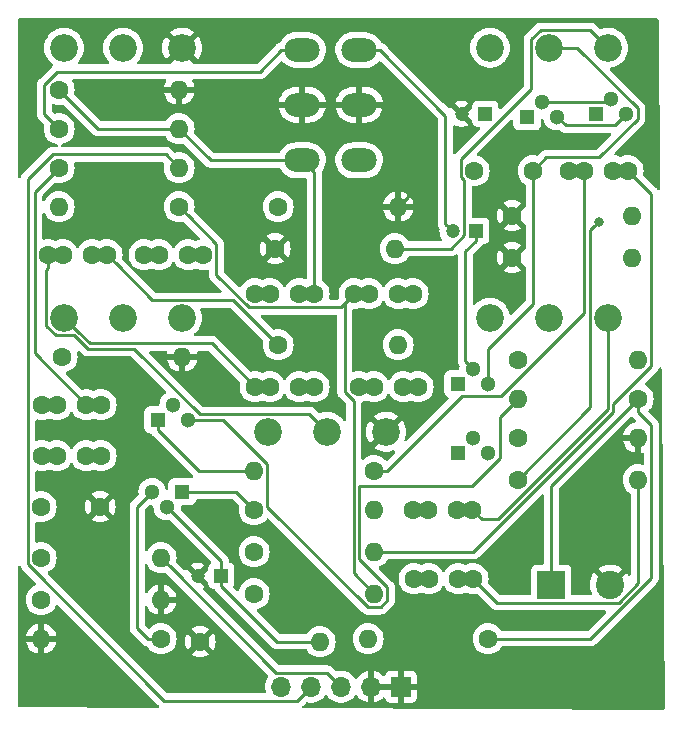
<source format=gbr>
G04 #@! TF.GenerationSoftware,KiCad,Pcbnew,7.0.11+dfsg-1build4*
G04 #@! TF.CreationDate,2026-02-26T20:41:32-05:00*
G04 #@! TF.ProjectId,tweed57,74776565-6435-4372-9e6b-696361645f70,rev?*
G04 #@! TF.SameCoordinates,Original*
G04 #@! TF.FileFunction,Copper,L2,Bot*
G04 #@! TF.FilePolarity,Positive*
%FSLAX46Y46*%
G04 Gerber Fmt 4.6, Leading zero omitted, Abs format (unit mm)*
G04 Created by KiCad (PCBNEW 7.0.11+dfsg-1build4) date 2026-02-26 20:41:32*
%MOMM*%
%LPD*%
G01*
G04 APERTURE LIST*
G04 #@! TA.AperFunction,ComponentPad*
%ADD10R,2.400000X2.400000*%
G04 #@! TD*
G04 #@! TA.AperFunction,ComponentPad*
%ADD11C,2.400000*%
G04 #@! TD*
G04 #@! TA.AperFunction,ComponentPad*
%ADD12C,1.600000*%
G04 #@! TD*
G04 #@! TA.AperFunction,ComponentPad*
%ADD13R,1.200000X1.200000*%
G04 #@! TD*
G04 #@! TA.AperFunction,ComponentPad*
%ADD14C,1.200000*%
G04 #@! TD*
G04 #@! TA.AperFunction,ComponentPad*
%ADD15R,1.300000X1.300000*%
G04 #@! TD*
G04 #@! TA.AperFunction,ComponentPad*
%ADD16C,1.300000*%
G04 #@! TD*
G04 #@! TA.AperFunction,ComponentPad*
%ADD17O,1.600000X1.600000*%
G04 #@! TD*
G04 #@! TA.AperFunction,ComponentPad*
%ADD18C,2.340000*%
G04 #@! TD*
G04 #@! TA.AperFunction,ComponentPad*
%ADD19O,3.000000X2.000000*%
G04 #@! TD*
G04 #@! TA.AperFunction,ComponentPad*
%ADD20R,1.700000X1.700000*%
G04 #@! TD*
G04 #@! TA.AperFunction,ComponentPad*
%ADD21O,1.700000X1.700000*%
G04 #@! TD*
G04 #@! TA.AperFunction,ViaPad*
%ADD22C,0.800000*%
G04 #@! TD*
G04 #@! TA.AperFunction,Conductor*
%ADD23C,0.250000*%
G04 #@! TD*
G04 APERTURE END LIST*
D10*
X145288000Y-98044000D03*
D11*
X150288000Y-98044000D03*
D12*
X123972000Y-73406000D03*
X125222000Y-73406000D03*
X121472000Y-73406000D03*
X120222000Y-73406000D03*
X102108000Y-91440000D03*
X107108000Y-91440000D03*
X105938000Y-87122000D03*
X107188000Y-87122000D03*
X102188000Y-87122000D03*
X103438000Y-87122000D03*
X132354000Y-73406000D03*
X133604000Y-73406000D03*
X128604000Y-73406000D03*
X129854000Y-73406000D03*
D13*
X117348000Y-97282000D03*
D14*
X115348000Y-97282000D03*
D12*
X137434000Y-97536000D03*
X138684000Y-97536000D03*
X133684000Y-97536000D03*
X134934000Y-97536000D03*
X143764000Y-62992000D03*
X138764000Y-62992000D03*
X114574000Y-70104000D03*
X115824000Y-70104000D03*
X112074000Y-70104000D03*
X110824000Y-70104000D03*
X148062000Y-62992000D03*
X146812000Y-62992000D03*
X150562000Y-62992000D03*
X151812000Y-62992000D03*
D13*
X138938000Y-68072000D03*
D14*
X136938000Y-68072000D03*
D12*
X130282000Y-81280000D03*
X129032000Y-81280000D03*
X134032000Y-81280000D03*
X132782000Y-81280000D03*
X105938000Y-82804000D03*
X107188000Y-82804000D03*
X102188000Y-82804000D03*
X103438000Y-82804000D03*
X107696000Y-70104000D03*
X106446000Y-70104000D03*
X102696000Y-70104000D03*
X103946000Y-70104000D03*
X133604000Y-91694000D03*
X134854000Y-91694000D03*
X137354000Y-91694000D03*
X138604000Y-91694000D03*
X121472000Y-81280000D03*
X120222000Y-81280000D03*
X125222000Y-81280000D03*
X123972000Y-81280000D03*
D13*
X139700000Y-58166000D03*
D14*
X137700000Y-58166000D03*
D15*
X114046000Y-90170000D03*
D16*
X112776000Y-91440000D03*
X111506000Y-90170000D03*
D15*
X137414000Y-81026000D03*
D16*
X138684000Y-79756000D03*
X139954000Y-81026000D03*
D15*
X112014000Y-84074000D03*
D16*
X113284000Y-82804000D03*
X114554000Y-84074000D03*
D15*
X137414000Y-86868000D03*
D16*
X138684000Y-85598000D03*
X139954000Y-86868000D03*
D15*
X143256000Y-58420000D03*
D16*
X144526000Y-57150000D03*
X145796000Y-58420000D03*
D15*
X149098000Y-58166000D03*
D16*
X150368000Y-56896000D03*
X151638000Y-58166000D03*
D12*
X102108000Y-99314000D03*
D17*
X112268000Y-99314000D03*
D12*
X139954000Y-102616000D03*
D17*
X129794000Y-102616000D03*
D12*
X102108000Y-95758000D03*
D17*
X112268000Y-95758000D03*
D12*
X120142000Y-98806000D03*
D17*
X130302000Y-98806000D03*
D12*
X103632000Y-56134000D03*
D17*
X113792000Y-56134000D03*
D12*
X112268000Y-102616000D03*
D17*
X102108000Y-102616000D03*
D12*
X113792000Y-66040000D03*
D17*
X103632000Y-66040000D03*
D12*
X120142000Y-91694000D03*
D17*
X130302000Y-91694000D03*
D12*
X115570000Y-102870000D03*
D17*
X125730000Y-102870000D03*
D12*
X142494000Y-89154000D03*
D17*
X152654000Y-89154000D03*
D12*
X121920000Y-69596000D03*
D17*
X132080000Y-69596000D03*
D12*
X120142000Y-95250000D03*
D17*
X130302000Y-95250000D03*
D12*
X152654000Y-82296000D03*
D17*
X142494000Y-82296000D03*
D12*
X142494000Y-85598000D03*
D17*
X152654000Y-85598000D03*
D12*
X141986000Y-70358000D03*
D17*
X152146000Y-70358000D03*
D12*
X142494000Y-78994000D03*
D17*
X152654000Y-78994000D03*
D12*
X103886000Y-78740000D03*
D17*
X114046000Y-78740000D03*
D12*
X122174000Y-77724000D03*
D17*
X132334000Y-77724000D03*
D12*
X103632000Y-62738000D03*
D17*
X113792000Y-62738000D03*
D12*
X122174000Y-66040000D03*
D17*
X132334000Y-66040000D03*
D12*
X141986000Y-66802000D03*
D17*
X152146000Y-66802000D03*
D12*
X130302000Y-88392000D03*
D17*
X120142000Y-88392000D03*
D12*
X103632000Y-59436000D03*
D17*
X113792000Y-59436000D03*
D18*
X114046000Y-52578000D03*
X109046000Y-52578000D03*
X104046000Y-52578000D03*
X150114000Y-52578000D03*
X145114000Y-52578000D03*
X140114000Y-52578000D03*
X114046000Y-75438000D03*
X109046000Y-75438000D03*
X104046000Y-75438000D03*
X150114000Y-75438000D03*
X145114000Y-75438000D03*
X140114000Y-75438000D03*
D19*
X124206000Y-52768500D03*
X124206000Y-57404000D03*
X124206000Y-62103000D03*
X129032000Y-52768500D03*
X129032000Y-57404000D03*
X129032000Y-62103000D03*
D18*
X131318000Y-85090000D03*
X126318000Y-85090000D03*
X121318000Y-85090000D03*
D20*
X132588000Y-106680000D03*
D21*
X130048000Y-106680000D03*
X127508000Y-106680000D03*
X124968000Y-106680000D03*
X122428000Y-106680000D03*
D22*
X149352000Y-67310000D03*
D23*
X133133999Y-65240001D02*
X133133999Y-59755999D01*
X133133999Y-59755999D02*
X130782000Y-57404000D01*
X132334000Y-66040000D02*
X133133999Y-65240001D01*
X130782000Y-57404000D02*
X129032000Y-57404000D01*
X145288000Y-89662000D02*
X152654000Y-82296000D01*
X152654000Y-83427370D02*
X153779001Y-84552371D01*
X148609412Y-102616000D02*
X141085370Y-102616000D01*
X141085370Y-102616000D02*
X139954000Y-102616000D01*
X112014000Y-84974000D02*
X112014000Y-84074000D01*
X115432000Y-88392000D02*
X112014000Y-84974000D01*
X152654000Y-82296000D02*
X152654000Y-83427370D01*
X145288000Y-98044000D02*
X145288000Y-89662000D01*
X145542000Y-98044000D02*
X145288000Y-98044000D01*
X120142000Y-88392000D02*
X115432000Y-88392000D01*
X153779001Y-84552371D02*
X153779001Y-97446411D01*
X153779001Y-97446411D02*
X148609412Y-102616000D01*
X125222000Y-63119000D02*
X124206000Y-62103000D01*
X125222000Y-73406000D02*
X125222000Y-63119000D01*
X113792000Y-59436000D02*
X106934000Y-59436000D01*
X106934000Y-59436000D02*
X103632000Y-56134000D01*
X116459000Y-62103000D02*
X124206000Y-62103000D01*
X113792000Y-59436000D02*
X116459000Y-62103000D01*
X111136630Y-102616000D02*
X110236000Y-101715370D01*
X110236000Y-101715370D02*
X110236000Y-91440000D01*
X112268000Y-102616000D02*
X111136630Y-102616000D01*
X110236000Y-91440000D02*
X111506000Y-90170000D01*
X128604000Y-73406000D02*
X127478999Y-74531001D01*
X127478999Y-74531001D02*
X119681999Y-74531001D01*
X127804001Y-81717003D02*
X127804001Y-74205999D01*
X128575001Y-82488003D02*
X127804001Y-81717003D01*
X130302000Y-98806000D02*
X128575001Y-97079001D01*
X114591999Y-66839999D02*
X113792000Y-66040000D01*
X116949001Y-69197001D02*
X114591999Y-66839999D01*
X127804001Y-74205999D02*
X128604000Y-73406000D01*
X119681999Y-74531001D02*
X116949001Y-71798003D01*
X128575001Y-97079001D02*
X128575001Y-82488003D01*
X116949001Y-71798003D02*
X116949001Y-69197001D01*
X122086000Y-102870000D02*
X124598630Y-102870000D01*
X117348000Y-97282000D02*
X117348000Y-96012000D01*
X117348000Y-98132000D02*
X122086000Y-102870000D01*
X124598630Y-102870000D02*
X125730000Y-102870000D01*
X117348000Y-97282000D02*
X117348000Y-98132000D01*
X117348000Y-96012000D02*
X112776000Y-91440000D01*
X118618000Y-90170000D02*
X120142000Y-91694000D01*
X114046000Y-90170000D02*
X118618000Y-90170000D01*
X138684000Y-97536000D02*
X140717001Y-99569001D01*
X140717001Y-99569001D02*
X151020001Y-99569001D01*
X152654000Y-90285370D02*
X152654000Y-89154000D01*
X152654000Y-97935002D02*
X152654000Y-90285370D01*
X151020001Y-99569001D02*
X152654000Y-97935002D01*
X142494000Y-89154000D02*
X148618999Y-83029001D01*
X148952001Y-67709999D02*
X149352000Y-67310000D01*
X148618999Y-83029001D02*
X148618999Y-68043001D01*
X148618999Y-68043001D02*
X148952001Y-67709999D01*
X146768629Y-52578000D02*
X145114000Y-52578000D01*
X152613001Y-57697999D02*
X147493002Y-52578000D01*
X144889001Y-61866999D02*
X149380003Y-61866999D01*
X152613001Y-58634001D02*
X152613001Y-57697999D01*
X147493002Y-52578000D02*
X146768629Y-52578000D01*
X143764000Y-74254602D02*
X143764000Y-64123370D01*
X139954000Y-81026000D02*
X139954000Y-78064602D01*
X139954000Y-78064602D02*
X143764000Y-74254602D01*
X143764000Y-62992000D02*
X144889001Y-61866999D01*
X149380003Y-61866999D02*
X152613001Y-58634001D01*
X143764000Y-64123370D02*
X143764000Y-62992000D01*
X121267001Y-91436003D02*
X121267001Y-87851999D01*
X129761999Y-99931001D02*
X121267001Y-91436003D01*
X117489002Y-84074000D02*
X115473238Y-84074000D01*
X140929001Y-83860999D02*
X140929001Y-87336001D01*
X142494000Y-82296000D02*
X140929001Y-83860999D01*
X130842001Y-99931001D02*
X129761999Y-99931001D01*
X140929001Y-87336001D02*
X138603002Y-89662000D01*
X121267001Y-87851999D02*
X117489002Y-84074000D01*
X129025011Y-95864009D02*
X131427001Y-98265999D01*
X138603002Y-89662000D02*
X129025011Y-89662000D01*
X129025011Y-89662000D02*
X129025011Y-95864009D01*
X131427001Y-98265999D02*
X131427001Y-99346001D01*
X115473238Y-84074000D02*
X114554000Y-84074000D01*
X131427001Y-99346001D02*
X130842001Y-99931001D01*
X150564009Y-83385403D02*
X138699412Y-95250000D01*
X151812000Y-62992000D02*
X153779001Y-64959001D01*
X153779001Y-79534001D02*
X150564010Y-82748992D01*
X138699412Y-95250000D02*
X137668000Y-95250000D01*
X137668000Y-95250000D02*
X138063002Y-95250000D01*
X153779001Y-64959001D02*
X153779001Y-79534001D01*
X130302000Y-95250000D02*
X137668000Y-95250000D01*
X150564010Y-82748992D02*
X150564009Y-83385403D01*
X131433370Y-88392000D02*
X137783370Y-82042000D01*
X141082998Y-82042000D02*
X148062000Y-75062998D01*
X148062000Y-75062998D02*
X148062000Y-64123370D01*
X130302000Y-88392000D02*
X131433370Y-88392000D01*
X137783370Y-82042000D02*
X141082998Y-82042000D01*
X148062000Y-64123370D02*
X148062000Y-62992000D01*
X136338001Y-67472001D02*
X136338001Y-58324501D01*
X136938000Y-68072000D02*
X136338001Y-67472001D01*
X130782000Y-52768500D02*
X129032000Y-52768500D01*
X136338001Y-58324501D02*
X130782000Y-52768500D01*
X138938000Y-68922000D02*
X138938000Y-68072000D01*
X138034001Y-69825999D02*
X138938000Y-68922000D01*
X138684000Y-79756000D02*
X138034001Y-79106001D01*
X138034001Y-79106001D02*
X138034001Y-69825999D01*
X105938000Y-82804000D02*
X101570999Y-78436999D01*
X101570999Y-78436999D02*
X101570999Y-64799001D01*
X102832001Y-63537999D02*
X103632000Y-62738000D01*
X107188000Y-82804000D02*
X105938000Y-82804000D01*
X101570999Y-64799001D02*
X102832001Y-63537999D01*
X103328399Y-76933001D02*
X102550999Y-76155601D01*
X126318000Y-85090000D02*
X124822999Y-83594999D01*
X104904591Y-76933001D02*
X103328399Y-76933001D01*
X102550999Y-71380371D02*
X102696000Y-71235370D01*
X102550999Y-76155601D02*
X102550999Y-71380371D01*
X102696000Y-71235370D02*
X102696000Y-70104000D01*
X115518001Y-83594999D02*
X109988011Y-78065009D01*
X106036598Y-78065008D02*
X104904591Y-76933001D01*
X109988011Y-78065009D02*
X106036598Y-78065008D01*
X124822999Y-83594999D02*
X115518001Y-83594999D01*
X108495999Y-70903999D02*
X107696000Y-70104000D01*
X122174000Y-77724000D02*
X118392999Y-73942999D01*
X111534999Y-73942999D02*
X108495999Y-70903999D01*
X118392999Y-73942999D02*
X111534999Y-73942999D01*
X140819003Y-92493999D02*
X150114000Y-83199002D01*
X139403999Y-92493999D02*
X140819003Y-92493999D01*
X150114000Y-77092629D02*
X150114000Y-75438000D01*
X150114000Y-83199002D02*
X150114000Y-77092629D01*
X138604000Y-91694000D02*
X139403999Y-92493999D01*
X105215999Y-76607999D02*
X104046000Y-75438000D01*
X116556999Y-77614999D02*
X106222999Y-77614999D01*
X120222000Y-81280000D02*
X116556999Y-77614999D01*
X106222999Y-77614999D02*
X105215999Y-76607999D01*
X150114000Y-57150000D02*
X150368000Y-56896000D01*
X144526000Y-57150000D02*
X150114000Y-57150000D01*
X146445999Y-59069999D02*
X145796000Y-58420000D01*
X146517001Y-59141001D02*
X146445999Y-59069999D01*
X150662999Y-59141001D02*
X146517001Y-59141001D01*
X151638000Y-58166000D02*
X150662999Y-59141001D01*
X127508000Y-106680000D02*
X126332999Y-105504999D01*
X122014999Y-105504999D02*
X113067999Y-96557999D01*
X113067999Y-96557999D02*
X112268000Y-95758000D01*
X126332999Y-105504999D02*
X122014999Y-105504999D01*
X143618999Y-56032003D02*
X143618999Y-51860399D01*
X137922000Y-68457002D02*
X137922000Y-63815002D01*
X137922000Y-63815002D02*
X137638999Y-63532001D01*
X144396399Y-51082999D02*
X148618999Y-51082999D01*
X136783002Y-69596000D02*
X137922000Y-68457002D01*
X137638999Y-62012003D02*
X143618999Y-56032003D01*
X148944001Y-51408001D02*
X150114000Y-52578000D01*
X137638999Y-63532001D02*
X137638999Y-62012003D01*
X132080000Y-69596000D02*
X136783002Y-69596000D01*
X143618999Y-51860399D02*
X144396399Y-51082999D01*
X148618999Y-51082999D02*
X148944001Y-51408001D01*
X112539999Y-107855001D02*
X123792999Y-107855001D01*
X103091999Y-61612999D02*
X100982999Y-63721999D01*
X100982999Y-96298001D02*
X112539999Y-107855001D01*
X123792999Y-107855001D02*
X124118001Y-107529999D01*
X112666999Y-61612999D02*
X103091999Y-61612999D01*
X100982999Y-63721999D02*
X100982999Y-96298001D01*
X113792000Y-62738000D02*
X112666999Y-61612999D01*
X124118001Y-107529999D02*
X124968000Y-106680000D01*
X122456000Y-52768500D02*
X120614500Y-54610000D01*
X120614500Y-54610000D02*
X103490998Y-54610000D01*
X103490998Y-54610000D02*
X102362000Y-55738998D01*
X124206000Y-52768500D02*
X122456000Y-52768500D01*
X102362000Y-58166000D02*
X103632000Y-59436000D01*
X102362000Y-55738998D02*
X102362000Y-58166000D01*
X121318000Y-85090000D02*
X121412000Y-85090000D01*
G04 #@! TA.AperFunction,Conductor*
G36*
X154564736Y-79634076D02*
G01*
X154618528Y-79680412D01*
X154638725Y-79747752D01*
X154747811Y-92347122D01*
X154887772Y-108512661D01*
X154887961Y-108534409D01*
X154868550Y-108602700D01*
X154815299Y-108649656D01*
X154761966Y-108661500D01*
X154686546Y-108661500D01*
X154685960Y-108661499D01*
X154685642Y-108661497D01*
X124331955Y-108520317D01*
X124263929Y-108499999D01*
X124217686Y-108446128D01*
X124207909Y-108375807D01*
X124235456Y-108314006D01*
X124258291Y-108286402D01*
X124266271Y-108277631D01*
X124510205Y-108033697D01*
X124572515Y-107999673D01*
X124628218Y-108000616D01*
X124628224Y-108000586D01*
X124628430Y-108000620D01*
X124630236Y-108000651D01*
X124633356Y-108001441D01*
X124633365Y-108001444D01*
X124855431Y-108038500D01*
X124855435Y-108038500D01*
X125080565Y-108038500D01*
X125080569Y-108038500D01*
X125302635Y-108001444D01*
X125515574Y-107928342D01*
X125713576Y-107821189D01*
X125891240Y-107682906D01*
X126043722Y-107517268D01*
X126132518Y-107381354D01*
X126186520Y-107335268D01*
X126256868Y-107325692D01*
X126321225Y-107355669D01*
X126343480Y-107381353D01*
X126376607Y-107432058D01*
X126432275Y-107517265D01*
X126432279Y-107517270D01*
X126584762Y-107682908D01*
X126639331Y-107725381D01*
X126762424Y-107821189D01*
X126960426Y-107928342D01*
X126960427Y-107928342D01*
X126960428Y-107928343D01*
X127072227Y-107966723D01*
X127173365Y-108001444D01*
X127395431Y-108038500D01*
X127395435Y-108038500D01*
X127620565Y-108038500D01*
X127620569Y-108038500D01*
X127842635Y-108001444D01*
X128055574Y-107928342D01*
X128253576Y-107821189D01*
X128431240Y-107682906D01*
X128583722Y-107517268D01*
X128672816Y-107380898D01*
X128726819Y-107334810D01*
X128797167Y-107325235D01*
X128861524Y-107355212D01*
X128883782Y-107380898D01*
X128972674Y-107516958D01*
X129125097Y-107682534D01*
X129302698Y-107820767D01*
X129302699Y-107820768D01*
X129500628Y-107927882D01*
X129500630Y-107927883D01*
X129713483Y-108000955D01*
X129713492Y-108000957D01*
X129794000Y-108014391D01*
X129794000Y-107113674D01*
X129905685Y-107164680D01*
X130012237Y-107180000D01*
X130083763Y-107180000D01*
X130190315Y-107164680D01*
X130302000Y-107113674D01*
X130302000Y-108014390D01*
X130382507Y-108000957D01*
X130382516Y-108000955D01*
X130595369Y-107927883D01*
X130595371Y-107927882D01*
X130793300Y-107820768D01*
X130793301Y-107820767D01*
X130970902Y-107682534D01*
X131032426Y-107615700D01*
X131093279Y-107579128D01*
X131164243Y-107581261D01*
X131222789Y-107621422D01*
X131243185Y-107657003D01*
X131287556Y-107775966D01*
X131375095Y-107892904D01*
X131492034Y-107980444D01*
X131628906Y-108031494D01*
X131689402Y-108037999D01*
X131689415Y-108038000D01*
X132334000Y-108038000D01*
X132334000Y-107113674D01*
X132445685Y-107164680D01*
X132552237Y-107180000D01*
X132623763Y-107180000D01*
X132730315Y-107164680D01*
X132842000Y-107113674D01*
X132842000Y-108038000D01*
X133486585Y-108038000D01*
X133486597Y-108037999D01*
X133547093Y-108031494D01*
X133683964Y-107980444D01*
X133683965Y-107980444D01*
X133800904Y-107892904D01*
X133888444Y-107775965D01*
X133888444Y-107775964D01*
X133939494Y-107639093D01*
X133945999Y-107578597D01*
X133946000Y-107578585D01*
X133946000Y-106934000D01*
X133019116Y-106934000D01*
X133047493Y-106889844D01*
X133088000Y-106751889D01*
X133088000Y-106608111D01*
X133047493Y-106470156D01*
X133019116Y-106426000D01*
X133946000Y-106426000D01*
X133946000Y-105781414D01*
X133945999Y-105781402D01*
X133939494Y-105720906D01*
X133888444Y-105584035D01*
X133888444Y-105584034D01*
X133800904Y-105467095D01*
X133683965Y-105379555D01*
X133547093Y-105328505D01*
X133486597Y-105322000D01*
X132842000Y-105322000D01*
X132842000Y-106246325D01*
X132730315Y-106195320D01*
X132623763Y-106180000D01*
X132552237Y-106180000D01*
X132445685Y-106195320D01*
X132334000Y-106246325D01*
X132334000Y-105322000D01*
X131689402Y-105322000D01*
X131628906Y-105328505D01*
X131492035Y-105379555D01*
X131492034Y-105379555D01*
X131375095Y-105467095D01*
X131287555Y-105584034D01*
X131287553Y-105584039D01*
X131243184Y-105702996D01*
X131200637Y-105759832D01*
X131134117Y-105784642D01*
X131064743Y-105769550D01*
X131032427Y-105744300D01*
X130970902Y-105677465D01*
X130793301Y-105539232D01*
X130793300Y-105539231D01*
X130595371Y-105432117D01*
X130595369Y-105432116D01*
X130382512Y-105359043D01*
X130382501Y-105359040D01*
X130302000Y-105345606D01*
X130302000Y-106246325D01*
X130190315Y-106195320D01*
X130083763Y-106180000D01*
X130012237Y-106180000D01*
X129905685Y-106195320D01*
X129794000Y-106246325D01*
X129794000Y-105345607D01*
X129793999Y-105345606D01*
X129713498Y-105359040D01*
X129713487Y-105359043D01*
X129500630Y-105432116D01*
X129500628Y-105432117D01*
X129302699Y-105539231D01*
X129302698Y-105539232D01*
X129125097Y-105677465D01*
X128972670Y-105843045D01*
X128883780Y-105979101D01*
X128829776Y-106025189D01*
X128759428Y-106034764D01*
X128695071Y-106004786D01*
X128672816Y-105979101D01*
X128598371Y-105865154D01*
X128583724Y-105842734D01*
X128583720Y-105842729D01*
X128455085Y-105702996D01*
X128431240Y-105677094D01*
X128431239Y-105677093D01*
X128431237Y-105677091D01*
X128311679Y-105584035D01*
X128253576Y-105538811D01*
X128055574Y-105431658D01*
X128055572Y-105431657D01*
X128055571Y-105431656D01*
X127842639Y-105358557D01*
X127842630Y-105358555D01*
X127765029Y-105345606D01*
X127620569Y-105321500D01*
X127395431Y-105321500D01*
X127284496Y-105340011D01*
X127173355Y-105358557D01*
X127170213Y-105359353D01*
X127168889Y-105359303D01*
X127168224Y-105359414D01*
X127168201Y-105359277D01*
X127099267Y-105356675D01*
X127050204Y-105326299D01*
X126840243Y-105116338D01*
X126830278Y-105103900D01*
X126830051Y-105104089D01*
X126825000Y-105097983D01*
X126824999Y-105097981D01*
X126775347Y-105051355D01*
X126772504Y-105048599D01*
X126752776Y-105028870D01*
X126752770Y-105028865D01*
X126749566Y-105026379D01*
X126740555Y-105018682D01*
X126708324Y-104988416D01*
X126708318Y-104988412D01*
X126690562Y-104978650D01*
X126674046Y-104967801D01*
X126658040Y-104955385D01*
X126617463Y-104937826D01*
X126606806Y-104932604D01*
X126568062Y-104911305D01*
X126568059Y-104911304D01*
X126548435Y-104906265D01*
X126529735Y-104899863D01*
X126511144Y-104891818D01*
X126511142Y-104891817D01*
X126511140Y-104891817D01*
X126467473Y-104884900D01*
X126455854Y-104882494D01*
X126413029Y-104871499D01*
X126392775Y-104871499D01*
X126373065Y-104869948D01*
X126353056Y-104866779D01*
X126309038Y-104870940D01*
X126297180Y-104871499D01*
X122329593Y-104871499D01*
X122261472Y-104851497D01*
X122240498Y-104834594D01*
X115857660Y-98451755D01*
X115823634Y-98389443D01*
X115828699Y-98318628D01*
X115871246Y-98261792D01*
X115880425Y-98255533D01*
X115931005Y-98224215D01*
X115348000Y-97641211D01*
X115348000Y-97641210D01*
X115286810Y-97580020D01*
X115291920Y-97582000D01*
X115375802Y-97582000D01*
X115458250Y-97566588D01*
X115553610Y-97507543D01*
X115621201Y-97418038D01*
X115651895Y-97310160D01*
X115641546Y-97198479D01*
X115591552Y-97098078D01*
X115508666Y-97022516D01*
X115404080Y-96982000D01*
X115320198Y-96982000D01*
X115237750Y-96997412D01*
X115142390Y-97056457D01*
X115074799Y-97145962D01*
X115044105Y-97253840D01*
X115052630Y-97345839D01*
X114402389Y-96695598D01*
X114402387Y-96695598D01*
X114401922Y-96696214D01*
X114380319Y-96739599D01*
X114332049Y-96791662D01*
X114263294Y-96809363D01*
X114195884Y-96787082D01*
X114178434Y-96772529D01*
X113745689Y-96339784D01*
X114764993Y-96339784D01*
X115347999Y-96922790D01*
X115348000Y-96922790D01*
X115931005Y-96339783D01*
X115843999Y-96285913D01*
X115843987Y-96285907D01*
X115652525Y-96211733D01*
X115652522Y-96211732D01*
X115450669Y-96174000D01*
X115245331Y-96174000D01*
X115043477Y-96211732D01*
X115043474Y-96211733D01*
X114852004Y-96285910D01*
X114852000Y-96285912D01*
X114764993Y-96339783D01*
X114764993Y-96339784D01*
X113745689Y-96339784D01*
X113577151Y-96171246D01*
X113543125Y-96108934D01*
X113544539Y-96049541D01*
X113561543Y-95986087D01*
X113581498Y-95758000D01*
X113561543Y-95529913D01*
X113502284Y-95308757D01*
X113405523Y-95101251D01*
X113274198Y-94913700D01*
X113112300Y-94751802D01*
X112924749Y-94620477D01*
X112873326Y-94596498D01*
X112717246Y-94523717D01*
X112717240Y-94523715D01*
X112600890Y-94492539D01*
X112496087Y-94464457D01*
X112268000Y-94444502D01*
X112039913Y-94464457D01*
X111818759Y-94523715D01*
X111818753Y-94523717D01*
X111611250Y-94620477D01*
X111423703Y-94751799D01*
X111423697Y-94751804D01*
X111261804Y-94913697D01*
X111261799Y-94913703D01*
X111130477Y-95101250D01*
X111109695Y-95145818D01*
X111062778Y-95199103D01*
X110994500Y-95218564D01*
X110926540Y-95198022D01*
X110880475Y-95143999D01*
X110869500Y-95092568D01*
X110869500Y-91754594D01*
X110889502Y-91686473D01*
X110906400Y-91665503D01*
X111220891Y-91351011D01*
X111283202Y-91316988D01*
X111333133Y-91316253D01*
X111398649Y-91328500D01*
X111398652Y-91328500D01*
X111487341Y-91328500D01*
X111555462Y-91348502D01*
X111601955Y-91402158D01*
X111612802Y-91442870D01*
X111624134Y-91565148D01*
X111632347Y-91653789D01*
X111691100Y-91860283D01*
X111691103Y-91860291D01*
X111786804Y-92052484D01*
X111873953Y-92167888D01*
X111916191Y-92223821D01*
X112074854Y-92368462D01*
X112074856Y-92368463D01*
X112074857Y-92368464D01*
X112257400Y-92481489D01*
X112457598Y-92559047D01*
X112457603Y-92559049D01*
X112668649Y-92598500D01*
X112668651Y-92598500D01*
X112883353Y-92598500D01*
X112948861Y-92586254D01*
X113019497Y-92593397D01*
X113061109Y-92621013D01*
X116495858Y-96055762D01*
X116529884Y-96118074D01*
X116524819Y-96188889D01*
X116482273Y-96245725D01*
X116384737Y-96318740D01*
X116297112Y-96435792D01*
X116297110Y-96435797D01*
X116246011Y-96572795D01*
X116246009Y-96572803D01*
X116239500Y-96633350D01*
X116239500Y-96697519D01*
X116219498Y-96765640D01*
X116202595Y-96786614D01*
X115707210Y-97281999D01*
X116202595Y-97777384D01*
X116236620Y-97839697D01*
X116239500Y-97866480D01*
X116239500Y-97930649D01*
X116246009Y-97991196D01*
X116246011Y-97991204D01*
X116297110Y-98128202D01*
X116297112Y-98128207D01*
X116384738Y-98245261D01*
X116501792Y-98332887D01*
X116501794Y-98332888D01*
X116501796Y-98332889D01*
X116538524Y-98346588D01*
X116638795Y-98383988D01*
X116638803Y-98383990D01*
X116701686Y-98390750D01*
X116767279Y-98417918D01*
X116790153Y-98441964D01*
X116811921Y-98471925D01*
X116814432Y-98475380D01*
X116820949Y-98485301D01*
X116843458Y-98523362D01*
X116843459Y-98523363D01*
X116843461Y-98523366D01*
X116857779Y-98537684D01*
X116870617Y-98552714D01*
X116882526Y-98569104D01*
X116882530Y-98569109D01*
X116916598Y-98597292D01*
X116925378Y-98605282D01*
X121578755Y-103258660D01*
X121588720Y-103271097D01*
X121588947Y-103270910D01*
X121593999Y-103277017D01*
X121594000Y-103277018D01*
X121638965Y-103319243D01*
X121643649Y-103323641D01*
X121646493Y-103326398D01*
X121666223Y-103346129D01*
X121666224Y-103346130D01*
X121666228Y-103346133D01*
X121666230Y-103346135D01*
X121669435Y-103348621D01*
X121678442Y-103356314D01*
X121710679Y-103386586D01*
X121728428Y-103396343D01*
X121744953Y-103407198D01*
X121760959Y-103419614D01*
X121801542Y-103437175D01*
X121812193Y-103442393D01*
X121850940Y-103463695D01*
X121850948Y-103463697D01*
X121870558Y-103468732D01*
X121889267Y-103475137D01*
X121907855Y-103483181D01*
X121951530Y-103490098D01*
X121963141Y-103492502D01*
X122005970Y-103503500D01*
X122026224Y-103503500D01*
X122045934Y-103505051D01*
X122048141Y-103505400D01*
X122065943Y-103508220D01*
X122109961Y-103504058D01*
X122121819Y-103503500D01*
X124510606Y-103503500D01*
X124578727Y-103523502D01*
X124613819Y-103557229D01*
X124723799Y-103714296D01*
X124723802Y-103714300D01*
X124885700Y-103876198D01*
X125073251Y-104007523D01*
X125280757Y-104104284D01*
X125501913Y-104163543D01*
X125730000Y-104183498D01*
X125958087Y-104163543D01*
X126179243Y-104104284D01*
X126386749Y-104007523D01*
X126574300Y-103876198D01*
X126736198Y-103714300D01*
X126867523Y-103526749D01*
X126964284Y-103319243D01*
X127023543Y-103098087D01*
X127043498Y-102870000D01*
X127023543Y-102641913D01*
X127016600Y-102616000D01*
X128480502Y-102616000D01*
X128500457Y-102844087D01*
X128507401Y-102870001D01*
X128559715Y-103065240D01*
X128559717Y-103065246D01*
X128656477Y-103272749D01*
X128787795Y-103460291D01*
X128787802Y-103460300D01*
X128949700Y-103622198D01*
X129137251Y-103753523D01*
X129344757Y-103850284D01*
X129565913Y-103909543D01*
X129794000Y-103929498D01*
X130022087Y-103909543D01*
X130243243Y-103850284D01*
X130450749Y-103753523D01*
X130638300Y-103622198D01*
X130800198Y-103460300D01*
X130931523Y-103272749D01*
X131028284Y-103065243D01*
X131087543Y-102844087D01*
X131107498Y-102616000D01*
X131087543Y-102387913D01*
X131028284Y-102166757D01*
X130931523Y-101959251D01*
X130800198Y-101771700D01*
X130638300Y-101609802D01*
X130450749Y-101478477D01*
X130396038Y-101452965D01*
X130243246Y-101381717D01*
X130243240Y-101381715D01*
X130149771Y-101356670D01*
X130022087Y-101322457D01*
X129794000Y-101302502D01*
X129565913Y-101322457D01*
X129344759Y-101381715D01*
X129344753Y-101381717D01*
X129137250Y-101478477D01*
X128949703Y-101609799D01*
X128949697Y-101609804D01*
X128787804Y-101771697D01*
X128787799Y-101771703D01*
X128656477Y-101959250D01*
X128559717Y-102166753D01*
X128559715Y-102166759D01*
X128507400Y-102362000D01*
X128500457Y-102387913D01*
X128480502Y-102616000D01*
X127016600Y-102616000D01*
X126964284Y-102420757D01*
X126867523Y-102213251D01*
X126736198Y-102025700D01*
X126574300Y-101863802D01*
X126504979Y-101815263D01*
X126386749Y-101732477D01*
X126179246Y-101635717D01*
X126179240Y-101635715D01*
X126082520Y-101609799D01*
X125958087Y-101576457D01*
X125730000Y-101556502D01*
X125501913Y-101576457D01*
X125280759Y-101635715D01*
X125280753Y-101635717D01*
X125073250Y-101732477D01*
X124885703Y-101863799D01*
X124885697Y-101863804D01*
X124723804Y-102025697D01*
X124723799Y-102025703D01*
X124613819Y-102182771D01*
X124558362Y-102227099D01*
X124510606Y-102236500D01*
X122400594Y-102236500D01*
X122332473Y-102216498D01*
X122311499Y-102199595D01*
X120399289Y-100287384D01*
X120365263Y-100225072D01*
X120370328Y-100154256D01*
X120412875Y-100097421D01*
X120455769Y-100076584D01*
X120591243Y-100040284D01*
X120798749Y-99943523D01*
X120986300Y-99812198D01*
X121148198Y-99650300D01*
X121279523Y-99462749D01*
X121376284Y-99255243D01*
X121435543Y-99034087D01*
X121455498Y-98806000D01*
X121435543Y-98577913D01*
X121376284Y-98356757D01*
X121279523Y-98149251D01*
X121148198Y-97961700D01*
X120986300Y-97799802D01*
X120979860Y-97795293D01*
X120798749Y-97668477D01*
X120591246Y-97571717D01*
X120591240Y-97571715D01*
X120422279Y-97526442D01*
X120370087Y-97512457D01*
X120142000Y-97492502D01*
X119913913Y-97512457D01*
X119692759Y-97571715D01*
X119692753Y-97571717D01*
X119485250Y-97668477D01*
X119297703Y-97799799D01*
X119297697Y-97799804D01*
X119135804Y-97961697D01*
X119135799Y-97961703D01*
X119004477Y-98149250D01*
X118907717Y-98356753D01*
X118907715Y-98356759D01*
X118884884Y-98441966D01*
X118873273Y-98485301D01*
X118871417Y-98492226D01*
X118834465Y-98552849D01*
X118770604Y-98583870D01*
X118700110Y-98575442D01*
X118660615Y-98548710D01*
X118408114Y-98296209D01*
X118374088Y-98233897D01*
X118379153Y-98163082D01*
X118396344Y-98131602D01*
X118398889Y-98128204D01*
X118433531Y-98035326D01*
X118449988Y-97991204D01*
X118449990Y-97991196D01*
X118456499Y-97930649D01*
X118456500Y-97930632D01*
X118456500Y-96633367D01*
X118456499Y-96633350D01*
X118449990Y-96572803D01*
X118449988Y-96572795D01*
X118416974Y-96484284D01*
X118398889Y-96435796D01*
X118398888Y-96435794D01*
X118398887Y-96435792D01*
X118311261Y-96318738D01*
X118194207Y-96231112D01*
X118194202Y-96231110D01*
X118065509Y-96183109D01*
X118008673Y-96140562D01*
X117983863Y-96074042D01*
X117983604Y-96069012D01*
X117981562Y-96004031D01*
X117981500Y-96000073D01*
X117981500Y-95972151D01*
X117981500Y-95972144D01*
X117980991Y-95968123D01*
X117980061Y-95956296D01*
X117979462Y-95937229D01*
X117978673Y-95912110D01*
X117973022Y-95892663D01*
X117969012Y-95873300D01*
X117968723Y-95871011D01*
X117966474Y-95853203D01*
X117950192Y-95812081D01*
X117946358Y-95800882D01*
X117934018Y-95758406D01*
X117923700Y-95740961D01*
X117915005Y-95723209D01*
X117907553Y-95704385D01*
X117907550Y-95704379D01*
X117881564Y-95668613D01*
X117875045Y-95658689D01*
X117852541Y-95620635D01*
X117838218Y-95606312D01*
X117825377Y-95591279D01*
X117813471Y-95574892D01*
X117779405Y-95546710D01*
X117770626Y-95538721D01*
X117481905Y-95250000D01*
X118828502Y-95250000D01*
X118848457Y-95478086D01*
X118907715Y-95699240D01*
X118907717Y-95699246D01*
X119004477Y-95906749D01*
X119060029Y-95986086D01*
X119135802Y-96094300D01*
X119297700Y-96256198D01*
X119485251Y-96387523D01*
X119692757Y-96484284D01*
X119913913Y-96543543D01*
X120142000Y-96563498D01*
X120370087Y-96543543D01*
X120591243Y-96484284D01*
X120798749Y-96387523D01*
X120986300Y-96256198D01*
X121148198Y-96094300D01*
X121279523Y-95906749D01*
X121376284Y-95699243D01*
X121435543Y-95478087D01*
X121455498Y-95250000D01*
X121435543Y-95021913D01*
X121376284Y-94800757D01*
X121279523Y-94593251D01*
X121148198Y-94405700D01*
X120986300Y-94243802D01*
X120798749Y-94112477D01*
X120785487Y-94106293D01*
X120591246Y-94015717D01*
X120591240Y-94015715D01*
X120497771Y-93990670D01*
X120370087Y-93956457D01*
X120142000Y-93936502D01*
X119913913Y-93956457D01*
X119692759Y-94015715D01*
X119692753Y-94015717D01*
X119485250Y-94112477D01*
X119297703Y-94243799D01*
X119297697Y-94243804D01*
X119135804Y-94405697D01*
X119135799Y-94405703D01*
X119004477Y-94593250D01*
X118907717Y-94800753D01*
X118907715Y-94800759D01*
X118848457Y-95021913D01*
X118828502Y-95250000D01*
X117481905Y-95250000D01*
X113958597Y-91726692D01*
X113924571Y-91664380D01*
X113922230Y-91625971D01*
X113939197Y-91442874D01*
X113965399Y-91376889D01*
X114023116Y-91335546D01*
X114064659Y-91328500D01*
X114744632Y-91328500D01*
X114744638Y-91328500D01*
X114744645Y-91328499D01*
X114744649Y-91328499D01*
X114805196Y-91321990D01*
X114805199Y-91321989D01*
X114805201Y-91321989D01*
X114942204Y-91270889D01*
X114991262Y-91234165D01*
X115059261Y-91183261D01*
X115146887Y-91066207D01*
X115146887Y-91066206D01*
X115146889Y-91066204D01*
X115197989Y-90929201D01*
X115199405Y-90916034D01*
X115226572Y-90850441D01*
X115284890Y-90809949D01*
X115324683Y-90803500D01*
X118303406Y-90803500D01*
X118371527Y-90823502D01*
X118392501Y-90840405D01*
X118832847Y-91280751D01*
X118866873Y-91343063D01*
X118865459Y-91402456D01*
X118848458Y-91465907D01*
X118848457Y-91465910D01*
X118848457Y-91465913D01*
X118839775Y-91565148D01*
X118828502Y-91694000D01*
X118848457Y-91922086D01*
X118907715Y-92143240D01*
X118907717Y-92143246D01*
X119004477Y-92350749D01*
X119127959Y-92527100D01*
X119135802Y-92538300D01*
X119297700Y-92700198D01*
X119485251Y-92831523D01*
X119692757Y-92928284D01*
X119913913Y-92987543D01*
X120142000Y-93007498D01*
X120370087Y-92987543D01*
X120591243Y-92928284D01*
X120798749Y-92831523D01*
X120986300Y-92700198D01*
X121148198Y-92538300D01*
X121195998Y-92470033D01*
X121251453Y-92425707D01*
X121322072Y-92418398D01*
X121385433Y-92450428D01*
X121388305Y-92453211D01*
X129254752Y-100319658D01*
X129264719Y-100332098D01*
X129264946Y-100331911D01*
X129269998Y-100338018D01*
X129319665Y-100384658D01*
X129322509Y-100387415D01*
X129342225Y-100407132D01*
X129345422Y-100409612D01*
X129354443Y-100417317D01*
X129386678Y-100447587D01*
X129386679Y-100447587D01*
X129386681Y-100447589D01*
X129404428Y-100457345D01*
X129420958Y-100468203D01*
X129436958Y-100480614D01*
X129477535Y-100498173D01*
X129488186Y-100503391D01*
X129526939Y-100524696D01*
X129546561Y-100529734D01*
X129565262Y-100536136D01*
X129583854Y-100544182D01*
X129627521Y-100551097D01*
X129639124Y-100553499D01*
X129681969Y-100564501D01*
X129702230Y-100564501D01*
X129721938Y-100566051D01*
X129741942Y-100569220D01*
X129785953Y-100565059D01*
X129797810Y-100564501D01*
X130758148Y-100564501D01*
X130773989Y-100566250D01*
X130774017Y-100565957D01*
X130781903Y-100566701D01*
X130781910Y-100566703D01*
X130849987Y-100564563D01*
X130853946Y-100564501D01*
X130881852Y-100564501D01*
X130881857Y-100564501D01*
X130885868Y-100563993D01*
X130897700Y-100563062D01*
X130941890Y-100561674D01*
X130961348Y-100556020D01*
X130980695Y-100552014D01*
X131000798Y-100549475D01*
X131041911Y-100533196D01*
X131053131Y-100529354D01*
X131077914Y-100522155D01*
X131095592Y-100517020D01*
X131095596Y-100517018D01*
X131113027Y-100506709D01*
X131130781Y-100498010D01*
X131149618Y-100490553D01*
X131185393Y-100464559D01*
X131195299Y-100458052D01*
X131233363Y-100435543D01*
X131247686Y-100421219D01*
X131262725Y-100408375D01*
X131264436Y-100407132D01*
X131279108Y-100396473D01*
X131307300Y-100362393D01*
X131315268Y-100353636D01*
X131815664Y-99853241D01*
X131828098Y-99843282D01*
X131827910Y-99843055D01*
X131834015Y-99838004D01*
X131834016Y-99838002D01*
X131834019Y-99838001D01*
X131880662Y-99788329D01*
X131883353Y-99785552D01*
X131903136Y-99765771D01*
X131905615Y-99762574D01*
X131913312Y-99753560D01*
X131943587Y-99721322D01*
X131953347Y-99703566D01*
X131964196Y-99687051D01*
X131976615Y-99671042D01*
X131994180Y-99630447D01*
X131999385Y-99619822D01*
X132020696Y-99581061D01*
X132025734Y-99561435D01*
X132032138Y-99542733D01*
X132040181Y-99524148D01*
X132040180Y-99524148D01*
X132040182Y-99524146D01*
X132047097Y-99480482D01*
X132049505Y-99468853D01*
X132060501Y-99426031D01*
X132060501Y-99405776D01*
X132062052Y-99386064D01*
X132065221Y-99366058D01*
X132061060Y-99322037D01*
X132060501Y-99310180D01*
X132060501Y-98349852D01*
X132062250Y-98334010D01*
X132061957Y-98333983D01*
X132062703Y-98326090D01*
X132060563Y-98257999D01*
X132060501Y-98254041D01*
X132060501Y-98226149D01*
X132060501Y-98226143D01*
X132059994Y-98222134D01*
X132059063Y-98210305D01*
X132058759Y-98200631D01*
X132057675Y-98166110D01*
X132052018Y-98146641D01*
X132048013Y-98127297D01*
X132045475Y-98107202D01*
X132029197Y-98066091D01*
X132025357Y-98054876D01*
X132013019Y-98012406D01*
X132002707Y-97994969D01*
X131994011Y-97977220D01*
X131986553Y-97958382D01*
X131960553Y-97922597D01*
X131954060Y-97912713D01*
X131931543Y-97874637D01*
X131917215Y-97860309D01*
X131904385Y-97845288D01*
X131892473Y-97828892D01*
X131892470Y-97828890D01*
X131892470Y-97828889D01*
X131858395Y-97800699D01*
X131849617Y-97792711D01*
X130735232Y-96678325D01*
X130701206Y-96616013D01*
X130706271Y-96545197D01*
X130748818Y-96488362D01*
X130771078Y-96475035D01*
X130958747Y-96387524D01*
X130958747Y-96387523D01*
X130958749Y-96387523D01*
X131146300Y-96256198D01*
X131308198Y-96094300D01*
X131396539Y-95968137D01*
X131418181Y-95937229D01*
X131473638Y-95892901D01*
X131521394Y-95883500D01*
X137587970Y-95883500D01*
X138102858Y-95883500D01*
X138615559Y-95883500D01*
X138631400Y-95885249D01*
X138631428Y-95884956D01*
X138639314Y-95885700D01*
X138639321Y-95885702D01*
X138707398Y-95883562D01*
X138711357Y-95883500D01*
X138739263Y-95883500D01*
X138739268Y-95883500D01*
X138743279Y-95882992D01*
X138755111Y-95882061D01*
X138799301Y-95880673D01*
X138818759Y-95875019D01*
X138838106Y-95871013D01*
X138858209Y-95868474D01*
X138899322Y-95852195D01*
X138910542Y-95848353D01*
X138935325Y-95841154D01*
X138953003Y-95836019D01*
X138953007Y-95836017D01*
X138970438Y-95825708D01*
X138988192Y-95817009D01*
X139007029Y-95809552D01*
X139042804Y-95783558D01*
X139052710Y-95777051D01*
X139090774Y-95754542D01*
X139105097Y-95740218D01*
X139120136Y-95727374D01*
X139125869Y-95723209D01*
X139136519Y-95715472D01*
X139164715Y-95681386D01*
X139172684Y-95672630D01*
X144439407Y-90405908D01*
X144501717Y-90371884D01*
X144572532Y-90376949D01*
X144629368Y-90419496D01*
X144654179Y-90486016D01*
X144654500Y-90495005D01*
X144654500Y-96209500D01*
X144634498Y-96277621D01*
X144580842Y-96324114D01*
X144528500Y-96335500D01*
X144039350Y-96335500D01*
X143978803Y-96342009D01*
X143978795Y-96342011D01*
X143841797Y-96393110D01*
X143841792Y-96393112D01*
X143724738Y-96480738D01*
X143637112Y-96597792D01*
X143637110Y-96597797D01*
X143586011Y-96734795D01*
X143586009Y-96734803D01*
X143579500Y-96795350D01*
X143579500Y-98809501D01*
X143559498Y-98877622D01*
X143505842Y-98924115D01*
X143453500Y-98935501D01*
X141031595Y-98935501D01*
X140963474Y-98915499D01*
X140942504Y-98898600D01*
X139993148Y-97949243D01*
X139959125Y-97886934D01*
X139960539Y-97827541D01*
X139977543Y-97764087D01*
X139997498Y-97536000D01*
X139977543Y-97307913D01*
X139918284Y-97086757D01*
X139821523Y-96879251D01*
X139690198Y-96691700D01*
X139528300Y-96529802D01*
X139508774Y-96516130D01*
X139340749Y-96398477D01*
X139133246Y-96301717D01*
X139133240Y-96301715D01*
X138963376Y-96256200D01*
X138912087Y-96242457D01*
X138684000Y-96222502D01*
X138455913Y-96242457D01*
X138234759Y-96301715D01*
X138234749Y-96301719D01*
X138112249Y-96358841D01*
X138042058Y-96369502D01*
X138005751Y-96358841D01*
X137883250Y-96301719D01*
X137883246Y-96301717D01*
X137883243Y-96301716D01*
X137883241Y-96301715D01*
X137883240Y-96301715D01*
X137713376Y-96256200D01*
X137662087Y-96242457D01*
X137434000Y-96222502D01*
X137205913Y-96242457D01*
X136984759Y-96301715D01*
X136984753Y-96301717D01*
X136777250Y-96398477D01*
X136589703Y-96529799D01*
X136589697Y-96529804D01*
X136427804Y-96691697D01*
X136427799Y-96691703D01*
X136296474Y-96879253D01*
X136293726Y-96884015D01*
X136291761Y-96882880D01*
X136251255Y-96928865D01*
X136182974Y-96948312D01*
X136115018Y-96927756D01*
X136076168Y-96882921D01*
X136074274Y-96884015D01*
X136071525Y-96879253D01*
X135948590Y-96703685D01*
X135940198Y-96691700D01*
X135778300Y-96529802D01*
X135758774Y-96516130D01*
X135590749Y-96398477D01*
X135383246Y-96301717D01*
X135383240Y-96301715D01*
X135213376Y-96256200D01*
X135162087Y-96242457D01*
X134934000Y-96222502D01*
X134705913Y-96242457D01*
X134484759Y-96301715D01*
X134484749Y-96301719D01*
X134362249Y-96358841D01*
X134292058Y-96369502D01*
X134255751Y-96358841D01*
X134133250Y-96301719D01*
X134133246Y-96301717D01*
X134133243Y-96301716D01*
X134133241Y-96301715D01*
X134133240Y-96301715D01*
X133963376Y-96256200D01*
X133912087Y-96242457D01*
X133684000Y-96222502D01*
X133455913Y-96242457D01*
X133234759Y-96301715D01*
X133234753Y-96301717D01*
X133027250Y-96398477D01*
X132839703Y-96529799D01*
X132839697Y-96529804D01*
X132677804Y-96691697D01*
X132677799Y-96691703D01*
X132546477Y-96879250D01*
X132449717Y-97086753D01*
X132449715Y-97086759D01*
X132411751Y-97228442D01*
X132390457Y-97307913D01*
X132370502Y-97536000D01*
X132390457Y-97764087D01*
X132417893Y-97866480D01*
X132449715Y-97985240D01*
X132449717Y-97985246D01*
X132546477Y-98192749D01*
X132654196Y-98346588D01*
X132677802Y-98380300D01*
X132839700Y-98542198D01*
X133027251Y-98673523D01*
X133234757Y-98770284D01*
X133455913Y-98829543D01*
X133684000Y-98849498D01*
X133912087Y-98829543D01*
X134133243Y-98770284D01*
X134255750Y-98713157D01*
X134325941Y-98702496D01*
X134362248Y-98713157D01*
X134484757Y-98770284D01*
X134705913Y-98829543D01*
X134934000Y-98849498D01*
X135162087Y-98829543D01*
X135383243Y-98770284D01*
X135590749Y-98673523D01*
X135778300Y-98542198D01*
X135940198Y-98380300D01*
X136071523Y-98192749D01*
X136071523Y-98192748D01*
X136071525Y-98192746D01*
X136074274Y-98187985D01*
X136076245Y-98189122D01*
X136116713Y-98143154D01*
X136184989Y-98123687D01*
X136252951Y-98144223D01*
X136291822Y-98189083D01*
X136293726Y-98187985D01*
X136296474Y-98192746D01*
X136404197Y-98346589D01*
X136427802Y-98380300D01*
X136589700Y-98542198D01*
X136777251Y-98673523D01*
X136984757Y-98770284D01*
X137205913Y-98829543D01*
X137434000Y-98849498D01*
X137662087Y-98829543D01*
X137883243Y-98770284D01*
X138005750Y-98713157D01*
X138075941Y-98702496D01*
X138112248Y-98713157D01*
X138234757Y-98770284D01*
X138455913Y-98829543D01*
X138684000Y-98849498D01*
X138912087Y-98829543D01*
X138975541Y-98812540D01*
X139046516Y-98814228D01*
X139097247Y-98845151D01*
X140209754Y-99957658D01*
X140219721Y-99970098D01*
X140219948Y-99969911D01*
X140225000Y-99976018D01*
X140274667Y-100022658D01*
X140277511Y-100025415D01*
X140297231Y-100045135D01*
X140300417Y-100047606D01*
X140309448Y-100055319D01*
X140341679Y-100085586D01*
X140341683Y-100085589D01*
X140359431Y-100095346D01*
X140375958Y-100106202D01*
X140391961Y-100118615D01*
X140432540Y-100136175D01*
X140443188Y-100141392D01*
X140481935Y-100162693D01*
X140481937Y-100162694D01*
X140481941Y-100162696D01*
X140501563Y-100167734D01*
X140520264Y-100174136D01*
X140532815Y-100179568D01*
X140538853Y-100182181D01*
X140538854Y-100182181D01*
X140538856Y-100182182D01*
X140582531Y-100189099D01*
X140594142Y-100191503D01*
X140636971Y-100202501D01*
X140657225Y-100202501D01*
X140676935Y-100204052D01*
X140679142Y-100204401D01*
X140696944Y-100207221D01*
X140740962Y-100203059D01*
X140752820Y-100202501D01*
X149822816Y-100202501D01*
X149890937Y-100222503D01*
X149937430Y-100276159D01*
X149947534Y-100346433D01*
X149918040Y-100411013D01*
X149911911Y-100417596D01*
X148383912Y-101945595D01*
X148321600Y-101979621D01*
X148294817Y-101982500D01*
X141173394Y-101982500D01*
X141105273Y-101962498D01*
X141070181Y-101928771D01*
X140968039Y-101782898D01*
X140960198Y-101771700D01*
X140798300Y-101609802D01*
X140610749Y-101478477D01*
X140556038Y-101452965D01*
X140403246Y-101381717D01*
X140403240Y-101381715D01*
X140309771Y-101356670D01*
X140182087Y-101322457D01*
X139954000Y-101302502D01*
X139725913Y-101322457D01*
X139504759Y-101381715D01*
X139504753Y-101381717D01*
X139297250Y-101478477D01*
X139109703Y-101609799D01*
X139109697Y-101609804D01*
X138947804Y-101771697D01*
X138947799Y-101771703D01*
X138816477Y-101959250D01*
X138719717Y-102166753D01*
X138719715Y-102166759D01*
X138667400Y-102362000D01*
X138660457Y-102387913D01*
X138640502Y-102616000D01*
X138660457Y-102844087D01*
X138667401Y-102870001D01*
X138719715Y-103065240D01*
X138719717Y-103065246D01*
X138816477Y-103272749D01*
X138947795Y-103460291D01*
X138947802Y-103460300D01*
X139109700Y-103622198D01*
X139297251Y-103753523D01*
X139504757Y-103850284D01*
X139725913Y-103909543D01*
X139954000Y-103929498D01*
X140182087Y-103909543D01*
X140403243Y-103850284D01*
X140610749Y-103753523D01*
X140798300Y-103622198D01*
X140960198Y-103460300D01*
X141040142Y-103346129D01*
X141070181Y-103303229D01*
X141125638Y-103258901D01*
X141173394Y-103249500D01*
X148525559Y-103249500D01*
X148541400Y-103251249D01*
X148541428Y-103250956D01*
X148549314Y-103251700D01*
X148549321Y-103251702D01*
X148617398Y-103249562D01*
X148621357Y-103249500D01*
X148649263Y-103249500D01*
X148649268Y-103249500D01*
X148653279Y-103248992D01*
X148665111Y-103248061D01*
X148709301Y-103246673D01*
X148728759Y-103241019D01*
X148748106Y-103237013D01*
X148768209Y-103234474D01*
X148809322Y-103218195D01*
X148820542Y-103214353D01*
X148845325Y-103207154D01*
X148863003Y-103202019D01*
X148863007Y-103202017D01*
X148880438Y-103191708D01*
X148898192Y-103183009D01*
X148917029Y-103175552D01*
X148952804Y-103149558D01*
X148962710Y-103143051D01*
X149000774Y-103120542D01*
X149015097Y-103106218D01*
X149030136Y-103093374D01*
X149031847Y-103092131D01*
X149046519Y-103081472D01*
X149074715Y-103047386D01*
X149082684Y-103038630D01*
X154167661Y-97953654D01*
X154180099Y-97943691D01*
X154179911Y-97943464D01*
X154186017Y-97938412D01*
X154186016Y-97938412D01*
X154186019Y-97938411D01*
X154232662Y-97888739D01*
X154235352Y-97885963D01*
X154255136Y-97866181D01*
X154257615Y-97862984D01*
X154265312Y-97853970D01*
X154295587Y-97821732D01*
X154305347Y-97803976D01*
X154316196Y-97787461D01*
X154328615Y-97771452D01*
X154346180Y-97730857D01*
X154351385Y-97720232D01*
X154372696Y-97681471D01*
X154377734Y-97661845D01*
X154384138Y-97643143D01*
X154392181Y-97624558D01*
X154392180Y-97624558D01*
X154392182Y-97624556D01*
X154399097Y-97580892D01*
X154401505Y-97569263D01*
X154408638Y-97541484D01*
X154412501Y-97526441D01*
X154412501Y-97506186D01*
X154414052Y-97486474D01*
X154417221Y-97466468D01*
X154413060Y-97422447D01*
X154412501Y-97410590D01*
X154412501Y-84636225D01*
X154414250Y-84620383D01*
X154413957Y-84620356D01*
X154414701Y-84612470D01*
X154414703Y-84612463D01*
X154412563Y-84544371D01*
X154412501Y-84540413D01*
X154412501Y-84512521D01*
X154412501Y-84512515D01*
X154411994Y-84508506D01*
X154411063Y-84496677D01*
X154410988Y-84494283D01*
X154409675Y-84452482D01*
X154404021Y-84433023D01*
X154400013Y-84413668D01*
X154397475Y-84393574D01*
X154381196Y-84352458D01*
X154377357Y-84341243D01*
X154371366Y-84320623D01*
X154365020Y-84298778D01*
X154354704Y-84281335D01*
X154346006Y-84263580D01*
X154338553Y-84244754D01*
X154312564Y-84208983D01*
X154306053Y-84199071D01*
X154283543Y-84161009D01*
X154269215Y-84146681D01*
X154256385Y-84131660D01*
X154244473Y-84115264D01*
X154244470Y-84115262D01*
X154244470Y-84115261D01*
X154210401Y-84087076D01*
X154201622Y-84079088D01*
X153550611Y-83428076D01*
X153516586Y-83365764D01*
X153521651Y-83294948D01*
X153550612Y-83249886D01*
X153603998Y-83196500D01*
X153660198Y-83140300D01*
X153791523Y-82952749D01*
X153888284Y-82745243D01*
X153947543Y-82524087D01*
X153967498Y-82296000D01*
X153947543Y-82067913D01*
X153888284Y-81846757D01*
X153791523Y-81639251D01*
X153660198Y-81451700D01*
X153498300Y-81289802D01*
X153498296Y-81289799D01*
X153498291Y-81289795D01*
X153310749Y-81158477D01*
X153310741Y-81158472D01*
X153296299Y-81151738D01*
X153243014Y-81104820D01*
X153223554Y-81036543D01*
X153244097Y-80968583D01*
X153260445Y-80948459D01*
X154167666Y-80041239D01*
X154180099Y-80031281D01*
X154179911Y-80031054D01*
X154186017Y-80026002D01*
X154186016Y-80026002D01*
X154186019Y-80026001D01*
X154232662Y-79976329D01*
X154235352Y-79973553D01*
X154255136Y-79953771D01*
X154257615Y-79950574D01*
X154265312Y-79941560D01*
X154295587Y-79909322D01*
X154305347Y-79891566D01*
X154316196Y-79875051D01*
X154328615Y-79859042D01*
X154346180Y-79818447D01*
X154351385Y-79807822D01*
X154372696Y-79769061D01*
X154377734Y-79749435D01*
X154384138Y-79730733D01*
X154395332Y-79704868D01*
X154396927Y-79705558D01*
X154429939Y-79653861D01*
X154494433Y-79624179D01*
X154564736Y-79634076D01*
G37*
G04 #@! TD.AperFunction*
G04 #@! TA.AperFunction,Conductor*
G36*
X100335012Y-96420906D02*
G01*
X100369652Y-96469747D01*
X100374004Y-96480739D01*
X100380800Y-96497905D01*
X100384643Y-96509130D01*
X100396981Y-96551594D01*
X100407293Y-96569032D01*
X100415987Y-96586780D01*
X100423443Y-96605610D01*
X100423449Y-96605621D01*
X100449431Y-96641382D01*
X100455948Y-96651302D01*
X100478457Y-96689363D01*
X100478458Y-96689364D01*
X100478460Y-96689367D01*
X100492778Y-96703685D01*
X100505616Y-96718715D01*
X100515155Y-96731844D01*
X100517305Y-96734803D01*
X100517525Y-96735105D01*
X100517529Y-96735110D01*
X100551597Y-96763293D01*
X100560377Y-96771283D01*
X101674768Y-97885674D01*
X101708794Y-97947986D01*
X101703729Y-98018801D01*
X101661182Y-98075637D01*
X101638923Y-98088964D01*
X101451250Y-98176477D01*
X101263703Y-98307799D01*
X101263697Y-98307804D01*
X101101804Y-98469697D01*
X101101799Y-98469703D01*
X100970477Y-98657250D01*
X100873717Y-98864753D01*
X100873715Y-98864759D01*
X100828344Y-99034086D01*
X100814457Y-99085913D01*
X100794502Y-99314000D01*
X100814457Y-99542087D01*
X100824900Y-99581060D01*
X100873715Y-99763240D01*
X100873717Y-99763246D01*
X100911097Y-99843408D01*
X100970477Y-99970749D01*
X101101802Y-100158300D01*
X101263700Y-100320198D01*
X101451251Y-100451523D01*
X101658757Y-100548284D01*
X101879913Y-100607543D01*
X102108000Y-100627498D01*
X102336087Y-100607543D01*
X102557243Y-100548284D01*
X102764749Y-100451523D01*
X102952300Y-100320198D01*
X103114198Y-100158300D01*
X103245523Y-99970749D01*
X103333035Y-99783076D01*
X103379952Y-99729791D01*
X103448229Y-99710330D01*
X103516189Y-99730871D01*
X103536325Y-99747231D01*
X112032752Y-108243658D01*
X112042728Y-108256109D01*
X112042956Y-108255922D01*
X112043353Y-108256402D01*
X112043802Y-108257450D01*
X112050038Y-108265232D01*
X112052243Y-108268706D01*
X112049406Y-108270506D01*
X112071355Y-108321643D01*
X112059641Y-108391667D01*
X112011928Y-108444241D01*
X111945673Y-108462706D01*
X100251914Y-108408317D01*
X100183887Y-108387998D01*
X100137644Y-108334127D01*
X100126500Y-108282318D01*
X100126500Y-102362000D01*
X100821917Y-102362000D01*
X101796314Y-102362000D01*
X101780359Y-102377955D01*
X101722835Y-102490852D01*
X101703014Y-102616000D01*
X101722835Y-102741148D01*
X101780359Y-102854045D01*
X101796314Y-102870000D01*
X100821918Y-102870000D01*
X100874186Y-103065068D01*
X100874188Y-103065073D01*
X100970912Y-103272498D01*
X101102184Y-103459974D01*
X101102189Y-103459980D01*
X101264019Y-103621810D01*
X101264025Y-103621815D01*
X101451501Y-103753087D01*
X101658926Y-103849811D01*
X101658931Y-103849813D01*
X101854000Y-103902081D01*
X101854000Y-102927686D01*
X101869955Y-102943641D01*
X101982852Y-103001165D01*
X102076519Y-103016000D01*
X102139481Y-103016000D01*
X102233148Y-103001165D01*
X102346045Y-102943641D01*
X102362000Y-102927686D01*
X102362000Y-103902081D01*
X102557068Y-103849813D01*
X102557073Y-103849811D01*
X102764498Y-103753087D01*
X102951974Y-103621815D01*
X102951980Y-103621810D01*
X103113810Y-103459980D01*
X103113815Y-103459974D01*
X103245087Y-103272498D01*
X103341811Y-103065073D01*
X103341813Y-103065068D01*
X103394082Y-102870000D01*
X102419686Y-102870000D01*
X102435641Y-102854045D01*
X102493165Y-102741148D01*
X102512986Y-102616000D01*
X102493165Y-102490852D01*
X102435641Y-102377955D01*
X102419686Y-102362000D01*
X103394082Y-102362000D01*
X103341813Y-102166931D01*
X103341811Y-102166926D01*
X103245087Y-101959501D01*
X103113815Y-101772025D01*
X103113810Y-101772019D01*
X102951980Y-101610189D01*
X102951974Y-101610184D01*
X102764498Y-101478912D01*
X102557073Y-101382188D01*
X102557071Y-101382187D01*
X102362000Y-101329917D01*
X102362000Y-102304314D01*
X102346045Y-102288359D01*
X102233148Y-102230835D01*
X102139481Y-102216000D01*
X102076519Y-102216000D01*
X101982852Y-102230835D01*
X101869955Y-102288359D01*
X101854000Y-102304314D01*
X101854000Y-101329917D01*
X101853999Y-101329917D01*
X101658928Y-101382187D01*
X101658926Y-101382188D01*
X101451501Y-101478912D01*
X101264025Y-101610184D01*
X101264019Y-101610189D01*
X101102189Y-101772019D01*
X101102184Y-101772025D01*
X100970912Y-101959501D01*
X100874188Y-102166926D01*
X100874186Y-102166931D01*
X100821917Y-102362000D01*
X100126500Y-102362000D01*
X100126500Y-96516130D01*
X100146502Y-96448009D01*
X100200158Y-96401516D01*
X100270432Y-96391412D01*
X100335012Y-96420906D01*
G37*
G04 #@! TD.AperFunction*
G04 #@! TA.AperFunction,Conductor*
G36*
X105328651Y-78262764D02*
G01*
X105362691Y-78287005D01*
X105529351Y-78453665D01*
X105539318Y-78466105D01*
X105539545Y-78465918D01*
X105544597Y-78472025D01*
X105594264Y-78518665D01*
X105597108Y-78521422D01*
X105616828Y-78541142D01*
X105620014Y-78543613D01*
X105629045Y-78551326D01*
X105661276Y-78581593D01*
X105661280Y-78581596D01*
X105679028Y-78591353D01*
X105695555Y-78602209D01*
X105711558Y-78614622D01*
X105752137Y-78632182D01*
X105762785Y-78637399D01*
X105801532Y-78658700D01*
X105801534Y-78658701D01*
X105801538Y-78658703D01*
X105821160Y-78663741D01*
X105839861Y-78670143D01*
X105852412Y-78675575D01*
X105858450Y-78678188D01*
X105858451Y-78678188D01*
X105858453Y-78678189D01*
X105902128Y-78685106D01*
X105913739Y-78687510D01*
X105956568Y-78698508D01*
X105976822Y-78698508D01*
X105996532Y-78700059D01*
X105998739Y-78700408D01*
X106016541Y-78703228D01*
X106060559Y-78699066D01*
X106072417Y-78698508D01*
X109673416Y-78698508D01*
X109741537Y-78718510D01*
X109762511Y-78735413D01*
X112667868Y-81640771D01*
X112701894Y-81703083D01*
X112696829Y-81773899D01*
X112654282Y-81830734D01*
X112645105Y-81836993D01*
X112582854Y-81875538D01*
X112424191Y-82020178D01*
X112294805Y-82191514D01*
X112199103Y-82383708D01*
X112199100Y-82383716D01*
X112140347Y-82590210D01*
X112137964Y-82615927D01*
X112120803Y-82801128D01*
X112094602Y-82867110D01*
X112036885Y-82908454D01*
X111995341Y-82915500D01*
X111315350Y-82915500D01*
X111254803Y-82922009D01*
X111254795Y-82922011D01*
X111117797Y-82973110D01*
X111117792Y-82973112D01*
X111000738Y-83060738D01*
X110913112Y-83177792D01*
X110913110Y-83177797D01*
X110862011Y-83314795D01*
X110862009Y-83314803D01*
X110855500Y-83375350D01*
X110855500Y-84772649D01*
X110862009Y-84833196D01*
X110862011Y-84833204D01*
X110913110Y-84970202D01*
X110913112Y-84970207D01*
X111000738Y-85087261D01*
X111117792Y-85174887D01*
X111117794Y-85174888D01*
X111117796Y-85174889D01*
X111176875Y-85196924D01*
X111254795Y-85225988D01*
X111254803Y-85225990D01*
X111315350Y-85232499D01*
X111315355Y-85232499D01*
X111315362Y-85232500D01*
X111354562Y-85232500D01*
X111422683Y-85252502D01*
X111456498Y-85284439D01*
X111480432Y-85317381D01*
X111486949Y-85327301D01*
X111509458Y-85365362D01*
X111509459Y-85365363D01*
X111509461Y-85365366D01*
X111523779Y-85379684D01*
X111536617Y-85394714D01*
X111548526Y-85411104D01*
X111548530Y-85411109D01*
X111582598Y-85439292D01*
X111591378Y-85447282D01*
X114924755Y-88780660D01*
X114934720Y-88793097D01*
X114934947Y-88792910D01*
X114939997Y-88799014D01*
X114940000Y-88799018D01*
X114955321Y-88813405D01*
X114959026Y-88816884D01*
X114994992Y-88878097D01*
X114992155Y-88949036D01*
X114951415Y-89007181D01*
X114885707Y-89034069D01*
X114828743Y-89026791D01*
X114805203Y-89018011D01*
X114805196Y-89018009D01*
X114744649Y-89011500D01*
X114744638Y-89011500D01*
X113347362Y-89011500D01*
X113347350Y-89011500D01*
X113286803Y-89018009D01*
X113286795Y-89018011D01*
X113149797Y-89069110D01*
X113149792Y-89069112D01*
X113032738Y-89156738D01*
X112945112Y-89273792D01*
X112945110Y-89273797D01*
X112894011Y-89410795D01*
X112894009Y-89410803D01*
X112887500Y-89471350D01*
X112887500Y-89888895D01*
X112867498Y-89957016D01*
X112813842Y-90003509D01*
X112743568Y-90013613D01*
X112678988Y-89984119D01*
X112640604Y-89924393D01*
X112640310Y-89923377D01*
X112608264Y-89810749D01*
X112590897Y-89749709D01*
X112495196Y-89557516D01*
X112365810Y-89386180D01*
X112242531Y-89273796D01*
X112207145Y-89241537D01*
X112070190Y-89156739D01*
X112024600Y-89128511D01*
X112024598Y-89128510D01*
X112024591Y-89128507D01*
X111824401Y-89050952D01*
X111824402Y-89050952D01*
X111795247Y-89045502D01*
X111613351Y-89011500D01*
X111398649Y-89011500D01*
X111239390Y-89041270D01*
X111187597Y-89050952D01*
X110987408Y-89128507D01*
X110987401Y-89128510D01*
X110804854Y-89241537D01*
X110646191Y-89386178D01*
X110516805Y-89557514D01*
X110421103Y-89749708D01*
X110421100Y-89749716D01*
X110362347Y-89956210D01*
X110350059Y-90088827D01*
X110342537Y-90170000D01*
X110359769Y-90355971D01*
X110346138Y-90425646D01*
X110323402Y-90456691D01*
X109847336Y-90932757D01*
X109834901Y-90942721D01*
X109835089Y-90942948D01*
X109828979Y-90948002D01*
X109782370Y-90997635D01*
X109779620Y-91000473D01*
X109759863Y-91020231D01*
X109757374Y-91023439D01*
X109749688Y-91032436D01*
X109719418Y-91064673D01*
X109719411Y-91064683D01*
X109709651Y-91082435D01*
X109698803Y-91098950D01*
X109686386Y-91114958D01*
X109668824Y-91155540D01*
X109663604Y-91166195D01*
X109642305Y-91204939D01*
X109642303Y-91204944D01*
X109637267Y-91224559D01*
X109630864Y-91243262D01*
X109622819Y-91261852D01*
X109615901Y-91305525D01*
X109613495Y-91317142D01*
X109602500Y-91359968D01*
X109602500Y-91380223D01*
X109600949Y-91399933D01*
X109597780Y-91419942D01*
X109601941Y-91463961D01*
X109602500Y-91475819D01*
X109602500Y-101631516D01*
X109600751Y-101647358D01*
X109601044Y-101647386D01*
X109600298Y-101655277D01*
X109602438Y-101723354D01*
X109602500Y-101727313D01*
X109602500Y-101755221D01*
X109602501Y-101755239D01*
X109603007Y-101759247D01*
X109603937Y-101771066D01*
X109605326Y-101815258D01*
X109605327Y-101815263D01*
X109610977Y-101834709D01*
X109614986Y-101854067D01*
X109617525Y-101874163D01*
X109617526Y-101874170D01*
X109633800Y-101915273D01*
X109637644Y-101926499D01*
X109649982Y-101968963D01*
X109660294Y-101986401D01*
X109668988Y-102004149D01*
X109676444Y-102022979D01*
X109676450Y-102022990D01*
X109702432Y-102058751D01*
X109708949Y-102068671D01*
X109731458Y-102106732D01*
X109731459Y-102106733D01*
X109731461Y-102106736D01*
X109745779Y-102121054D01*
X109758617Y-102136084D01*
X109770526Y-102152474D01*
X109770530Y-102152479D01*
X109804598Y-102180662D01*
X109813378Y-102188652D01*
X110629383Y-103004657D01*
X110639350Y-103017097D01*
X110639577Y-103016910D01*
X110644629Y-103023017D01*
X110644630Y-103023018D01*
X110689595Y-103065243D01*
X110694296Y-103069657D01*
X110697140Y-103072414D01*
X110716856Y-103092131D01*
X110720053Y-103094611D01*
X110729074Y-103102316D01*
X110761309Y-103132586D01*
X110761310Y-103132586D01*
X110761312Y-103132588D01*
X110779059Y-103142344D01*
X110795589Y-103153202D01*
X110811589Y-103165613D01*
X110852166Y-103183172D01*
X110862817Y-103188390D01*
X110901570Y-103209695D01*
X110921192Y-103214733D01*
X110939893Y-103221135D01*
X110952444Y-103226567D01*
X110958482Y-103229180D01*
X110958483Y-103229180D01*
X110958485Y-103229181D01*
X111002160Y-103236098D01*
X111013771Y-103238502D01*
X111056600Y-103249500D01*
X111056613Y-103249500D01*
X111064384Y-103250482D01*
X111129462Y-103278860D01*
X111151813Y-103303220D01*
X111261795Y-103460291D01*
X111261799Y-103460296D01*
X111261802Y-103460300D01*
X111423700Y-103622198D01*
X111611251Y-103753523D01*
X111818757Y-103850284D01*
X112039913Y-103909543D01*
X112268000Y-103929498D01*
X112496087Y-103909543D01*
X112717243Y-103850284D01*
X112924749Y-103753523D01*
X113112300Y-103622198D01*
X113274198Y-103460300D01*
X113405523Y-103272749D01*
X113502284Y-103065243D01*
X113554600Y-102870000D01*
X114257004Y-102870000D01*
X114276951Y-103098002D01*
X114336186Y-103319068D01*
X114336188Y-103319073D01*
X114432913Y-103526501D01*
X114482899Y-103597888D01*
X115171272Y-102909516D01*
X115184835Y-102995148D01*
X115242359Y-103108045D01*
X115331955Y-103197641D01*
X115444852Y-103255165D01*
X115530482Y-103268727D01*
X114842110Y-103957098D01*
X114842110Y-103957100D01*
X114913498Y-104007086D01*
X115120926Y-104103811D01*
X115120931Y-104103813D01*
X115341999Y-104163048D01*
X115341995Y-104163048D01*
X115570000Y-104182995D01*
X115798002Y-104163048D01*
X116019068Y-104103813D01*
X116019073Y-104103811D01*
X116226497Y-104007088D01*
X116297888Y-103957099D01*
X116297888Y-103957097D01*
X115609518Y-103268727D01*
X115695148Y-103255165D01*
X115808045Y-103197641D01*
X115897641Y-103108045D01*
X115955165Y-102995148D01*
X115968727Y-102909518D01*
X116657097Y-103597888D01*
X116657099Y-103597888D01*
X116707088Y-103526497D01*
X116803811Y-103319073D01*
X116803813Y-103319068D01*
X116863048Y-103098002D01*
X116882995Y-102870000D01*
X116863048Y-102641997D01*
X116803813Y-102420931D01*
X116803811Y-102420926D01*
X116707086Y-102213498D01*
X116657100Y-102142110D01*
X116657098Y-102142110D01*
X115968727Y-102830481D01*
X115955165Y-102744852D01*
X115897641Y-102631955D01*
X115808045Y-102542359D01*
X115695148Y-102484835D01*
X115609517Y-102471272D01*
X116297888Y-101782899D01*
X116297888Y-101782898D01*
X116226501Y-101732913D01*
X116019073Y-101636188D01*
X116019068Y-101636186D01*
X115798000Y-101576951D01*
X115798004Y-101576951D01*
X115570000Y-101557004D01*
X115341997Y-101576951D01*
X115120931Y-101636186D01*
X115120926Y-101636188D01*
X114913500Y-101732913D01*
X114842109Y-101782900D01*
X115530481Y-102471272D01*
X115444852Y-102484835D01*
X115331955Y-102542359D01*
X115242359Y-102631955D01*
X115184835Y-102744852D01*
X115171272Y-102830481D01*
X114482900Y-102142109D01*
X114432913Y-102213500D01*
X114336188Y-102420926D01*
X114336186Y-102420931D01*
X114276951Y-102641997D01*
X114257004Y-102870000D01*
X113554600Y-102870000D01*
X113561543Y-102844087D01*
X113581498Y-102616000D01*
X113561543Y-102387913D01*
X113502284Y-102166757D01*
X113405523Y-101959251D01*
X113274198Y-101771700D01*
X113112300Y-101609802D01*
X112924749Y-101478477D01*
X112870038Y-101452965D01*
X112717246Y-101381717D01*
X112717240Y-101381715D01*
X112623771Y-101356670D01*
X112496087Y-101322457D01*
X112268000Y-101302502D01*
X112039913Y-101322457D01*
X111818759Y-101381715D01*
X111818753Y-101381717D01*
X111611250Y-101478477D01*
X111423703Y-101609799D01*
X111314113Y-101719389D01*
X111251801Y-101753414D01*
X111180985Y-101748348D01*
X111135923Y-101719388D01*
X110906405Y-101489870D01*
X110872379Y-101427558D01*
X110869500Y-101400775D01*
X110869500Y-99978248D01*
X110889502Y-99910127D01*
X110943158Y-99863634D01*
X111013432Y-99853530D01*
X111078012Y-99883024D01*
X111109695Y-99924998D01*
X111130912Y-99970498D01*
X111262184Y-100157974D01*
X111262189Y-100157980D01*
X111424019Y-100319810D01*
X111424025Y-100319815D01*
X111611501Y-100451087D01*
X111818926Y-100547811D01*
X111818931Y-100547813D01*
X112014000Y-100600081D01*
X112014000Y-99625686D01*
X112029955Y-99641641D01*
X112142852Y-99699165D01*
X112236519Y-99714000D01*
X112299481Y-99714000D01*
X112393148Y-99699165D01*
X112506045Y-99641641D01*
X112522000Y-99625686D01*
X112522000Y-100600081D01*
X112717068Y-100547813D01*
X112717073Y-100547811D01*
X112924498Y-100451087D01*
X113111974Y-100319815D01*
X113111980Y-100319810D01*
X113273810Y-100157980D01*
X113273815Y-100157974D01*
X113405087Y-99970498D01*
X113501811Y-99763073D01*
X113501813Y-99763068D01*
X113554082Y-99568000D01*
X112579686Y-99568000D01*
X112595641Y-99552045D01*
X112653165Y-99439148D01*
X112672986Y-99314000D01*
X112653165Y-99188852D01*
X112595641Y-99075955D01*
X112579686Y-99060000D01*
X113554082Y-99060000D01*
X113501813Y-98864931D01*
X113501811Y-98864926D01*
X113405087Y-98657501D01*
X113273815Y-98470025D01*
X113273810Y-98470019D01*
X113111980Y-98308189D01*
X113111974Y-98308184D01*
X112924498Y-98176912D01*
X112717073Y-98080188D01*
X112717071Y-98080187D01*
X112522000Y-98027917D01*
X112522000Y-99002314D01*
X112506045Y-98986359D01*
X112393148Y-98928835D01*
X112299481Y-98914000D01*
X112236519Y-98914000D01*
X112142852Y-98928835D01*
X112029955Y-98986359D01*
X112014000Y-99002314D01*
X112014000Y-98027917D01*
X112013999Y-98027917D01*
X111818928Y-98080187D01*
X111818926Y-98080188D01*
X111611501Y-98176912D01*
X111424025Y-98308184D01*
X111424019Y-98308189D01*
X111262189Y-98470019D01*
X111262184Y-98470025D01*
X111130910Y-98657503D01*
X111109694Y-98703002D01*
X111062777Y-98756287D01*
X110994499Y-98775747D01*
X110926540Y-98755205D01*
X110880474Y-98701182D01*
X110869500Y-98649751D01*
X110869500Y-96423431D01*
X110889502Y-96355310D01*
X110943158Y-96308817D01*
X111013432Y-96298713D01*
X111078012Y-96328207D01*
X111109695Y-96370182D01*
X111122889Y-96398477D01*
X111130477Y-96414749D01*
X111201465Y-96516130D01*
X111244481Y-96577564D01*
X111261802Y-96602300D01*
X111423700Y-96764198D01*
X111611251Y-96895523D01*
X111818757Y-96992284D01*
X112039913Y-97051543D01*
X112268000Y-97071498D01*
X112496087Y-97051543D01*
X112559541Y-97034540D01*
X112630516Y-97036228D01*
X112681247Y-97067151D01*
X121321239Y-105707144D01*
X121355265Y-105769456D01*
X121350200Y-105840271D01*
X121337628Y-105865154D01*
X121229139Y-106031210D01*
X121138703Y-106237386D01*
X121138702Y-106237387D01*
X121083437Y-106455624D01*
X121083436Y-106455630D01*
X121083436Y-106455632D01*
X121064844Y-106680000D01*
X121082232Y-106889844D01*
X121083437Y-106904375D01*
X121124004Y-107064570D01*
X121121337Y-107135516D01*
X121080737Y-107193758D01*
X121015093Y-107220804D01*
X121001860Y-107221501D01*
X112854593Y-107221501D01*
X112786472Y-107201499D01*
X112765498Y-107184596D01*
X102695358Y-97114455D01*
X102661332Y-97052143D01*
X102666397Y-96981328D01*
X102708944Y-96924492D01*
X102731204Y-96911165D01*
X102764749Y-96895523D01*
X102952300Y-96764198D01*
X103114198Y-96602300D01*
X103245523Y-96414749D01*
X103342284Y-96207243D01*
X103401543Y-95986087D01*
X103421498Y-95758000D01*
X103401543Y-95529913D01*
X103342284Y-95308757D01*
X103245523Y-95101251D01*
X103114198Y-94913700D01*
X102952300Y-94751802D01*
X102764749Y-94620477D01*
X102713326Y-94596498D01*
X102557246Y-94523717D01*
X102557240Y-94523715D01*
X102440890Y-94492539D01*
X102336087Y-94464457D01*
X102108000Y-94444502D01*
X101879913Y-94464457D01*
X101775110Y-94492539D01*
X101704133Y-94490849D01*
X101645338Y-94451055D01*
X101617390Y-94385790D01*
X101616499Y-94370832D01*
X101616499Y-92827167D01*
X101636501Y-92759046D01*
X101690157Y-92712553D01*
X101760431Y-92702449D01*
X101775092Y-92705456D01*
X101879913Y-92733543D01*
X102108000Y-92753498D01*
X102336087Y-92733543D01*
X102557243Y-92674284D01*
X102764749Y-92577523D01*
X102952300Y-92446198D01*
X103114198Y-92284300D01*
X103245523Y-92096749D01*
X103342284Y-91889243D01*
X103401543Y-91668087D01*
X103421498Y-91440000D01*
X105795004Y-91440000D01*
X105814951Y-91668002D01*
X105874186Y-91889068D01*
X105874188Y-91889073D01*
X105970913Y-92096501D01*
X106020899Y-92167888D01*
X106709272Y-91479516D01*
X106722835Y-91565148D01*
X106780359Y-91678045D01*
X106869955Y-91767641D01*
X106982852Y-91825165D01*
X107068482Y-91838727D01*
X106380110Y-92527098D01*
X106380110Y-92527100D01*
X106451498Y-92577086D01*
X106658926Y-92673811D01*
X106658931Y-92673813D01*
X106879999Y-92733048D01*
X106879995Y-92733048D01*
X107108000Y-92752995D01*
X107336002Y-92733048D01*
X107557068Y-92673813D01*
X107557073Y-92673811D01*
X107764497Y-92577088D01*
X107835888Y-92527099D01*
X107835888Y-92527097D01*
X107147518Y-91838727D01*
X107233148Y-91825165D01*
X107346045Y-91767641D01*
X107435641Y-91678045D01*
X107493165Y-91565148D01*
X107506727Y-91479518D01*
X108195097Y-92167888D01*
X108195099Y-92167888D01*
X108245088Y-92096497D01*
X108341811Y-91889073D01*
X108341813Y-91889068D01*
X108401048Y-91668002D01*
X108420995Y-91440000D01*
X108401048Y-91211997D01*
X108341813Y-90990931D01*
X108341811Y-90990926D01*
X108245086Y-90783498D01*
X108195100Y-90712110D01*
X108195098Y-90712110D01*
X107506727Y-91400481D01*
X107493165Y-91314852D01*
X107435641Y-91201955D01*
X107346045Y-91112359D01*
X107233148Y-91054835D01*
X107147517Y-91041272D01*
X107835888Y-90352899D01*
X107835888Y-90352898D01*
X107764501Y-90302913D01*
X107557073Y-90206188D01*
X107557068Y-90206186D01*
X107336000Y-90146951D01*
X107336004Y-90146951D01*
X107108000Y-90127004D01*
X106879997Y-90146951D01*
X106658931Y-90206186D01*
X106658926Y-90206188D01*
X106451500Y-90302913D01*
X106380109Y-90352900D01*
X107068481Y-91041272D01*
X106982852Y-91054835D01*
X106869955Y-91112359D01*
X106780359Y-91201955D01*
X106722835Y-91314852D01*
X106709272Y-91400481D01*
X106020900Y-90712109D01*
X105970913Y-90783500D01*
X105874188Y-90990926D01*
X105874186Y-90990931D01*
X105814951Y-91211997D01*
X105795004Y-91440000D01*
X103421498Y-91440000D01*
X103401543Y-91211913D01*
X103342284Y-90990757D01*
X103245523Y-90783251D01*
X103114198Y-90595700D01*
X102952300Y-90433802D01*
X102935953Y-90422356D01*
X102764749Y-90302477D01*
X102557246Y-90205717D01*
X102557240Y-90205715D01*
X102440890Y-90174539D01*
X102336087Y-90146457D01*
X102108000Y-90126502D01*
X101879913Y-90146457D01*
X101775110Y-90174539D01*
X101704133Y-90172849D01*
X101645338Y-90133055D01*
X101617390Y-90067790D01*
X101616499Y-90052832D01*
X101616499Y-88487731D01*
X101636501Y-88419610D01*
X101690157Y-88373117D01*
X101760431Y-88363013D01*
X101775093Y-88366020D01*
X101959913Y-88415543D01*
X102188000Y-88435498D01*
X102416087Y-88415543D01*
X102637243Y-88356284D01*
X102759750Y-88299157D01*
X102829941Y-88288496D01*
X102866248Y-88299157D01*
X102988757Y-88356284D01*
X103209913Y-88415543D01*
X103438000Y-88435498D01*
X103666087Y-88415543D01*
X103887243Y-88356284D01*
X104094749Y-88259523D01*
X104282300Y-88128198D01*
X104444198Y-87966300D01*
X104575523Y-87778749D01*
X104575523Y-87778748D01*
X104575525Y-87778746D01*
X104578274Y-87773985D01*
X104580245Y-87775122D01*
X104620713Y-87729154D01*
X104688989Y-87709687D01*
X104756951Y-87730223D01*
X104795822Y-87775083D01*
X104797726Y-87773985D01*
X104800474Y-87778746D01*
X104899183Y-87919716D01*
X104931802Y-87966300D01*
X105093700Y-88128198D01*
X105281251Y-88259523D01*
X105488757Y-88356284D01*
X105709913Y-88415543D01*
X105938000Y-88435498D01*
X106166087Y-88415543D01*
X106387243Y-88356284D01*
X106509750Y-88299157D01*
X106579941Y-88288496D01*
X106616248Y-88299157D01*
X106738757Y-88356284D01*
X106959913Y-88415543D01*
X107188000Y-88435498D01*
X107416087Y-88415543D01*
X107637243Y-88356284D01*
X107844749Y-88259523D01*
X108032300Y-88128198D01*
X108194198Y-87966300D01*
X108325523Y-87778749D01*
X108422284Y-87571243D01*
X108481543Y-87350087D01*
X108501498Y-87122000D01*
X108481543Y-86893913D01*
X108422284Y-86672757D01*
X108325523Y-86465251D01*
X108194198Y-86277700D01*
X108032300Y-86115802D01*
X108022304Y-86108803D01*
X107844749Y-85984477D01*
X107637246Y-85887717D01*
X107637240Y-85887715D01*
X107503950Y-85852000D01*
X107416087Y-85828457D01*
X107188000Y-85808502D01*
X106959913Y-85828457D01*
X106738759Y-85887715D01*
X106738749Y-85887719D01*
X106616249Y-85944841D01*
X106546058Y-85955502D01*
X106509751Y-85944841D01*
X106387250Y-85887719D01*
X106387246Y-85887717D01*
X106387243Y-85887716D01*
X106387241Y-85887715D01*
X106387240Y-85887715D01*
X106253950Y-85852000D01*
X106166087Y-85828457D01*
X105938000Y-85808502D01*
X105709913Y-85828457D01*
X105488759Y-85887715D01*
X105488753Y-85887717D01*
X105281250Y-85984477D01*
X105093703Y-86115799D01*
X105093697Y-86115804D01*
X104931804Y-86277697D01*
X104931799Y-86277703D01*
X104800474Y-86465253D01*
X104797726Y-86470015D01*
X104795761Y-86468880D01*
X104755255Y-86514865D01*
X104686974Y-86534312D01*
X104619018Y-86513756D01*
X104580168Y-86468921D01*
X104578274Y-86470015D01*
X104575525Y-86465253D01*
X104444200Y-86277703D01*
X104444195Y-86277697D01*
X104282302Y-86115804D01*
X104282296Y-86115799D01*
X104094749Y-85984477D01*
X103887246Y-85887717D01*
X103887240Y-85887715D01*
X103753950Y-85852000D01*
X103666087Y-85828457D01*
X103438000Y-85808502D01*
X103209913Y-85828457D01*
X102988759Y-85887715D01*
X102988749Y-85887719D01*
X102866249Y-85944841D01*
X102796058Y-85955502D01*
X102759751Y-85944841D01*
X102637250Y-85887719D01*
X102637246Y-85887717D01*
X102637243Y-85887716D01*
X102637241Y-85887715D01*
X102637240Y-85887715D01*
X102503950Y-85852000D01*
X102416087Y-85828457D01*
X102188000Y-85808502D01*
X101959913Y-85828457D01*
X101775110Y-85877975D01*
X101704133Y-85876285D01*
X101645338Y-85836491D01*
X101617390Y-85771226D01*
X101616499Y-85756268D01*
X101616499Y-84169731D01*
X101636501Y-84101610D01*
X101690157Y-84055117D01*
X101760431Y-84045013D01*
X101775093Y-84048020D01*
X101959913Y-84097543D01*
X102188000Y-84117498D01*
X102416087Y-84097543D01*
X102637243Y-84038284D01*
X102759750Y-83981157D01*
X102829941Y-83970496D01*
X102866248Y-83981157D01*
X102988757Y-84038284D01*
X103209913Y-84097543D01*
X103438000Y-84117498D01*
X103666087Y-84097543D01*
X103887243Y-84038284D01*
X104094749Y-83941523D01*
X104282300Y-83810198D01*
X104444198Y-83648300D01*
X104575523Y-83460749D01*
X104575523Y-83460748D01*
X104575525Y-83460746D01*
X104578274Y-83455985D01*
X104580245Y-83457122D01*
X104620713Y-83411154D01*
X104688989Y-83391687D01*
X104756951Y-83412223D01*
X104795822Y-83457083D01*
X104797726Y-83455985D01*
X104800474Y-83460746D01*
X104920599Y-83632301D01*
X104931802Y-83648300D01*
X105093700Y-83810198D01*
X105281251Y-83941523D01*
X105488757Y-84038284D01*
X105709913Y-84097543D01*
X105938000Y-84117498D01*
X106166087Y-84097543D01*
X106387243Y-84038284D01*
X106509750Y-83981157D01*
X106579941Y-83970496D01*
X106616248Y-83981157D01*
X106738757Y-84038284D01*
X106959913Y-84097543D01*
X107188000Y-84117498D01*
X107416087Y-84097543D01*
X107637243Y-84038284D01*
X107844749Y-83941523D01*
X108032300Y-83810198D01*
X108194198Y-83648300D01*
X108325523Y-83460749D01*
X108422284Y-83253243D01*
X108481543Y-83032087D01*
X108501498Y-82804000D01*
X108481543Y-82575913D01*
X108422284Y-82354757D01*
X108325523Y-82147251D01*
X108194198Y-81959700D01*
X108032300Y-81797802D01*
X108014308Y-81785204D01*
X107844749Y-81666477D01*
X107637246Y-81569717D01*
X107637240Y-81569715D01*
X107528734Y-81540641D01*
X107416087Y-81510457D01*
X107188000Y-81490502D01*
X106959913Y-81510457D01*
X106738759Y-81569715D01*
X106738749Y-81569719D01*
X106616249Y-81626841D01*
X106546058Y-81637502D01*
X106509751Y-81626841D01*
X106387250Y-81569719D01*
X106387246Y-81569717D01*
X106387243Y-81569716D01*
X106387241Y-81569715D01*
X106387240Y-81569715D01*
X106278734Y-81540641D01*
X106166087Y-81510457D01*
X105938000Y-81490502D01*
X105709913Y-81510457D01*
X105709910Y-81510457D01*
X105709907Y-81510458D01*
X105646456Y-81527459D01*
X105575479Y-81525769D01*
X105524751Y-81494847D01*
X104228466Y-80198561D01*
X104194440Y-80136249D01*
X104199505Y-80065433D01*
X104242052Y-80008598D01*
X104284949Y-79987760D01*
X104325684Y-79976845D01*
X104335236Y-79974286D01*
X104335236Y-79974285D01*
X104335243Y-79974284D01*
X104542749Y-79877523D01*
X104730300Y-79746198D01*
X104892198Y-79584300D01*
X105023523Y-79396749D01*
X105120284Y-79189243D01*
X105179543Y-78968087D01*
X105199498Y-78740000D01*
X105179543Y-78511913D01*
X105151889Y-78408707D01*
X105153579Y-78337735D01*
X105193373Y-78278939D01*
X105258637Y-78250991D01*
X105328651Y-78262764D01*
G37*
G04 #@! TD.AperFunction*
G04 #@! TA.AperFunction,Conductor*
G36*
X132128507Y-106470156D02*
G01*
X132088000Y-106608111D01*
X132088000Y-106751889D01*
X132128507Y-106889844D01*
X132156884Y-106934000D01*
X130479116Y-106934000D01*
X130507493Y-106889844D01*
X130548000Y-106751889D01*
X130548000Y-106608111D01*
X130507493Y-106470156D01*
X130479116Y-106426000D01*
X132156884Y-106426000D01*
X132128507Y-106470156D01*
G37*
G04 #@! TD.AperFunction*
G04 #@! TA.AperFunction,Conductor*
G36*
X152130188Y-83819881D02*
G01*
X152182634Y-83859142D01*
X152183105Y-83858701D01*
X152185612Y-83861371D01*
X152187024Y-83862428D01*
X152188048Y-83863816D01*
X152188528Y-83864477D01*
X152188529Y-83864478D01*
X152188530Y-83864479D01*
X152222598Y-83892662D01*
X152231378Y-83900652D01*
X152437049Y-84106323D01*
X152471075Y-84168635D01*
X152466010Y-84239450D01*
X152423463Y-84296286D01*
X152380566Y-84317125D01*
X152204928Y-84364187D01*
X152204926Y-84364188D01*
X151997501Y-84460912D01*
X151810025Y-84592184D01*
X151810019Y-84592189D01*
X151648189Y-84754019D01*
X151648184Y-84754025D01*
X151516912Y-84941501D01*
X151420188Y-85148926D01*
X151420186Y-85148931D01*
X151367917Y-85344000D01*
X152342314Y-85344000D01*
X152326359Y-85359955D01*
X152268835Y-85472852D01*
X152249014Y-85598000D01*
X152268835Y-85723148D01*
X152326359Y-85836045D01*
X152342314Y-85852000D01*
X151367918Y-85852000D01*
X151420186Y-86047068D01*
X151420188Y-86047073D01*
X151516912Y-86254498D01*
X151648184Y-86441974D01*
X151648189Y-86441980D01*
X151810019Y-86603810D01*
X151810025Y-86603815D01*
X151997501Y-86735087D01*
X152204926Y-86831811D01*
X152204931Y-86831813D01*
X152400000Y-86884081D01*
X152400000Y-85909686D01*
X152415955Y-85925641D01*
X152528852Y-85983165D01*
X152622519Y-85998000D01*
X152685481Y-85998000D01*
X152779148Y-85983165D01*
X152892045Y-85925641D01*
X152908000Y-85909686D01*
X152908000Y-86884081D01*
X152986889Y-86862943D01*
X153057866Y-86864633D01*
X153116662Y-86904427D01*
X153144610Y-86969691D01*
X153145501Y-86984650D01*
X153145501Y-87766832D01*
X153125499Y-87834953D01*
X153071843Y-87881446D01*
X153001569Y-87891550D01*
X152986890Y-87888539D01*
X152945539Y-87877459D01*
X152882087Y-87860457D01*
X152654000Y-87840502D01*
X152425913Y-87860457D01*
X152204759Y-87919715D01*
X152204753Y-87919717D01*
X151997250Y-88016477D01*
X151809703Y-88147799D01*
X151809697Y-88147804D01*
X151647804Y-88309697D01*
X151647799Y-88309703D01*
X151516477Y-88497250D01*
X151419717Y-88704753D01*
X151419715Y-88704759D01*
X151389671Y-88816884D01*
X151360457Y-88925913D01*
X151340502Y-89154000D01*
X151360457Y-89382087D01*
X151368152Y-89410804D01*
X151419715Y-89603240D01*
X151419717Y-89603246D01*
X151516477Y-89810749D01*
X151618894Y-89957016D01*
X151647802Y-89998300D01*
X151809700Y-90160198D01*
X151809703Y-90160200D01*
X151809708Y-90160204D01*
X151966770Y-90270180D01*
X152011099Y-90325637D01*
X152020500Y-90373393D01*
X152020500Y-97158540D01*
X152000498Y-97226661D01*
X151946842Y-97273154D01*
X151876568Y-97283258D01*
X151811988Y-97253764D01*
X151785381Y-97221540D01*
X151703175Y-97079155D01*
X151662747Y-97028460D01*
X150852429Y-97838778D01*
X150812099Y-97741412D01*
X150715925Y-97616075D01*
X150590588Y-97519901D01*
X150493220Y-97479570D01*
X151303578Y-96669211D01*
X151144390Y-96560678D01*
X151144389Y-96560677D01*
X150913753Y-96449610D01*
X150913746Y-96449607D01*
X150669141Y-96374156D01*
X150669129Y-96374154D01*
X150415992Y-96336000D01*
X150160008Y-96336000D01*
X149906870Y-96374154D01*
X149906862Y-96374155D01*
X149662239Y-96449613D01*
X149431611Y-96560677D01*
X149431603Y-96560682D01*
X149272421Y-96669210D01*
X149272421Y-96669212D01*
X150082779Y-97479570D01*
X149985412Y-97519901D01*
X149860075Y-97616075D01*
X149763901Y-97741411D01*
X149723570Y-97838779D01*
X148913252Y-97028461D01*
X148913250Y-97028461D01*
X148872828Y-97079148D01*
X148872825Y-97079153D01*
X148744828Y-97300851D01*
X148744826Y-97300855D01*
X148651306Y-97539143D01*
X148651305Y-97539145D01*
X148594341Y-97788718D01*
X148575211Y-98044000D01*
X148594341Y-98299281D01*
X148651305Y-98548854D01*
X148651306Y-98548856D01*
X148735535Y-98763468D01*
X148741803Y-98834187D01*
X148708842Y-98897069D01*
X148647117Y-98932148D01*
X148618245Y-98935501D01*
X147122500Y-98935501D01*
X147054379Y-98915499D01*
X147007886Y-98861843D01*
X146996500Y-98809501D01*
X146996500Y-96795367D01*
X146996499Y-96795350D01*
X146989990Y-96734803D01*
X146989988Y-96734795D01*
X146952156Y-96633367D01*
X146938889Y-96597796D01*
X146938888Y-96597794D01*
X146938887Y-96597792D01*
X146851261Y-96480738D01*
X146734207Y-96393112D01*
X146734202Y-96393110D01*
X146597204Y-96342011D01*
X146597196Y-96342009D01*
X146536649Y-96335500D01*
X146536638Y-96335500D01*
X146047500Y-96335500D01*
X145979379Y-96315498D01*
X145932886Y-96261842D01*
X145921500Y-96209500D01*
X145921500Y-89976594D01*
X145941502Y-89908473D01*
X145958405Y-89887499D01*
X148961823Y-86884081D01*
X151997063Y-83848840D01*
X152059373Y-83814816D01*
X152130188Y-83819881D01*
G37*
G04 #@! TD.AperFunction*
G04 #@! TA.AperFunction,Conductor*
G36*
X154325142Y-50108502D02*
G01*
X154371635Y-50162158D01*
X154383016Y-50213409D01*
X154506589Y-64486087D01*
X154487178Y-64554378D01*
X154433927Y-64601334D01*
X154363743Y-64612046D01*
X154298909Y-64583113D01*
X154289318Y-64573073D01*
X154289149Y-64573243D01*
X154269219Y-64553313D01*
X154256378Y-64538280D01*
X154244472Y-64521893D01*
X154210406Y-64493711D01*
X154201627Y-64485722D01*
X153121151Y-63405246D01*
X153087125Y-63342934D01*
X153088539Y-63283541D01*
X153105543Y-63220087D01*
X153125498Y-62992000D01*
X153105543Y-62763913D01*
X153046284Y-62542757D01*
X152949523Y-62335251D01*
X152818198Y-62147700D01*
X152656300Y-61985802D01*
X152622514Y-61962145D01*
X152468749Y-61854477D01*
X152261246Y-61757717D01*
X152261240Y-61757715D01*
X152137605Y-61724587D01*
X152040087Y-61698457D01*
X151812000Y-61678502D01*
X151583913Y-61698457D01*
X151362759Y-61757715D01*
X151362749Y-61757719D01*
X151240249Y-61814841D01*
X151170058Y-61825502D01*
X151133751Y-61814841D01*
X151011250Y-61757719D01*
X151011246Y-61757717D01*
X151011243Y-61757716D01*
X151011241Y-61757715D01*
X151011240Y-61757715D01*
X150918972Y-61732992D01*
X150790087Y-61698457D01*
X150790083Y-61698456D01*
X150790081Y-61698456D01*
X150741431Y-61694199D01*
X150675314Y-61668335D01*
X150633675Y-61610831D01*
X150629735Y-61539944D01*
X150663318Y-61479586D01*
X153001658Y-59141246D01*
X153014093Y-59131285D01*
X153013906Y-59131058D01*
X153020017Y-59126002D01*
X153020016Y-59126002D01*
X153020019Y-59126001D01*
X153066677Y-59076313D01*
X153069368Y-59073536D01*
X153089136Y-59053770D01*
X153091615Y-59050572D01*
X153099300Y-59041572D01*
X153129587Y-59009322D01*
X153139346Y-58991568D01*
X153150205Y-58975039D01*
X153162615Y-58959041D01*
X153180178Y-58918452D01*
X153185397Y-58907802D01*
X153191163Y-58897314D01*
X153206696Y-58869061D01*
X153211734Y-58849436D01*
X153218139Y-58830731D01*
X153226182Y-58812146D01*
X153233097Y-58768482D01*
X153235505Y-58756853D01*
X153236342Y-58753595D01*
X153246501Y-58714031D01*
X153246501Y-58693776D01*
X153248052Y-58674064D01*
X153251221Y-58654058D01*
X153247060Y-58610037D01*
X153246501Y-58598180D01*
X153246501Y-57781854D01*
X153248250Y-57766013D01*
X153247957Y-57765986D01*
X153248702Y-57758093D01*
X153248703Y-57758090D01*
X153246563Y-57690013D01*
X153246501Y-57686054D01*
X153246501Y-57658148D01*
X153246501Y-57658143D01*
X153245993Y-57654129D01*
X153245062Y-57642296D01*
X153243674Y-57598110D01*
X153238023Y-57578663D01*
X153234013Y-57559299D01*
X153231475Y-57539202D01*
X153215194Y-57498083D01*
X153211356Y-57486872D01*
X153199019Y-57444406D01*
X153188707Y-57426969D01*
X153180011Y-57409220D01*
X153172553Y-57390382D01*
X153146553Y-57354597D01*
X153140060Y-57344713D01*
X153117543Y-57306637D01*
X153103215Y-57292309D01*
X153090385Y-57277288D01*
X153078473Y-57260892D01*
X153078470Y-57260890D01*
X153078470Y-57260889D01*
X153044395Y-57232699D01*
X153035617Y-57224711D01*
X150266473Y-54455566D01*
X150232447Y-54393254D01*
X150237512Y-54322438D01*
X150280059Y-54265603D01*
X150336784Y-54241879D01*
X150488549Y-54219005D01*
X150591108Y-54187370D01*
X150728936Y-54144856D01*
X150728938Y-54144854D01*
X150728945Y-54144853D01*
X150955604Y-54035700D01*
X151163462Y-53893984D01*
X151323297Y-53745680D01*
X151347874Y-53722876D01*
X151347874Y-53722874D01*
X151347878Y-53722872D01*
X151504731Y-53526184D01*
X151630517Y-53308316D01*
X151630606Y-53308091D01*
X151662039Y-53228000D01*
X151722427Y-53074134D01*
X151778407Y-52828869D01*
X151797207Y-52578000D01*
X151778407Y-52327131D01*
X151722427Y-52081866D01*
X151654495Y-51908778D01*
X151630520Y-51847690D01*
X151630518Y-51847686D01*
X151626277Y-51840341D01*
X151584477Y-51767941D01*
X151504733Y-51629819D01*
X151501160Y-51625339D01*
X151347878Y-51433128D01*
X151347877Y-51433127D01*
X151347874Y-51433123D01*
X151163467Y-51262021D01*
X151163461Y-51262015D01*
X150956243Y-51120736D01*
X150955606Y-51120301D01*
X150728949Y-51011148D01*
X150728936Y-51011143D01*
X150488559Y-50936997D01*
X150488551Y-50936995D01*
X150488549Y-50936995D01*
X150239786Y-50899500D01*
X149988214Y-50899500D01*
X149739451Y-50936995D01*
X149739449Y-50936995D01*
X149739440Y-50936997D01*
X149528802Y-51001970D01*
X149457811Y-51002936D01*
X149402568Y-50970663D01*
X149126243Y-50694338D01*
X149116278Y-50681900D01*
X149116051Y-50682089D01*
X149111000Y-50675983D01*
X149110999Y-50675981D01*
X149094385Y-50660380D01*
X149061348Y-50629356D01*
X149058504Y-50626599D01*
X149038776Y-50606870D01*
X149038770Y-50606865D01*
X149035566Y-50604379D01*
X149026555Y-50596682D01*
X148994324Y-50566416D01*
X148994318Y-50566412D01*
X148976562Y-50556650D01*
X148960046Y-50545801D01*
X148944040Y-50533385D01*
X148903463Y-50515826D01*
X148892806Y-50510604D01*
X148854062Y-50489305D01*
X148854059Y-50489304D01*
X148834435Y-50484265D01*
X148815735Y-50477863D01*
X148797144Y-50469818D01*
X148797142Y-50469817D01*
X148797140Y-50469817D01*
X148753473Y-50462900D01*
X148741854Y-50460494D01*
X148699029Y-50449499D01*
X148678775Y-50449499D01*
X148659065Y-50447948D01*
X148639056Y-50444779D01*
X148595038Y-50448940D01*
X148583180Y-50449499D01*
X144480253Y-50449499D01*
X144464411Y-50447749D01*
X144464384Y-50448043D01*
X144456491Y-50447296D01*
X144388401Y-50449437D01*
X144384443Y-50449499D01*
X144356543Y-50449499D01*
X144356537Y-50449499D01*
X144356531Y-50449500D01*
X144352532Y-50450005D01*
X144340712Y-50450935D01*
X144296510Y-50452324D01*
X144277049Y-50457978D01*
X144257703Y-50461984D01*
X144237603Y-50464524D01*
X144237602Y-50464524D01*
X144196494Y-50480799D01*
X144185269Y-50484642D01*
X144142812Y-50496977D01*
X144142803Y-50496981D01*
X144125361Y-50507296D01*
X144107614Y-50515990D01*
X144088782Y-50523446D01*
X144088780Y-50523447D01*
X144053013Y-50549433D01*
X144043099Y-50555946D01*
X144005035Y-50578458D01*
X144005032Y-50578460D01*
X143990711Y-50592782D01*
X143975682Y-50605618D01*
X143959292Y-50617526D01*
X143931099Y-50651604D01*
X143923112Y-50660380D01*
X143230339Y-51353153D01*
X143217902Y-51363118D01*
X143218090Y-51363345D01*
X143211981Y-51368398D01*
X143165369Y-51418034D01*
X143162619Y-51420872D01*
X143142862Y-51440630D01*
X143140373Y-51443838D01*
X143132687Y-51452835D01*
X143102417Y-51485072D01*
X143102410Y-51485082D01*
X143092650Y-51502834D01*
X143081802Y-51519349D01*
X143069385Y-51535357D01*
X143051823Y-51575939D01*
X143046603Y-51586594D01*
X143025304Y-51625338D01*
X143025302Y-51625343D01*
X143020266Y-51644958D01*
X143013863Y-51663661D01*
X143005818Y-51682251D01*
X142998900Y-51725924D01*
X142996494Y-51737541D01*
X142985499Y-51780367D01*
X142985499Y-51800622D01*
X142983948Y-51820332D01*
X142980779Y-51840342D01*
X142983406Y-51868132D01*
X142984940Y-51884360D01*
X142985499Y-51896218D01*
X142985499Y-55717408D01*
X142965497Y-55785529D01*
X142948594Y-55806503D01*
X141023595Y-57731502D01*
X140961283Y-57765528D01*
X140890468Y-57760463D01*
X140833632Y-57717916D01*
X140808821Y-57651396D01*
X140808500Y-57642407D01*
X140808500Y-57517367D01*
X140808499Y-57517350D01*
X140801990Y-57456803D01*
X140801988Y-57456795D01*
X140768974Y-57368284D01*
X140750889Y-57319796D01*
X140750888Y-57319794D01*
X140750887Y-57319792D01*
X140663261Y-57202738D01*
X140546207Y-57115112D01*
X140546202Y-57115110D01*
X140409204Y-57064011D01*
X140409196Y-57064009D01*
X140348649Y-57057500D01*
X140348638Y-57057500D01*
X139051362Y-57057500D01*
X139051350Y-57057500D01*
X138990803Y-57064009D01*
X138990795Y-57064011D01*
X138853797Y-57115110D01*
X138853792Y-57115112D01*
X138736738Y-57202738D01*
X138649112Y-57319792D01*
X138649110Y-57319797D01*
X138598011Y-57456795D01*
X138598009Y-57456803D01*
X138591500Y-57517350D01*
X138591500Y-57581519D01*
X138571498Y-57649640D01*
X138554595Y-57670614D01*
X138059210Y-58165999D01*
X138554595Y-58661384D01*
X138588620Y-58723697D01*
X138591500Y-58750480D01*
X138591500Y-58814649D01*
X138598009Y-58875196D01*
X138598011Y-58875204D01*
X138649110Y-59012202D01*
X138649112Y-59012207D01*
X138736738Y-59129261D01*
X138853792Y-59216887D01*
X138853794Y-59216888D01*
X138853796Y-59216889D01*
X138905747Y-59236266D01*
X138990795Y-59267988D01*
X138990803Y-59267990D01*
X139051350Y-59274499D01*
X139051355Y-59274499D01*
X139051362Y-59274500D01*
X139176407Y-59274500D01*
X139244528Y-59294502D01*
X139291021Y-59348158D01*
X139301125Y-59418432D01*
X139271631Y-59483012D01*
X139265502Y-59489595D01*
X137250335Y-61504760D01*
X137237900Y-61514724D01*
X137238088Y-61514951D01*
X137231978Y-61520005D01*
X137189350Y-61565399D01*
X137128137Y-61601364D01*
X137057197Y-61598525D01*
X136999053Y-61557784D01*
X136972166Y-61492075D01*
X136971501Y-61479145D01*
X136971501Y-59244342D01*
X136991503Y-59176221D01*
X137045159Y-59129728D01*
X137115433Y-59119624D01*
X137163832Y-59137215D01*
X137204002Y-59162088D01*
X137204011Y-59162092D01*
X137395474Y-59236266D01*
X137395477Y-59236267D01*
X137597331Y-59274000D01*
X137802669Y-59274000D01*
X138004522Y-59236267D01*
X138004525Y-59236266D01*
X138195988Y-59162092D01*
X138195997Y-59162087D01*
X138283004Y-59108214D01*
X137700000Y-58525211D01*
X137700000Y-58525210D01*
X137638810Y-58464020D01*
X137643920Y-58466000D01*
X137727802Y-58466000D01*
X137810250Y-58450588D01*
X137905610Y-58391543D01*
X137973201Y-58302038D01*
X138003895Y-58194160D01*
X137993546Y-58082479D01*
X137943552Y-57982078D01*
X137860666Y-57906516D01*
X137756080Y-57866000D01*
X137672198Y-57866000D01*
X137589750Y-57881412D01*
X137494390Y-57940457D01*
X137426799Y-58029962D01*
X137396105Y-58137840D01*
X137404630Y-58229839D01*
X136754389Y-57579598D01*
X136754387Y-57579598D01*
X136753926Y-57580208D01*
X136753921Y-57580216D01*
X136744119Y-57599902D01*
X136695849Y-57651964D01*
X136627094Y-57669665D01*
X136559684Y-57647384D01*
X136542235Y-57632831D01*
X136133188Y-57223784D01*
X137116993Y-57223784D01*
X137699999Y-57806790D01*
X137700000Y-57806790D01*
X138283005Y-57223783D01*
X138195999Y-57169913D01*
X138195987Y-57169907D01*
X138004525Y-57095733D01*
X138004522Y-57095732D01*
X137802669Y-57058000D01*
X137597331Y-57058000D01*
X137395477Y-57095732D01*
X137395474Y-57095733D01*
X137204004Y-57169910D01*
X137204000Y-57169912D01*
X137116993Y-57223783D01*
X137116993Y-57223784D01*
X136133188Y-57223784D01*
X134009624Y-55100220D01*
X131487405Y-52578000D01*
X138430793Y-52578000D01*
X138449593Y-52828869D01*
X138449594Y-52828873D01*
X138505571Y-53074129D01*
X138597479Y-53308309D01*
X138597481Y-53308313D01*
X138723266Y-53526180D01*
X138723268Y-53526183D01*
X138723269Y-53526184D01*
X138801695Y-53624528D01*
X138880125Y-53722876D01*
X138981439Y-53816880D01*
X139064538Y-53893984D01*
X139064544Y-53893988D01*
X139272387Y-54035694D01*
X139272394Y-54035698D01*
X139272397Y-54035700D01*
X139499055Y-54144853D01*
X139499058Y-54144853D01*
X139499063Y-54144856D01*
X139739440Y-54219002D01*
X139739442Y-54219002D01*
X139739451Y-54219005D01*
X139988214Y-54256500D01*
X139988218Y-54256500D01*
X140239782Y-54256500D01*
X140239786Y-54256500D01*
X140488549Y-54219005D01*
X140591108Y-54187370D01*
X140728936Y-54144856D01*
X140728938Y-54144854D01*
X140728945Y-54144853D01*
X140955604Y-54035700D01*
X141163462Y-53893984D01*
X141323297Y-53745680D01*
X141347874Y-53722876D01*
X141347874Y-53722874D01*
X141347878Y-53722872D01*
X141504731Y-53526184D01*
X141630517Y-53308316D01*
X141630606Y-53308091D01*
X141662039Y-53228000D01*
X141722427Y-53074134D01*
X141778407Y-52828869D01*
X141797207Y-52578000D01*
X141778407Y-52327131D01*
X141722427Y-52081866D01*
X141654495Y-51908778D01*
X141630520Y-51847690D01*
X141630518Y-51847686D01*
X141626277Y-51840341D01*
X141584477Y-51767941D01*
X141504733Y-51629819D01*
X141501160Y-51625339D01*
X141347878Y-51433128D01*
X141347877Y-51433127D01*
X141347874Y-51433123D01*
X141163467Y-51262021D01*
X141163461Y-51262015D01*
X140956243Y-51120736D01*
X140955606Y-51120301D01*
X140728949Y-51011148D01*
X140728936Y-51011143D01*
X140488559Y-50936997D01*
X140488551Y-50936995D01*
X140488549Y-50936995D01*
X140239786Y-50899500D01*
X139988214Y-50899500D01*
X139739451Y-50936995D01*
X139739449Y-50936995D01*
X139739440Y-50936997D01*
X139499063Y-51011143D01*
X139499051Y-51011148D01*
X139272394Y-51120301D01*
X139272387Y-51120305D01*
X139064544Y-51262011D01*
X139064532Y-51262021D01*
X138880125Y-51433123D01*
X138723266Y-51629819D01*
X138597481Y-51847686D01*
X138597479Y-51847690D01*
X138505571Y-52081870D01*
X138452394Y-52314857D01*
X138449593Y-52327131D01*
X138430793Y-52578000D01*
X131487405Y-52578000D01*
X131289244Y-52379839D01*
X131279279Y-52367401D01*
X131279052Y-52367590D01*
X131274001Y-52361484D01*
X131274000Y-52361482D01*
X131224348Y-52314856D01*
X131221505Y-52312100D01*
X131201777Y-52292371D01*
X131201771Y-52292366D01*
X131198567Y-52289880D01*
X131189556Y-52282183D01*
X131157325Y-52251917D01*
X131157319Y-52251913D01*
X131139563Y-52242151D01*
X131123047Y-52231302D01*
X131107041Y-52218886D01*
X131074691Y-52204887D01*
X131066464Y-52201327D01*
X131055807Y-52196105D01*
X131017063Y-52174806D01*
X131017060Y-52174805D01*
X130997436Y-52169766D01*
X130978736Y-52163364D01*
X130960145Y-52155319D01*
X130960143Y-52155318D01*
X130960142Y-52155318D01*
X130957243Y-52154476D01*
X130955242Y-52153198D01*
X130952873Y-52152173D01*
X130953038Y-52151790D01*
X130897410Y-52116259D01*
X130878571Y-52087499D01*
X130842650Y-52011796D01*
X130704293Y-51811352D01*
X130553696Y-51654564D01*
X130535580Y-51635703D01*
X130535578Y-51635701D01*
X130535575Y-51635698D01*
X130340865Y-51489383D01*
X130125205Y-51376196D01*
X130125201Y-51376194D01*
X130125200Y-51376194D01*
X129894179Y-51299068D01*
X129653788Y-51260001D01*
X129653782Y-51260000D01*
X129653779Y-51260000D01*
X128471203Y-51260000D01*
X128471192Y-51260000D01*
X128289236Y-51274689D01*
X128052748Y-51332977D01*
X127828685Y-51428443D01*
X127622824Y-51558622D01*
X127622823Y-51558622D01*
X127440531Y-51720119D01*
X127440522Y-51720129D01*
X127286493Y-51908781D01*
X127164715Y-52119705D01*
X127164712Y-52119710D01*
X127078345Y-52347439D01*
X127029626Y-52586079D01*
X127019819Y-52829437D01*
X127019819Y-52829444D01*
X127049177Y-53071221D01*
X127049177Y-53071222D01*
X127116936Y-53305155D01*
X127116940Y-53305166D01*
X127221348Y-53525201D01*
X127221349Y-53525203D01*
X127221350Y-53525204D01*
X127247076Y-53562475D01*
X127357793Y-53722876D01*
X127359707Y-53725648D01*
X127528425Y-53901302D01*
X127723135Y-54047617D01*
X127938795Y-54160804D01*
X128169818Y-54237931D01*
X128410221Y-54277000D01*
X128410225Y-54277000D01*
X129592806Y-54277000D01*
X129592806Y-54276999D01*
X129774768Y-54262310D01*
X130011248Y-54204023D01*
X130011249Y-54204022D01*
X130011251Y-54204022D01*
X130070934Y-54178593D01*
X130235316Y-54108556D01*
X130441168Y-53978383D01*
X130441175Y-53978377D01*
X130441176Y-53978377D01*
X130623468Y-53816880D01*
X130623474Y-53816875D01*
X130675116Y-53753623D01*
X130733692Y-53713507D01*
X130804658Y-53711427D01*
X130861812Y-53744216D01*
X135667596Y-58550000D01*
X135701622Y-58612312D01*
X135704501Y-58639095D01*
X135704501Y-67388147D01*
X135702752Y-67403989D01*
X135703045Y-67404017D01*
X135702299Y-67411908D01*
X135704439Y-67479985D01*
X135704501Y-67483944D01*
X135704501Y-67511852D01*
X135704502Y-67511870D01*
X135705008Y-67515878D01*
X135705938Y-67527697D01*
X135707327Y-67571889D01*
X135707328Y-67571894D01*
X135712978Y-67591340D01*
X135716987Y-67610698D01*
X135719526Y-67630794D01*
X135719527Y-67630801D01*
X135735801Y-67671904D01*
X135739645Y-67683130D01*
X135751983Y-67725594D01*
X135762295Y-67743032D01*
X135770989Y-67760780D01*
X135778445Y-67779610D01*
X135778451Y-67779621D01*
X135804433Y-67815382D01*
X135810950Y-67825303D01*
X135821868Y-67843764D01*
X135839328Y-67912580D01*
X135838878Y-67919528D01*
X135828060Y-68036284D01*
X135824751Y-68072000D01*
X135826933Y-68095543D01*
X135843706Y-68276562D01*
X135899923Y-68474144D01*
X135899929Y-68474160D01*
X135991493Y-68658044D01*
X135991495Y-68658047D01*
X135991497Y-68658050D01*
X136068405Y-68759893D01*
X136068915Y-68760568D01*
X136094004Y-68826984D01*
X136079204Y-68896421D01*
X136029213Y-68946833D01*
X135968364Y-68962500D01*
X133299394Y-68962500D01*
X133231273Y-68942498D01*
X133196181Y-68908771D01*
X133092407Y-68760568D01*
X133086198Y-68751700D01*
X132924300Y-68589802D01*
X132808757Y-68508898D01*
X132736749Y-68458477D01*
X132529246Y-68361717D01*
X132529240Y-68361715D01*
X132435771Y-68336670D01*
X132308087Y-68302457D01*
X132080000Y-68282502D01*
X131851913Y-68302457D01*
X131630759Y-68361715D01*
X131630753Y-68361717D01*
X131423250Y-68458477D01*
X131235703Y-68589799D01*
X131235697Y-68589804D01*
X131073804Y-68751697D01*
X131073799Y-68751703D01*
X130942477Y-68939250D01*
X130845717Y-69146753D01*
X130845715Y-69146759D01*
X130795800Y-69333044D01*
X130786457Y-69367913D01*
X130766502Y-69596000D01*
X130786457Y-69824087D01*
X130809145Y-69908759D01*
X130845715Y-70045240D01*
X130845717Y-70045246D01*
X130942477Y-70252749D01*
X130998029Y-70332086D01*
X131073802Y-70440300D01*
X131235700Y-70602198D01*
X131423251Y-70733523D01*
X131630757Y-70830284D01*
X131851913Y-70889543D01*
X132080000Y-70909498D01*
X132308087Y-70889543D01*
X132529243Y-70830284D01*
X132736749Y-70733523D01*
X132924300Y-70602198D01*
X133086198Y-70440300D01*
X133196181Y-70283229D01*
X133251638Y-70238901D01*
X133299394Y-70229500D01*
X136699149Y-70229500D01*
X136714990Y-70231249D01*
X136715018Y-70230956D01*
X136722904Y-70231700D01*
X136722911Y-70231702D01*
X136790988Y-70229562D01*
X136794947Y-70229500D01*
X136822853Y-70229500D01*
X136822858Y-70229500D01*
X136826869Y-70228992D01*
X136838701Y-70228061D01*
X136882891Y-70226673D01*
X136902349Y-70221019D01*
X136921696Y-70217013D01*
X136941799Y-70214474D01*
X136982912Y-70198195D01*
X136994132Y-70194353D01*
X137018915Y-70187154D01*
X137036593Y-70182019D01*
X137036597Y-70182017D01*
X137054028Y-70171708D01*
X137071782Y-70163009D01*
X137090619Y-70155552D01*
X137126394Y-70129558D01*
X137136300Y-70123051D01*
X137174364Y-70100542D01*
X137185404Y-70089501D01*
X137247714Y-70055475D01*
X137318530Y-70060538D01*
X137375367Y-70103083D01*
X137400180Y-70169602D01*
X137400501Y-70178595D01*
X137400501Y-79022147D01*
X137398752Y-79037989D01*
X137399045Y-79038017D01*
X137398299Y-79045908D01*
X137400439Y-79113985D01*
X137400501Y-79117944D01*
X137400501Y-79145852D01*
X137400502Y-79145870D01*
X137401008Y-79149878D01*
X137401938Y-79161697D01*
X137403327Y-79205889D01*
X137403328Y-79205894D01*
X137408978Y-79225340D01*
X137412987Y-79244698D01*
X137415526Y-79264794D01*
X137415527Y-79264801D01*
X137431801Y-79305904D01*
X137435645Y-79317130D01*
X137447983Y-79359594D01*
X137458295Y-79377032D01*
X137466989Y-79394780D01*
X137474445Y-79413610D01*
X137474451Y-79413621D01*
X137500433Y-79449382D01*
X137506949Y-79459302D01*
X137521689Y-79484225D01*
X137539150Y-79553041D01*
X137538700Y-79559981D01*
X137520803Y-79753126D01*
X137494602Y-79819110D01*
X137436885Y-79860454D01*
X137395341Y-79867500D01*
X136715350Y-79867500D01*
X136654803Y-79874009D01*
X136654795Y-79874011D01*
X136517797Y-79925110D01*
X136517792Y-79925112D01*
X136400738Y-80012738D01*
X136313112Y-80129792D01*
X136313110Y-80129797D01*
X136262011Y-80266795D01*
X136262009Y-80266803D01*
X136255500Y-80327350D01*
X136255500Y-81724649D01*
X136262009Y-81785196D01*
X136262011Y-81785204D01*
X136313110Y-81922202D01*
X136313112Y-81922207D01*
X136400738Y-82039261D01*
X136517792Y-82126887D01*
X136517794Y-82126888D01*
X136517795Y-82126888D01*
X136517796Y-82126889D01*
X136541517Y-82135736D01*
X136598351Y-82178280D01*
X136623163Y-82244800D01*
X136608072Y-82314175D01*
X136586579Y-82342886D01*
X133083224Y-85846240D01*
X133020912Y-85880266D01*
X132950096Y-85875201D01*
X132893261Y-85832654D01*
X132868450Y-85766134D01*
X132876839Y-85711112D01*
X132925945Y-85585989D01*
X132925946Y-85585987D01*
X132981910Y-85340797D01*
X133000704Y-85090000D01*
X132981910Y-84839202D01*
X132925946Y-84594012D01*
X132925945Y-84594010D01*
X132834068Y-84359908D01*
X132834066Y-84359904D01*
X132708318Y-84142102D01*
X132671400Y-84095808D01*
X131921934Y-84845275D01*
X131910812Y-84811044D01*
X131822814Y-84672381D01*
X131703097Y-84559960D01*
X131564839Y-84483951D01*
X132311988Y-83736801D01*
X132311988Y-83736799D01*
X132159355Y-83632736D01*
X132159347Y-83632731D01*
X131932770Y-83523617D01*
X131932752Y-83523610D01*
X131692447Y-83449486D01*
X131692435Y-83449484D01*
X131443745Y-83412000D01*
X131192255Y-83412000D01*
X130943564Y-83449484D01*
X130943552Y-83449486D01*
X130703247Y-83523610D01*
X130703234Y-83523615D01*
X130476651Y-83632732D01*
X130324010Y-83736800D01*
X130324010Y-83736801D01*
X131074517Y-84487308D01*
X131002371Y-84515874D01*
X130869508Y-84612405D01*
X130764825Y-84738945D01*
X130714558Y-84845767D01*
X129964598Y-84095807D01*
X129964597Y-84095807D01*
X129927686Y-84142095D01*
X129801933Y-84359904D01*
X129801931Y-84359908D01*
X129710054Y-84594010D01*
X129710053Y-84594012D01*
X129654089Y-84839202D01*
X129635295Y-85090000D01*
X129654089Y-85340797D01*
X129710053Y-85585987D01*
X129710054Y-85585989D01*
X129801931Y-85820091D01*
X129801933Y-85820095D01*
X129927682Y-86037899D01*
X129927685Y-86037902D01*
X129964597Y-86084190D01*
X130714065Y-85334723D01*
X130725188Y-85368956D01*
X130813186Y-85507619D01*
X130932903Y-85620040D01*
X131071161Y-85696048D01*
X130324010Y-86443198D01*
X130324010Y-86443199D01*
X130476638Y-86547259D01*
X130476646Y-86547263D01*
X130703235Y-86656384D01*
X130703247Y-86656389D01*
X130943552Y-86730513D01*
X130943564Y-86730515D01*
X131192255Y-86768000D01*
X131443745Y-86768000D01*
X131692435Y-86730515D01*
X131692447Y-86730513D01*
X131937266Y-86654997D01*
X131937743Y-86656545D01*
X132001502Y-86650889D01*
X132064386Y-86683845D01*
X132099470Y-86745567D01*
X132095615Y-86816459D01*
X132065921Y-86863543D01*
X131703957Y-87225507D01*
X131434076Y-87495388D01*
X131371764Y-87529413D01*
X131300948Y-87524348D01*
X131255886Y-87495388D01*
X131206809Y-87446311D01*
X131146300Y-87385802D01*
X131103821Y-87356058D01*
X130958749Y-87254477D01*
X130751246Y-87157717D01*
X130751240Y-87157715D01*
X130617950Y-87122000D01*
X130530087Y-87098457D01*
X130302000Y-87078502D01*
X130073913Y-87098457D01*
X129852759Y-87157715D01*
X129852753Y-87157717D01*
X129645250Y-87254477D01*
X129457703Y-87385799D01*
X129423595Y-87419907D01*
X129361283Y-87453931D01*
X129290467Y-87448865D01*
X129233632Y-87406318D01*
X129208822Y-87339797D01*
X129208501Y-87330810D01*
X129208501Y-82684048D01*
X129228503Y-82615927D01*
X129282159Y-82569434D01*
X129301880Y-82562344D01*
X129481243Y-82514284D01*
X129603750Y-82457157D01*
X129673941Y-82446496D01*
X129710248Y-82457157D01*
X129832757Y-82514284D01*
X130053913Y-82573543D01*
X130282000Y-82593498D01*
X130510087Y-82573543D01*
X130731243Y-82514284D01*
X130938749Y-82417523D01*
X131126300Y-82286198D01*
X131288198Y-82124300D01*
X131419523Y-81936749D01*
X131419523Y-81936748D01*
X131419525Y-81936746D01*
X131422274Y-81931985D01*
X131424245Y-81933122D01*
X131464713Y-81887154D01*
X131532989Y-81867687D01*
X131600951Y-81888223D01*
X131639822Y-81933083D01*
X131641726Y-81931985D01*
X131644474Y-81936746D01*
X131775799Y-82124296D01*
X131775802Y-82124300D01*
X131937700Y-82286198D01*
X132125251Y-82417523D01*
X132332757Y-82514284D01*
X132553913Y-82573543D01*
X132782000Y-82593498D01*
X133010087Y-82573543D01*
X133231243Y-82514284D01*
X133353750Y-82457157D01*
X133423941Y-82446496D01*
X133460248Y-82457157D01*
X133582757Y-82514284D01*
X133803913Y-82573543D01*
X134032000Y-82593498D01*
X134260087Y-82573543D01*
X134481243Y-82514284D01*
X134688749Y-82417523D01*
X134876300Y-82286198D01*
X135038198Y-82124300D01*
X135169523Y-81936749D01*
X135266284Y-81729243D01*
X135325543Y-81508087D01*
X135345498Y-81280000D01*
X135325543Y-81051913D01*
X135266284Y-80830757D01*
X135169523Y-80623251D01*
X135038198Y-80435700D01*
X134876300Y-80273802D01*
X134866304Y-80266803D01*
X134688749Y-80142477D01*
X134481246Y-80045717D01*
X134481240Y-80045715D01*
X134358168Y-80012738D01*
X134260087Y-79986457D01*
X134032000Y-79966502D01*
X133803913Y-79986457D01*
X133582759Y-80045715D01*
X133582749Y-80045719D01*
X133460249Y-80102841D01*
X133390058Y-80113502D01*
X133353751Y-80102841D01*
X133231250Y-80045719D01*
X133231246Y-80045717D01*
X133231243Y-80045716D01*
X133231241Y-80045715D01*
X133231240Y-80045715D01*
X133108168Y-80012738D01*
X133010087Y-79986457D01*
X132782000Y-79966502D01*
X132553913Y-79986457D01*
X132332759Y-80045715D01*
X132332753Y-80045717D01*
X132125250Y-80142477D01*
X131937703Y-80273799D01*
X131937697Y-80273804D01*
X131775804Y-80435697D01*
X131775799Y-80435703D01*
X131644474Y-80623253D01*
X131641726Y-80628015D01*
X131639761Y-80626880D01*
X131599255Y-80672865D01*
X131530974Y-80692312D01*
X131463018Y-80671756D01*
X131424168Y-80626921D01*
X131422274Y-80628015D01*
X131419525Y-80623253D01*
X131288200Y-80435703D01*
X131288195Y-80435697D01*
X131126302Y-80273804D01*
X131126296Y-80273799D01*
X130938749Y-80142477D01*
X130731246Y-80045717D01*
X130731240Y-80045715D01*
X130608168Y-80012738D01*
X130510087Y-79986457D01*
X130282000Y-79966502D01*
X130053913Y-79986457D01*
X129832759Y-80045715D01*
X129832749Y-80045719D01*
X129710249Y-80102841D01*
X129640058Y-80113502D01*
X129603751Y-80102841D01*
X129481250Y-80045719D01*
X129481246Y-80045717D01*
X129481243Y-80045716D01*
X129481241Y-80045715D01*
X129481240Y-80045715D01*
X129358168Y-80012738D01*
X129260087Y-79986457D01*
X129032000Y-79966502D01*
X128803913Y-79986457D01*
X128596112Y-80042137D01*
X128525135Y-80040447D01*
X128466340Y-80000653D01*
X128438392Y-79935388D01*
X128437501Y-79920430D01*
X128437501Y-77724000D01*
X131020502Y-77724000D01*
X131040457Y-77952087D01*
X131054588Y-78004825D01*
X131099715Y-78173240D01*
X131099717Y-78173246D01*
X131196477Y-78380749D01*
X131320924Y-78558478D01*
X131327802Y-78568300D01*
X131489700Y-78730198D01*
X131677251Y-78861523D01*
X131884757Y-78958284D01*
X132105913Y-79017543D01*
X132334000Y-79037498D01*
X132562087Y-79017543D01*
X132783243Y-78958284D01*
X132990749Y-78861523D01*
X133178300Y-78730198D01*
X133340198Y-78568300D01*
X133471523Y-78380749D01*
X133568284Y-78173243D01*
X133627543Y-77952087D01*
X133647498Y-77724000D01*
X133627543Y-77495913D01*
X133568284Y-77274757D01*
X133471523Y-77067251D01*
X133340198Y-76879700D01*
X133178300Y-76717802D01*
X133116291Y-76674383D01*
X132990749Y-76586477D01*
X132783246Y-76489717D01*
X132783240Y-76489715D01*
X132689771Y-76464670D01*
X132562087Y-76430457D01*
X132334000Y-76410502D01*
X132105913Y-76430457D01*
X131884759Y-76489715D01*
X131884753Y-76489717D01*
X131677250Y-76586477D01*
X131489703Y-76717799D01*
X131489697Y-76717804D01*
X131327804Y-76879697D01*
X131327799Y-76879703D01*
X131196477Y-77067250D01*
X131099717Y-77274753D01*
X131099715Y-77274759D01*
X131050255Y-77459346D01*
X131040457Y-77495913D01*
X131020502Y-77724000D01*
X128437501Y-77724000D01*
X128437501Y-74842436D01*
X128457503Y-74774315D01*
X128511159Y-74727822D01*
X128574480Y-74716915D01*
X128604000Y-74719498D01*
X128832087Y-74699543D01*
X129053243Y-74640284D01*
X129175750Y-74583157D01*
X129245941Y-74572496D01*
X129282248Y-74583157D01*
X129404757Y-74640284D01*
X129625913Y-74699543D01*
X129854000Y-74719498D01*
X130082087Y-74699543D01*
X130303243Y-74640284D01*
X130510749Y-74543523D01*
X130698300Y-74412198D01*
X130860198Y-74250300D01*
X130991523Y-74062749D01*
X130991523Y-74062748D01*
X130991525Y-74062746D01*
X130994274Y-74057985D01*
X130996245Y-74059122D01*
X131036713Y-74013154D01*
X131104989Y-73993687D01*
X131172951Y-74014223D01*
X131211822Y-74059083D01*
X131213726Y-74057985D01*
X131216474Y-74062746D01*
X131313713Y-74201616D01*
X131347802Y-74250300D01*
X131509700Y-74412198D01*
X131697251Y-74543523D01*
X131904757Y-74640284D01*
X132125913Y-74699543D01*
X132354000Y-74719498D01*
X132582087Y-74699543D01*
X132803243Y-74640284D01*
X132925750Y-74583157D01*
X132995941Y-74572496D01*
X133032248Y-74583157D01*
X133154757Y-74640284D01*
X133375913Y-74699543D01*
X133604000Y-74719498D01*
X133832087Y-74699543D01*
X134053243Y-74640284D01*
X134260749Y-74543523D01*
X134448300Y-74412198D01*
X134610198Y-74250300D01*
X134741523Y-74062749D01*
X134838284Y-73855243D01*
X134897543Y-73634087D01*
X134917498Y-73406000D01*
X134897543Y-73177913D01*
X134838284Y-72956757D01*
X134741523Y-72749251D01*
X134610198Y-72561700D01*
X134448300Y-72399802D01*
X134260749Y-72268477D01*
X134228999Y-72253672D01*
X134053246Y-72171717D01*
X134053240Y-72171715D01*
X133863096Y-72120766D01*
X133832087Y-72112457D01*
X133604000Y-72092502D01*
X133375913Y-72112457D01*
X133154759Y-72171715D01*
X133154749Y-72171719D01*
X133032249Y-72228841D01*
X132962058Y-72239502D01*
X132925751Y-72228841D01*
X132803250Y-72171719D01*
X132803246Y-72171717D01*
X132803243Y-72171716D01*
X132803241Y-72171715D01*
X132803240Y-72171715D01*
X132613096Y-72120766D01*
X132582087Y-72112457D01*
X132354000Y-72092502D01*
X132125913Y-72112457D01*
X131904759Y-72171715D01*
X131904753Y-72171717D01*
X131697250Y-72268477D01*
X131509703Y-72399799D01*
X131509697Y-72399804D01*
X131347804Y-72561697D01*
X131347799Y-72561703D01*
X131216474Y-72749253D01*
X131213726Y-72754015D01*
X131211761Y-72752880D01*
X131171255Y-72798865D01*
X131102974Y-72818312D01*
X131035018Y-72797756D01*
X130996168Y-72752921D01*
X130994274Y-72754015D01*
X130991525Y-72749253D01*
X130860200Y-72561703D01*
X130860195Y-72561697D01*
X130698302Y-72399804D01*
X130698296Y-72399799D01*
X130510749Y-72268477D01*
X130303246Y-72171717D01*
X130303240Y-72171715D01*
X130113096Y-72120766D01*
X130082087Y-72112457D01*
X129854000Y-72092502D01*
X129625913Y-72112457D01*
X129404759Y-72171715D01*
X129404749Y-72171719D01*
X129282249Y-72228841D01*
X129212058Y-72239502D01*
X129175751Y-72228841D01*
X129053250Y-72171719D01*
X129053246Y-72171717D01*
X129053243Y-72171716D01*
X129053241Y-72171715D01*
X129053240Y-72171715D01*
X128863096Y-72120766D01*
X128832087Y-72112457D01*
X128604000Y-72092502D01*
X128375913Y-72112457D01*
X128154759Y-72171715D01*
X128154753Y-72171717D01*
X127947250Y-72268477D01*
X127759703Y-72399799D01*
X127759697Y-72399804D01*
X127597804Y-72561697D01*
X127597799Y-72561703D01*
X127466477Y-72749250D01*
X127369717Y-72956753D01*
X127369715Y-72956759D01*
X127310457Y-73177913D01*
X127290502Y-73406000D01*
X127310457Y-73634090D01*
X127327459Y-73697540D01*
X127325769Y-73768516D01*
X127294849Y-73819245D01*
X127253500Y-73860595D01*
X127191188Y-73894621D01*
X127164403Y-73897501D01*
X126609168Y-73897501D01*
X126541047Y-73877499D01*
X126494554Y-73823843D01*
X126484450Y-73753569D01*
X126487461Y-73738890D01*
X126489375Y-73731748D01*
X126515543Y-73634087D01*
X126535498Y-73406000D01*
X126515543Y-73177913D01*
X126456284Y-72956757D01*
X126359523Y-72749251D01*
X126228198Y-72561700D01*
X126066300Y-72399802D01*
X126066296Y-72399799D01*
X125909229Y-72289819D01*
X125864901Y-72234362D01*
X125855500Y-72186606D01*
X125855500Y-65786000D01*
X131047917Y-65786000D01*
X132022314Y-65786000D01*
X132006359Y-65801955D01*
X131948835Y-65914852D01*
X131929014Y-66040000D01*
X131948835Y-66165148D01*
X132006359Y-66278045D01*
X132022314Y-66294000D01*
X131047918Y-66294000D01*
X131100186Y-66489068D01*
X131100188Y-66489073D01*
X131196912Y-66696498D01*
X131328184Y-66883974D01*
X131328189Y-66883980D01*
X131490019Y-67045810D01*
X131490025Y-67045815D01*
X131677501Y-67177087D01*
X131884926Y-67273811D01*
X131884931Y-67273813D01*
X132080000Y-67326081D01*
X132080000Y-66351686D01*
X132095955Y-66367641D01*
X132208852Y-66425165D01*
X132302519Y-66440000D01*
X132365481Y-66440000D01*
X132459148Y-66425165D01*
X132572045Y-66367641D01*
X132588000Y-66351686D01*
X132588000Y-67326081D01*
X132783068Y-67273813D01*
X132783073Y-67273811D01*
X132990498Y-67177087D01*
X133177974Y-67045815D01*
X133177980Y-67045810D01*
X133339810Y-66883980D01*
X133339815Y-66883974D01*
X133471087Y-66696498D01*
X133567811Y-66489073D01*
X133567813Y-66489068D01*
X133620082Y-66294000D01*
X132645686Y-66294000D01*
X132661641Y-66278045D01*
X132719165Y-66165148D01*
X132738986Y-66040000D01*
X132719165Y-65914852D01*
X132661641Y-65801955D01*
X132645686Y-65786000D01*
X133620082Y-65786000D01*
X133567813Y-65590931D01*
X133567811Y-65590926D01*
X133471087Y-65383501D01*
X133339815Y-65196025D01*
X133339810Y-65196019D01*
X133177980Y-65034189D01*
X133177974Y-65034184D01*
X132990498Y-64902912D01*
X132783073Y-64806188D01*
X132783071Y-64806187D01*
X132588000Y-64753917D01*
X132588000Y-65728314D01*
X132572045Y-65712359D01*
X132459148Y-65654835D01*
X132365481Y-65640000D01*
X132302519Y-65640000D01*
X132208852Y-65654835D01*
X132095955Y-65712359D01*
X132080000Y-65728314D01*
X132080000Y-64753917D01*
X132079999Y-64753917D01*
X131884928Y-64806187D01*
X131884926Y-64806188D01*
X131677501Y-64902912D01*
X131490025Y-65034184D01*
X131490019Y-65034189D01*
X131328189Y-65196019D01*
X131328184Y-65196025D01*
X131196912Y-65383501D01*
X131100188Y-65590926D01*
X131100186Y-65590931D01*
X131047917Y-65786000D01*
X125855500Y-65786000D01*
X125855500Y-63202853D01*
X125857249Y-63187011D01*
X125856956Y-63186984D01*
X125857700Y-63179098D01*
X125857702Y-63179091D01*
X125856111Y-63128493D01*
X125873963Y-63059780D01*
X125884446Y-63044851D01*
X125951510Y-62962714D01*
X126073289Y-62751787D01*
X126159656Y-62524057D01*
X126208374Y-62285421D01*
X126213269Y-62163944D01*
X127019819Y-62163944D01*
X127049177Y-62405721D01*
X127049177Y-62405722D01*
X127116936Y-62639655D01*
X127116940Y-62639666D01*
X127221348Y-62859701D01*
X127359706Y-63060147D01*
X127359714Y-63060155D01*
X127517998Y-63224947D01*
X127528425Y-63235802D01*
X127723135Y-63382117D01*
X127938795Y-63495304D01*
X128169818Y-63572431D01*
X128410221Y-63611500D01*
X128410225Y-63611500D01*
X129592806Y-63611500D01*
X129592806Y-63611499D01*
X129774768Y-63596810D01*
X130011248Y-63538523D01*
X130011249Y-63538522D01*
X130011251Y-63538522D01*
X130086272Y-63506558D01*
X130235316Y-63443056D01*
X130441168Y-63312883D01*
X130441175Y-63312877D01*
X130441176Y-63312877D01*
X130623468Y-63151380D01*
X130623474Y-63151375D01*
X130777510Y-62962714D01*
X130899289Y-62751787D01*
X130985656Y-62524057D01*
X131034374Y-62285421D01*
X131044181Y-62042061D01*
X131014823Y-61800280D01*
X130959949Y-61610831D01*
X130947063Y-61566344D01*
X130947059Y-61566333D01*
X130842651Y-61346298D01*
X130815833Y-61307446D01*
X130704293Y-61145852D01*
X130571753Y-61007863D01*
X130535580Y-60970203D01*
X130535578Y-60970201D01*
X130535575Y-60970198D01*
X130340865Y-60823883D01*
X130125205Y-60710696D01*
X130125201Y-60710694D01*
X130125200Y-60710694D01*
X129894179Y-60633568D01*
X129653788Y-60594501D01*
X129653782Y-60594500D01*
X129653779Y-60594500D01*
X128471203Y-60594500D01*
X128471192Y-60594500D01*
X128289236Y-60609189D01*
X128052748Y-60667477D01*
X127828685Y-60762943D01*
X127622824Y-60893122D01*
X127622823Y-60893122D01*
X127440531Y-61054619D01*
X127440522Y-61054629D01*
X127286493Y-61243281D01*
X127164715Y-61454205D01*
X127164712Y-61454210D01*
X127078345Y-61681939D01*
X127078344Y-61681941D01*
X127078344Y-61681943D01*
X127077182Y-61687635D01*
X127029626Y-61920579D01*
X127019819Y-62163937D01*
X127019819Y-62163944D01*
X126213269Y-62163944D01*
X126218181Y-62042061D01*
X126188823Y-61800280D01*
X126133949Y-61610831D01*
X126121063Y-61566344D01*
X126121059Y-61566333D01*
X126016651Y-61346298D01*
X125989833Y-61307446D01*
X125878293Y-61145852D01*
X125745753Y-61007863D01*
X125709580Y-60970203D01*
X125709578Y-60970201D01*
X125709575Y-60970198D01*
X125514865Y-60823883D01*
X125299205Y-60710696D01*
X125299201Y-60710694D01*
X125299200Y-60710694D01*
X125068179Y-60633568D01*
X124827788Y-60594501D01*
X124827782Y-60594500D01*
X124827779Y-60594500D01*
X123645203Y-60594500D01*
X123645192Y-60594500D01*
X123463236Y-60609189D01*
X123226748Y-60667477D01*
X123002685Y-60762943D01*
X122796824Y-60893122D01*
X122796823Y-60893122D01*
X122614531Y-61054619D01*
X122614522Y-61054629D01*
X122460493Y-61243281D01*
X122460490Y-61243285D01*
X122460490Y-61243286D01*
X122446808Y-61266984D01*
X122366258Y-61406500D01*
X122314875Y-61455493D01*
X122257139Y-61469500D01*
X116773594Y-61469500D01*
X116705473Y-61449498D01*
X116684499Y-61432595D01*
X115101151Y-59849246D01*
X115067125Y-59786934D01*
X115068539Y-59727541D01*
X115085543Y-59664087D01*
X115105498Y-59436000D01*
X115085543Y-59207913D01*
X115026284Y-58986757D01*
X114929523Y-58779251D01*
X114798198Y-58591700D01*
X114636300Y-58429802D01*
X114630133Y-58425484D01*
X114448749Y-58298477D01*
X114241246Y-58201717D01*
X114241240Y-58201715D01*
X114145110Y-58175957D01*
X114020087Y-58142457D01*
X113792000Y-58122502D01*
X113563913Y-58142457D01*
X113342759Y-58201715D01*
X113342753Y-58201717D01*
X113135250Y-58298477D01*
X112947703Y-58429799D01*
X112947697Y-58429804D01*
X112785804Y-58591697D01*
X112785799Y-58591703D01*
X112675819Y-58748771D01*
X112620362Y-58793099D01*
X112572606Y-58802500D01*
X107248595Y-58802500D01*
X107180474Y-58782498D01*
X107159500Y-58765595D01*
X106051905Y-57658000D01*
X122217765Y-57658000D01*
X122223668Y-57706617D01*
X122223670Y-57706626D01*
X122291405Y-57940477D01*
X122395783Y-58160450D01*
X122534098Y-58360832D01*
X122702757Y-58536424D01*
X122897405Y-58682694D01*
X123112995Y-58795843D01*
X123343941Y-58872944D01*
X123343949Y-58872946D01*
X123584251Y-58911998D01*
X123584266Y-58912000D01*
X123952000Y-58912000D01*
X123952000Y-57904000D01*
X124460000Y-57904000D01*
X124460000Y-58912000D01*
X124766780Y-58912000D01*
X124766781Y-58911999D01*
X124948682Y-58897314D01*
X125185090Y-58839045D01*
X125409080Y-58743612D01*
X125614870Y-58613479D01*
X125614871Y-58613478D01*
X125797106Y-58452032D01*
X125797115Y-58452022D01*
X125951091Y-58263436D01*
X126072834Y-58052573D01*
X126072836Y-58052570D01*
X126159172Y-57824920D01*
X126193250Y-57658000D01*
X127043765Y-57658000D01*
X127049668Y-57706617D01*
X127049670Y-57706626D01*
X127117405Y-57940477D01*
X127221783Y-58160450D01*
X127360098Y-58360832D01*
X127528757Y-58536424D01*
X127723405Y-58682694D01*
X127938995Y-58795843D01*
X128169941Y-58872944D01*
X128169949Y-58872946D01*
X128410251Y-58911998D01*
X128410266Y-58912000D01*
X128778000Y-58912000D01*
X128778000Y-57904000D01*
X129286000Y-57904000D01*
X129286000Y-58912000D01*
X129592780Y-58912000D01*
X129592781Y-58911999D01*
X129774682Y-58897314D01*
X130011090Y-58839045D01*
X130235080Y-58743612D01*
X130440870Y-58613479D01*
X130440871Y-58613478D01*
X130623106Y-58452032D01*
X130623115Y-58452022D01*
X130777091Y-58263436D01*
X130898834Y-58052573D01*
X130898836Y-58052570D01*
X130985172Y-57824920D01*
X131019250Y-57658000D01*
X130063116Y-57658000D01*
X130091493Y-57613844D01*
X130132000Y-57475889D01*
X130132000Y-57332111D01*
X130091493Y-57194156D01*
X130063116Y-57150000D01*
X131020234Y-57150000D01*
X131020234Y-57149999D01*
X131014331Y-57101382D01*
X131014329Y-57101373D01*
X130946594Y-56867522D01*
X130842216Y-56647549D01*
X130703901Y-56447167D01*
X130535242Y-56271575D01*
X130340594Y-56125305D01*
X130125004Y-56012156D01*
X129894058Y-55935055D01*
X129894050Y-55935053D01*
X129653748Y-55896001D01*
X129653734Y-55896000D01*
X129286000Y-55896000D01*
X129286000Y-56904000D01*
X128778000Y-56904000D01*
X128778000Y-55896000D01*
X128471218Y-55896000D01*
X128289317Y-55910685D01*
X128052909Y-55968954D01*
X127828919Y-56064387D01*
X127623129Y-56194520D01*
X127623128Y-56194521D01*
X127440893Y-56355967D01*
X127440884Y-56355977D01*
X127286908Y-56544563D01*
X127165165Y-56755426D01*
X127165163Y-56755429D01*
X127078827Y-56983079D01*
X127044749Y-57150000D01*
X128000884Y-57150000D01*
X127972507Y-57194156D01*
X127932000Y-57332111D01*
X127932000Y-57475889D01*
X127972507Y-57613844D01*
X128000884Y-57658000D01*
X127043765Y-57658000D01*
X126193250Y-57658000D01*
X125237116Y-57658000D01*
X125265493Y-57613844D01*
X125306000Y-57475889D01*
X125306000Y-57332111D01*
X125265493Y-57194156D01*
X125237116Y-57150000D01*
X126194234Y-57150000D01*
X126194234Y-57149999D01*
X126188331Y-57101382D01*
X126188329Y-57101373D01*
X126120594Y-56867522D01*
X126016216Y-56647549D01*
X125877901Y-56447167D01*
X125709242Y-56271575D01*
X125514594Y-56125305D01*
X125299004Y-56012156D01*
X125068058Y-55935055D01*
X125068050Y-55935053D01*
X124827748Y-55896001D01*
X124827734Y-55896000D01*
X124460000Y-55896000D01*
X124460000Y-56904000D01*
X123952000Y-56904000D01*
X123952000Y-55896000D01*
X123645218Y-55896000D01*
X123463317Y-55910685D01*
X123226909Y-55968954D01*
X123002919Y-56064387D01*
X122797129Y-56194520D01*
X122797128Y-56194521D01*
X122614893Y-56355967D01*
X122614884Y-56355977D01*
X122460908Y-56544563D01*
X122339165Y-56755426D01*
X122339163Y-56755429D01*
X122252827Y-56983079D01*
X122218749Y-57150000D01*
X123174884Y-57150000D01*
X123146507Y-57194156D01*
X123106000Y-57332111D01*
X123106000Y-57475889D01*
X123146507Y-57613844D01*
X123174884Y-57658000D01*
X122217765Y-57658000D01*
X106051905Y-57658000D01*
X104941151Y-56547246D01*
X104907125Y-56484934D01*
X104908539Y-56425541D01*
X104925543Y-56362087D01*
X104945498Y-56134000D01*
X104925543Y-55905913D01*
X104866284Y-55684757D01*
X104769523Y-55477251D01*
X104769522Y-55477250D01*
X104769521Y-55477247D01*
X104744680Y-55441770D01*
X104721992Y-55374496D01*
X104739277Y-55305636D01*
X104791047Y-55257052D01*
X104847893Y-55243500D01*
X112576718Y-55243500D01*
X112644839Y-55263502D01*
X112691332Y-55317158D01*
X112701436Y-55387432D01*
X112679931Y-55441771D01*
X112654912Y-55477501D01*
X112558188Y-55684926D01*
X112558186Y-55684931D01*
X112505917Y-55880000D01*
X113480314Y-55880000D01*
X113464359Y-55895955D01*
X113406835Y-56008852D01*
X113387014Y-56134000D01*
X113406835Y-56259148D01*
X113464359Y-56372045D01*
X113480314Y-56388000D01*
X112505918Y-56388000D01*
X112558186Y-56583068D01*
X112558188Y-56583073D01*
X112654912Y-56790498D01*
X112786184Y-56977974D01*
X112786189Y-56977980D01*
X112948019Y-57139810D01*
X112948025Y-57139815D01*
X113135501Y-57271087D01*
X113342926Y-57367811D01*
X113342931Y-57367813D01*
X113538000Y-57420081D01*
X113538000Y-56445686D01*
X113553955Y-56461641D01*
X113666852Y-56519165D01*
X113760519Y-56534000D01*
X113823481Y-56534000D01*
X113917148Y-56519165D01*
X114030045Y-56461641D01*
X114046000Y-56445686D01*
X114046000Y-57420081D01*
X114241068Y-57367813D01*
X114241073Y-57367811D01*
X114448498Y-57271087D01*
X114635974Y-57139815D01*
X114635980Y-57139810D01*
X114797810Y-56977980D01*
X114797815Y-56977974D01*
X114929087Y-56790498D01*
X115025811Y-56583073D01*
X115025813Y-56583068D01*
X115078082Y-56388000D01*
X114103686Y-56388000D01*
X114119641Y-56372045D01*
X114177165Y-56259148D01*
X114196986Y-56134000D01*
X114177165Y-56008852D01*
X114119641Y-55895955D01*
X114103686Y-55880000D01*
X115078082Y-55880000D01*
X115025813Y-55684931D01*
X115025811Y-55684926D01*
X114929087Y-55477501D01*
X114904069Y-55441771D01*
X114881381Y-55374497D01*
X114898666Y-55305636D01*
X114950436Y-55257052D01*
X115007282Y-55243500D01*
X120530647Y-55243500D01*
X120546488Y-55245249D01*
X120546516Y-55244956D01*
X120554402Y-55245700D01*
X120554409Y-55245702D01*
X120622486Y-55243562D01*
X120626445Y-55243500D01*
X120654351Y-55243500D01*
X120654356Y-55243500D01*
X120658367Y-55242992D01*
X120670199Y-55242061D01*
X120714389Y-55240673D01*
X120733847Y-55235019D01*
X120753194Y-55231013D01*
X120773297Y-55228474D01*
X120814410Y-55212195D01*
X120825630Y-55208353D01*
X120850413Y-55201154D01*
X120868091Y-55196019D01*
X120868095Y-55196017D01*
X120885526Y-55185708D01*
X120903280Y-55177009D01*
X120922117Y-55169552D01*
X120957892Y-55143558D01*
X120967798Y-55137051D01*
X121005862Y-55114542D01*
X121020185Y-55100218D01*
X121035224Y-55087374D01*
X121051607Y-55075472D01*
X121079803Y-55041386D01*
X121087772Y-55032630D01*
X122374724Y-53745678D01*
X122437034Y-53711654D01*
X122507849Y-53716719D01*
X122554688Y-53747492D01*
X122636405Y-53832568D01*
X122702425Y-53901302D01*
X122897135Y-54047617D01*
X123112795Y-54160804D01*
X123343818Y-54237931D01*
X123584221Y-54277000D01*
X123584225Y-54277000D01*
X124766806Y-54277000D01*
X124766806Y-54276999D01*
X124948768Y-54262310D01*
X125185248Y-54204023D01*
X125185249Y-54204022D01*
X125185251Y-54204022D01*
X125244934Y-54178593D01*
X125409316Y-54108556D01*
X125615168Y-53978383D01*
X125615175Y-53978377D01*
X125615176Y-53978377D01*
X125797468Y-53816880D01*
X125797474Y-53816875D01*
X125951510Y-53628214D01*
X126073289Y-53417287D01*
X126159656Y-53189557D01*
X126208374Y-52950921D01*
X126218181Y-52707561D01*
X126188823Y-52465780D01*
X126152873Y-52341667D01*
X126121063Y-52231844D01*
X126121059Y-52231833D01*
X126016651Y-52011798D01*
X126012376Y-52005605D01*
X125878293Y-51811352D01*
X125727696Y-51654564D01*
X125709580Y-51635703D01*
X125709578Y-51635701D01*
X125709575Y-51635698D01*
X125514865Y-51489383D01*
X125299205Y-51376196D01*
X125299201Y-51376194D01*
X125299200Y-51376194D01*
X125068179Y-51299068D01*
X124827788Y-51260001D01*
X124827782Y-51260000D01*
X124827779Y-51260000D01*
X123645203Y-51260000D01*
X123645192Y-51260000D01*
X123463236Y-51274689D01*
X123226748Y-51332977D01*
X123002685Y-51428443D01*
X122796824Y-51558622D01*
X122796823Y-51558622D01*
X122614531Y-51720119D01*
X122614522Y-51720129D01*
X122460495Y-51908778D01*
X122460491Y-51908784D01*
X122460490Y-51908786D01*
X122401017Y-52011796D01*
X122350262Y-52099706D01*
X122298879Y-52148699D01*
X122287529Y-52153855D01*
X122271049Y-52160381D01*
X122256096Y-52166301D01*
X122244871Y-52170144D01*
X122214212Y-52179052D01*
X122202407Y-52182482D01*
X122202405Y-52182482D01*
X122202402Y-52182484D01*
X122184963Y-52192797D01*
X122167218Y-52201490D01*
X122148379Y-52208949D01*
X122112627Y-52234926D01*
X122102704Y-52241444D01*
X122064640Y-52263954D01*
X122050307Y-52278287D01*
X122035281Y-52291120D01*
X122018895Y-52303025D01*
X121990711Y-52337093D01*
X121982723Y-52345870D01*
X120388998Y-53939596D01*
X120326688Y-53973620D01*
X120299905Y-53976500D01*
X115137481Y-53976500D01*
X115069360Y-53956498D01*
X115048386Y-53939595D01*
X114289482Y-53180691D01*
X114361629Y-53152126D01*
X114494492Y-53055595D01*
X114599175Y-52929055D01*
X114649441Y-52822232D01*
X115399399Y-53572190D01*
X115399400Y-53572190D01*
X115436318Y-53525897D01*
X115562066Y-53308095D01*
X115562068Y-53308091D01*
X115653945Y-53073989D01*
X115653946Y-53073987D01*
X115709910Y-52828797D01*
X115728704Y-52578000D01*
X115709910Y-52327202D01*
X115653946Y-52082012D01*
X115653945Y-52082010D01*
X115562068Y-51847908D01*
X115562066Y-51847904D01*
X115436318Y-51630102D01*
X115399400Y-51583808D01*
X115399399Y-51583808D01*
X114649933Y-52333273D01*
X114638812Y-52299044D01*
X114550814Y-52160381D01*
X114431097Y-52047960D01*
X114292839Y-51971951D01*
X115039988Y-51224801D01*
X115039988Y-51224799D01*
X114887355Y-51120736D01*
X114887347Y-51120731D01*
X114660770Y-51011617D01*
X114660752Y-51011610D01*
X114420447Y-50937486D01*
X114420435Y-50937484D01*
X114171745Y-50900000D01*
X113920255Y-50900000D01*
X113671564Y-50937484D01*
X113671552Y-50937486D01*
X113431247Y-51011610D01*
X113431234Y-51011615D01*
X113204651Y-51120732D01*
X113052010Y-51224800D01*
X113052010Y-51224801D01*
X113802517Y-51975308D01*
X113730371Y-52003874D01*
X113597508Y-52100405D01*
X113492825Y-52226945D01*
X113442558Y-52333767D01*
X112692598Y-51583807D01*
X112692597Y-51583807D01*
X112655686Y-51630095D01*
X112529933Y-51847904D01*
X112529931Y-51847908D01*
X112438054Y-52082010D01*
X112438053Y-52082012D01*
X112382089Y-52327202D01*
X112363295Y-52578000D01*
X112382089Y-52828797D01*
X112438053Y-53073987D01*
X112438054Y-53073989D01*
X112529931Y-53308091D01*
X112529933Y-53308095D01*
X112655682Y-53525899D01*
X112655685Y-53525902D01*
X112692597Y-53572190D01*
X113442065Y-52822723D01*
X113453188Y-52856956D01*
X113541186Y-52995619D01*
X113660903Y-53108040D01*
X113799160Y-53184048D01*
X113043613Y-53939595D01*
X112981301Y-53973621D01*
X112954518Y-53976500D01*
X110327575Y-53976500D01*
X110259454Y-53956498D01*
X110212961Y-53902842D01*
X110202857Y-53832568D01*
X110232351Y-53767988D01*
X110241873Y-53758135D01*
X110246735Y-53753624D01*
X110279878Y-53722872D01*
X110436731Y-53526184D01*
X110562517Y-53308316D01*
X110562606Y-53308091D01*
X110594039Y-53228000D01*
X110654427Y-53074134D01*
X110710407Y-52828869D01*
X110729207Y-52578000D01*
X110710407Y-52327131D01*
X110654427Y-52081866D01*
X110586495Y-51908778D01*
X110562520Y-51847690D01*
X110562518Y-51847686D01*
X110558277Y-51840341D01*
X110516477Y-51767941D01*
X110436733Y-51629819D01*
X110433160Y-51625339D01*
X110279878Y-51433128D01*
X110279877Y-51433127D01*
X110279874Y-51433123D01*
X110095467Y-51262021D01*
X110095461Y-51262015D01*
X109888243Y-51120736D01*
X109887606Y-51120301D01*
X109660949Y-51011148D01*
X109660936Y-51011143D01*
X109420559Y-50936997D01*
X109420551Y-50936995D01*
X109420549Y-50936995D01*
X109171786Y-50899500D01*
X108920214Y-50899500D01*
X108671451Y-50936995D01*
X108671449Y-50936995D01*
X108671440Y-50936997D01*
X108431063Y-51011143D01*
X108431051Y-51011148D01*
X108204394Y-51120301D01*
X108204387Y-51120305D01*
X107996544Y-51262011D01*
X107996532Y-51262021D01*
X107812125Y-51433123D01*
X107655266Y-51629819D01*
X107529481Y-51847686D01*
X107529479Y-51847690D01*
X107437571Y-52081870D01*
X107384394Y-52314857D01*
X107381593Y-52327131D01*
X107362793Y-52578000D01*
X107381593Y-52828869D01*
X107381594Y-52828873D01*
X107437571Y-53074129D01*
X107529479Y-53308309D01*
X107529481Y-53308313D01*
X107655266Y-53526180D01*
X107655268Y-53526183D01*
X107655269Y-53526184D01*
X107812122Y-53722872D01*
X107845265Y-53753624D01*
X107850127Y-53758135D01*
X107886458Y-53819132D01*
X107884045Y-53890087D01*
X107843653Y-53948474D01*
X107778107Y-53975755D01*
X107764425Y-53976500D01*
X105327575Y-53976500D01*
X105259454Y-53956498D01*
X105212961Y-53902842D01*
X105202857Y-53832568D01*
X105232351Y-53767988D01*
X105241873Y-53758135D01*
X105246735Y-53753624D01*
X105279878Y-53722872D01*
X105436731Y-53526184D01*
X105562517Y-53308316D01*
X105562606Y-53308091D01*
X105594039Y-53228000D01*
X105654427Y-53074134D01*
X105710407Y-52828869D01*
X105729207Y-52578000D01*
X105710407Y-52327131D01*
X105654427Y-52081866D01*
X105586495Y-51908778D01*
X105562520Y-51847690D01*
X105562518Y-51847686D01*
X105558277Y-51840341D01*
X105516477Y-51767941D01*
X105436733Y-51629819D01*
X105433160Y-51625339D01*
X105279878Y-51433128D01*
X105279877Y-51433127D01*
X105279874Y-51433123D01*
X105095467Y-51262021D01*
X105095461Y-51262015D01*
X104888243Y-51120736D01*
X104887606Y-51120301D01*
X104660949Y-51011148D01*
X104660936Y-51011143D01*
X104420559Y-50936997D01*
X104420551Y-50936995D01*
X104420549Y-50936995D01*
X104171786Y-50899500D01*
X103920214Y-50899500D01*
X103671451Y-50936995D01*
X103671449Y-50936995D01*
X103671440Y-50936997D01*
X103431063Y-51011143D01*
X103431051Y-51011148D01*
X103204394Y-51120301D01*
X103204387Y-51120305D01*
X102996544Y-51262011D01*
X102996532Y-51262021D01*
X102812125Y-51433123D01*
X102655266Y-51629819D01*
X102529481Y-51847686D01*
X102529479Y-51847690D01*
X102437571Y-52081870D01*
X102384394Y-52314857D01*
X102381593Y-52327131D01*
X102362793Y-52578000D01*
X102381593Y-52828869D01*
X102381594Y-52828873D01*
X102437571Y-53074129D01*
X102529479Y-53308309D01*
X102529481Y-53308313D01*
X102655266Y-53526180D01*
X102655268Y-53526183D01*
X102655269Y-53526184D01*
X102733695Y-53624528D01*
X102812125Y-53722876D01*
X102996532Y-53893978D01*
X102996538Y-53893984D01*
X103056134Y-53934616D01*
X103101150Y-53989517D01*
X103109339Y-54060040D01*
X103078100Y-54123794D01*
X103059222Y-54140654D01*
X103053892Y-54144526D01*
X103025709Y-54178593D01*
X103017721Y-54187370D01*
X101973336Y-55231755D01*
X101960901Y-55241719D01*
X101961089Y-55241946D01*
X101954979Y-55247000D01*
X101908370Y-55296633D01*
X101905620Y-55299471D01*
X101885863Y-55319229D01*
X101883374Y-55322437D01*
X101875688Y-55331434D01*
X101845418Y-55363671D01*
X101845411Y-55363681D01*
X101835651Y-55381433D01*
X101824803Y-55397948D01*
X101812386Y-55413956D01*
X101794824Y-55454538D01*
X101789604Y-55465193D01*
X101768305Y-55503937D01*
X101768303Y-55503942D01*
X101763267Y-55523557D01*
X101756864Y-55542260D01*
X101748819Y-55560850D01*
X101741901Y-55604523D01*
X101739495Y-55616140D01*
X101728500Y-55658966D01*
X101728500Y-55679221D01*
X101726949Y-55698931D01*
X101723780Y-55718940D01*
X101727941Y-55762959D01*
X101728500Y-55774817D01*
X101728500Y-58082146D01*
X101726751Y-58097988D01*
X101727044Y-58098016D01*
X101726298Y-58105907D01*
X101728438Y-58173984D01*
X101728500Y-58177943D01*
X101728500Y-58205851D01*
X101728501Y-58205869D01*
X101729007Y-58209877D01*
X101729937Y-58221696D01*
X101731326Y-58265888D01*
X101731327Y-58265893D01*
X101736977Y-58285339D01*
X101740986Y-58304697D01*
X101743525Y-58324793D01*
X101743526Y-58324800D01*
X101759800Y-58365903D01*
X101763644Y-58377129D01*
X101775982Y-58419593D01*
X101786294Y-58437031D01*
X101794988Y-58454779D01*
X101802444Y-58473609D01*
X101802450Y-58473620D01*
X101828432Y-58509381D01*
X101834949Y-58519301D01*
X101857458Y-58557362D01*
X101857459Y-58557363D01*
X101857461Y-58557366D01*
X101871779Y-58571684D01*
X101884617Y-58586714D01*
X101896526Y-58603104D01*
X101896530Y-58603109D01*
X101930598Y-58631292D01*
X101939378Y-58639282D01*
X102322847Y-59022751D01*
X102356873Y-59085063D01*
X102355459Y-59144456D01*
X102338458Y-59207907D01*
X102338457Y-59207910D01*
X102338457Y-59207913D01*
X102318502Y-59436000D01*
X102338457Y-59664087D01*
X102359387Y-59742199D01*
X102397715Y-59885240D01*
X102397717Y-59885246D01*
X102477819Y-60057026D01*
X102494477Y-60092749D01*
X102625802Y-60280300D01*
X102787700Y-60442198D01*
X102975251Y-60573523D01*
X103182757Y-60670284D01*
X103403913Y-60729543D01*
X103403916Y-60729543D01*
X103409226Y-60730966D01*
X103408884Y-60732240D01*
X103466793Y-60760942D01*
X103503261Y-60821856D01*
X103501007Y-60892817D01*
X103460747Y-60951295D01*
X103395262Y-60978723D01*
X103381299Y-60979499D01*
X103175848Y-60979499D01*
X103160009Y-60977750D01*
X103159982Y-60978044D01*
X103152090Y-60977298D01*
X103131409Y-60977948D01*
X103084032Y-60979437D01*
X103080074Y-60979499D01*
X103052143Y-60979499D01*
X103049956Y-60979775D01*
X103048110Y-60980008D01*
X103036303Y-60980936D01*
X102992109Y-60982325D01*
X102992104Y-60982326D01*
X102972659Y-60987976D01*
X102953301Y-60991985D01*
X102933206Y-60994523D01*
X102933204Y-60994524D01*
X102892082Y-61010804D01*
X102880858Y-61014646D01*
X102838409Y-61026979D01*
X102838403Y-61026981D01*
X102820965Y-61037294D01*
X102803219Y-61045988D01*
X102784380Y-61053447D01*
X102748613Y-61079433D01*
X102738697Y-61085947D01*
X102700635Y-61108457D01*
X102686306Y-61122786D01*
X102671280Y-61135619D01*
X102654894Y-61147524D01*
X102626710Y-61181592D01*
X102618722Y-61190369D01*
X100594335Y-63214756D01*
X100581900Y-63224720D01*
X100582088Y-63224947D01*
X100575978Y-63230001D01*
X100529369Y-63279634D01*
X100526619Y-63282472D01*
X100506862Y-63302230D01*
X100504373Y-63305438D01*
X100496687Y-63314435D01*
X100466417Y-63346672D01*
X100466410Y-63346682D01*
X100456650Y-63364434D01*
X100445802Y-63380949D01*
X100433385Y-63396957D01*
X100415823Y-63437539D01*
X100410603Y-63448194D01*
X100389304Y-63486938D01*
X100389302Y-63486943D01*
X100384266Y-63506558D01*
X100377863Y-63525262D01*
X100368138Y-63547736D01*
X100322728Y-63602311D01*
X100255021Y-63623672D01*
X100186513Y-63605036D01*
X100138956Y-63552322D01*
X100126500Y-63497697D01*
X100126500Y-50214500D01*
X100146502Y-50146379D01*
X100200158Y-50099886D01*
X100252500Y-50088500D01*
X154167955Y-50088500D01*
X154257021Y-50088500D01*
X154325142Y-50108502D01*
G37*
G04 #@! TD.AperFunction*
G04 #@! TA.AperFunction,Conductor*
G36*
X118146526Y-74596501D02*
G01*
X118167500Y-74613404D01*
X120864847Y-77310752D01*
X120898873Y-77373064D01*
X120897459Y-77432457D01*
X120880458Y-77495907D01*
X120880457Y-77495910D01*
X120880457Y-77495913D01*
X120860502Y-77724000D01*
X120880457Y-77952087D01*
X120894588Y-78004825D01*
X120939715Y-78173240D01*
X120939717Y-78173246D01*
X121036477Y-78380749D01*
X121160924Y-78558478D01*
X121167802Y-78568300D01*
X121329700Y-78730198D01*
X121517251Y-78861523D01*
X121724757Y-78958284D01*
X121945913Y-79017543D01*
X122174000Y-79037498D01*
X122402087Y-79017543D01*
X122623243Y-78958284D01*
X122830749Y-78861523D01*
X123018300Y-78730198D01*
X123180198Y-78568300D01*
X123311523Y-78380749D01*
X123408284Y-78173243D01*
X123467543Y-77952087D01*
X123487498Y-77724000D01*
X123467543Y-77495913D01*
X123408284Y-77274757D01*
X123311523Y-77067251D01*
X123180198Y-76879700D01*
X123018300Y-76717802D01*
X122956291Y-76674383D01*
X122830749Y-76586477D01*
X122623246Y-76489717D01*
X122623240Y-76489715D01*
X122529771Y-76464670D01*
X122402087Y-76430457D01*
X122174000Y-76410502D01*
X121945913Y-76430457D01*
X121945910Y-76430457D01*
X121945907Y-76430458D01*
X121882456Y-76447459D01*
X121811479Y-76445769D01*
X121760751Y-76414847D01*
X120725501Y-75379596D01*
X120691475Y-75317284D01*
X120696540Y-75246468D01*
X120739087Y-75189633D01*
X120805607Y-75164822D01*
X120814596Y-75164501D01*
X127044501Y-75164501D01*
X127112622Y-75184503D01*
X127159115Y-75238159D01*
X127170501Y-75290501D01*
X127170501Y-81633149D01*
X127168752Y-81648991D01*
X127169045Y-81649019D01*
X127168299Y-81656910D01*
X127170439Y-81724987D01*
X127170501Y-81728946D01*
X127170501Y-81756854D01*
X127170502Y-81756872D01*
X127171008Y-81760880D01*
X127171938Y-81772699D01*
X127173327Y-81816891D01*
X127173328Y-81816896D01*
X127178978Y-81836342D01*
X127182987Y-81855700D01*
X127185526Y-81875796D01*
X127185527Y-81875803D01*
X127201801Y-81916906D01*
X127205645Y-81928132D01*
X127217983Y-81970596D01*
X127228295Y-81988034D01*
X127236989Y-82005782D01*
X127244445Y-82024612D01*
X127244451Y-82024623D01*
X127270433Y-82060384D01*
X127276950Y-82070304D01*
X127299459Y-82108365D01*
X127299460Y-82108366D01*
X127299462Y-82108369D01*
X127313780Y-82122687D01*
X127326618Y-82137717D01*
X127338527Y-82154107D01*
X127338531Y-82154112D01*
X127372599Y-82182295D01*
X127381379Y-82190285D01*
X127904596Y-82713502D01*
X127938622Y-82775814D01*
X127941501Y-82802597D01*
X127941501Y-84074746D01*
X127921499Y-84142867D01*
X127867843Y-84189360D01*
X127797569Y-84199464D01*
X127732989Y-84169970D01*
X127712016Y-84145284D01*
X127711388Y-84145713D01*
X127708733Y-84141819D01*
X127687556Y-84115264D01*
X127551878Y-83945128D01*
X127551877Y-83945127D01*
X127551874Y-83945123D01*
X127396783Y-83801222D01*
X127367462Y-83774016D01*
X127324208Y-83744526D01*
X127297804Y-83726524D01*
X127159606Y-83632301D01*
X126932949Y-83523148D01*
X126932936Y-83523143D01*
X126692559Y-83448997D01*
X126692551Y-83448995D01*
X126692549Y-83448995D01*
X126443786Y-83411500D01*
X126192214Y-83411500D01*
X125943451Y-83448995D01*
X125943449Y-83448995D01*
X125943440Y-83448997D01*
X125732802Y-83513970D01*
X125661811Y-83514936D01*
X125606568Y-83482663D01*
X125330243Y-83206338D01*
X125320278Y-83193900D01*
X125320051Y-83194089D01*
X125315000Y-83187983D01*
X125314999Y-83187981D01*
X125265346Y-83141354D01*
X125262503Y-83138598D01*
X125242776Y-83118870D01*
X125242770Y-83118865D01*
X125239566Y-83116379D01*
X125230555Y-83108682D01*
X125198324Y-83078416D01*
X125198318Y-83078412D01*
X125180562Y-83068650D01*
X125164046Y-83057801D01*
X125148040Y-83045385D01*
X125107463Y-83027826D01*
X125096806Y-83022604D01*
X125058062Y-83001305D01*
X125058059Y-83001304D01*
X125038435Y-82996265D01*
X125019735Y-82989863D01*
X125001144Y-82981818D01*
X125001142Y-82981817D01*
X125001140Y-82981817D01*
X124957473Y-82974900D01*
X124945854Y-82972494D01*
X124903029Y-82961499D01*
X124882775Y-82961499D01*
X124863065Y-82959948D01*
X124843056Y-82956779D01*
X124799038Y-82960940D01*
X124787180Y-82961499D01*
X115832595Y-82961499D01*
X115764474Y-82941497D01*
X115743500Y-82924594D01*
X111282501Y-78463594D01*
X111248475Y-78401282D01*
X111253540Y-78330467D01*
X111296087Y-78273631D01*
X111362607Y-78248820D01*
X111371596Y-78248499D01*
X112659350Y-78248499D01*
X112727471Y-78268501D01*
X112773964Y-78322157D01*
X112784068Y-78392431D01*
X112781057Y-78407111D01*
X112759919Y-78486000D01*
X113734314Y-78486000D01*
X113718359Y-78501955D01*
X113660835Y-78614852D01*
X113641014Y-78740000D01*
X113660835Y-78865148D01*
X113718359Y-78978045D01*
X113734314Y-78994000D01*
X112759918Y-78994000D01*
X112812186Y-79189068D01*
X112812188Y-79189073D01*
X112908912Y-79396498D01*
X113040184Y-79583974D01*
X113040189Y-79583980D01*
X113202019Y-79745810D01*
X113202025Y-79745815D01*
X113389501Y-79877087D01*
X113596926Y-79973811D01*
X113596931Y-79973813D01*
X113792000Y-80026081D01*
X113792000Y-79051686D01*
X113807955Y-79067641D01*
X113920852Y-79125165D01*
X114014519Y-79140000D01*
X114077481Y-79140000D01*
X114171148Y-79125165D01*
X114284045Y-79067641D01*
X114300000Y-79051686D01*
X114300000Y-80026081D01*
X114495068Y-79973813D01*
X114495073Y-79973811D01*
X114702498Y-79877087D01*
X114889974Y-79745815D01*
X114889980Y-79745810D01*
X115051810Y-79583980D01*
X115051815Y-79583974D01*
X115183087Y-79396498D01*
X115279811Y-79189073D01*
X115279813Y-79189068D01*
X115332082Y-78994000D01*
X114357686Y-78994000D01*
X114373641Y-78978045D01*
X114431165Y-78865148D01*
X114450986Y-78740000D01*
X114431165Y-78614852D01*
X114373641Y-78501955D01*
X114357686Y-78486000D01*
X115332081Y-78486000D01*
X115310943Y-78407111D01*
X115312633Y-78336134D01*
X115352427Y-78277338D01*
X115417691Y-78249390D01*
X115432650Y-78248499D01*
X116242405Y-78248499D01*
X116310526Y-78268501D01*
X116331500Y-78285404D01*
X118912847Y-80866752D01*
X118946873Y-80929064D01*
X118945459Y-80988457D01*
X118928458Y-81051907D01*
X118928457Y-81051910D01*
X118928457Y-81051913D01*
X118908502Y-81280000D01*
X118928457Y-81508087D01*
X118960246Y-81626725D01*
X118987715Y-81729240D01*
X118987717Y-81729246D01*
X119084477Y-81936749D01*
X119214672Y-82122687D01*
X119215802Y-82124300D01*
X119377700Y-82286198D01*
X119565251Y-82417523D01*
X119772757Y-82514284D01*
X119993913Y-82573543D01*
X120222000Y-82593498D01*
X120450087Y-82573543D01*
X120671243Y-82514284D01*
X120793750Y-82457157D01*
X120863941Y-82446496D01*
X120900248Y-82457157D01*
X121022757Y-82514284D01*
X121243913Y-82573543D01*
X121472000Y-82593498D01*
X121700087Y-82573543D01*
X121921243Y-82514284D01*
X122128749Y-82417523D01*
X122316300Y-82286198D01*
X122478198Y-82124300D01*
X122609523Y-81936749D01*
X122609523Y-81936748D01*
X122609525Y-81936746D01*
X122612274Y-81931985D01*
X122614245Y-81933122D01*
X122654713Y-81887154D01*
X122722989Y-81867687D01*
X122790951Y-81888223D01*
X122829822Y-81933083D01*
X122831726Y-81931985D01*
X122834474Y-81936746D01*
X122965799Y-82124296D01*
X122965802Y-82124300D01*
X123127700Y-82286198D01*
X123315251Y-82417523D01*
X123522757Y-82514284D01*
X123743913Y-82573543D01*
X123972000Y-82593498D01*
X124200087Y-82573543D01*
X124421243Y-82514284D01*
X124543750Y-82457157D01*
X124613941Y-82446496D01*
X124650248Y-82457157D01*
X124772757Y-82514284D01*
X124993913Y-82573543D01*
X125222000Y-82593498D01*
X125450087Y-82573543D01*
X125671243Y-82514284D01*
X125878749Y-82417523D01*
X126066300Y-82286198D01*
X126228198Y-82124300D01*
X126359523Y-81936749D01*
X126456284Y-81729243D01*
X126515543Y-81508087D01*
X126535498Y-81280000D01*
X126515543Y-81051913D01*
X126456284Y-80830757D01*
X126359523Y-80623251D01*
X126228198Y-80435700D01*
X126066300Y-80273802D01*
X126056304Y-80266803D01*
X125878749Y-80142477D01*
X125671246Y-80045717D01*
X125671240Y-80045715D01*
X125548168Y-80012738D01*
X125450087Y-79986457D01*
X125222000Y-79966502D01*
X124993913Y-79986457D01*
X124772759Y-80045715D01*
X124772749Y-80045719D01*
X124650249Y-80102841D01*
X124580058Y-80113502D01*
X124543751Y-80102841D01*
X124421250Y-80045719D01*
X124421246Y-80045717D01*
X124421243Y-80045716D01*
X124421241Y-80045715D01*
X124421240Y-80045715D01*
X124298168Y-80012738D01*
X124200087Y-79986457D01*
X123972000Y-79966502D01*
X123743913Y-79986457D01*
X123522759Y-80045715D01*
X123522753Y-80045717D01*
X123315250Y-80142477D01*
X123127703Y-80273799D01*
X123127697Y-80273804D01*
X122965804Y-80435697D01*
X122965799Y-80435703D01*
X122834474Y-80623253D01*
X122831726Y-80628015D01*
X122829761Y-80626880D01*
X122789255Y-80672865D01*
X122720974Y-80692312D01*
X122653018Y-80671756D01*
X122614168Y-80626921D01*
X122612274Y-80628015D01*
X122609525Y-80623253D01*
X122478200Y-80435703D01*
X122478195Y-80435697D01*
X122316302Y-80273804D01*
X122316296Y-80273799D01*
X122128749Y-80142477D01*
X121921246Y-80045717D01*
X121921240Y-80045715D01*
X121798168Y-80012738D01*
X121700087Y-79986457D01*
X121472000Y-79966502D01*
X121243913Y-79986457D01*
X121022759Y-80045715D01*
X121022749Y-80045719D01*
X120900249Y-80102841D01*
X120830058Y-80113502D01*
X120793751Y-80102841D01*
X120671250Y-80045719D01*
X120671246Y-80045717D01*
X120671243Y-80045716D01*
X120671241Y-80045715D01*
X120671240Y-80045715D01*
X120548168Y-80012738D01*
X120450087Y-79986457D01*
X120222000Y-79966502D01*
X119993913Y-79986457D01*
X119993910Y-79986457D01*
X119993907Y-79986458D01*
X119930456Y-80003459D01*
X119859479Y-80001769D01*
X119808751Y-79970847D01*
X118452756Y-78614852D01*
X117064243Y-77226338D01*
X117054278Y-77213900D01*
X117054051Y-77214089D01*
X117049000Y-77207983D01*
X117048999Y-77207981D01*
X117025067Y-77185508D01*
X116999348Y-77161356D01*
X116996504Y-77158599D01*
X116976776Y-77138870D01*
X116976770Y-77138865D01*
X116973566Y-77136379D01*
X116964555Y-77128682D01*
X116932324Y-77098416D01*
X116932318Y-77098412D01*
X116914562Y-77088650D01*
X116898046Y-77077801D01*
X116882040Y-77065385D01*
X116841463Y-77047826D01*
X116830806Y-77042604D01*
X116792062Y-77021305D01*
X116792059Y-77021304D01*
X116772435Y-77016265D01*
X116753735Y-77009863D01*
X116752191Y-77009195D01*
X116735144Y-77001818D01*
X116735142Y-77001817D01*
X116735140Y-77001817D01*
X116691473Y-76994900D01*
X116679854Y-76992494D01*
X116637029Y-76981499D01*
X116616775Y-76981499D01*
X116597065Y-76979948D01*
X116577056Y-76976779D01*
X116570815Y-76977369D01*
X116533038Y-76980940D01*
X116521180Y-76981499D01*
X115170241Y-76981499D01*
X115102120Y-76961497D01*
X115055627Y-76907841D01*
X115045523Y-76837567D01*
X115075017Y-76772987D01*
X115092294Y-76757573D01*
X115091776Y-76756923D01*
X115095444Y-76753995D01*
X115095462Y-76753984D01*
X115279878Y-76582872D01*
X115436731Y-76386184D01*
X115562517Y-76168316D01*
X115654427Y-75934134D01*
X115710407Y-75688869D01*
X115729207Y-75438000D01*
X115710407Y-75187131D01*
X115654427Y-74941866D01*
X115578549Y-74748532D01*
X115572281Y-74677812D01*
X115605242Y-74614931D01*
X115666967Y-74579852D01*
X115695839Y-74576499D01*
X118078405Y-74576499D01*
X118146526Y-74596501D01*
G37*
G04 #@! TD.AperFunction*
G04 #@! TA.AperFunction,Conductor*
G36*
X144623012Y-58605880D02*
G01*
X144661396Y-58665606D01*
X144661690Y-58666623D01*
X144711100Y-58840283D01*
X144711103Y-58840291D01*
X144806804Y-59032484D01*
X144915349Y-59176221D01*
X144936191Y-59203821D01*
X145094854Y-59348462D01*
X145094856Y-59348463D01*
X145094857Y-59348464D01*
X145277400Y-59461489D01*
X145277408Y-59461492D01*
X145477598Y-59539047D01*
X145477603Y-59539049D01*
X145688649Y-59578500D01*
X145688651Y-59578500D01*
X145903347Y-59578500D01*
X145903351Y-59578500D01*
X145968858Y-59566254D01*
X146039494Y-59573397D01*
X146081107Y-59601013D01*
X146097224Y-59617130D01*
X146097228Y-59617133D01*
X146097231Y-59617136D01*
X146100436Y-59619622D01*
X146109443Y-59627315D01*
X146141680Y-59657587D01*
X146159429Y-59667344D01*
X146175954Y-59678199D01*
X146191960Y-59690615D01*
X146232543Y-59708176D01*
X146243194Y-59713394D01*
X146281941Y-59734696D01*
X146281949Y-59734698D01*
X146301559Y-59739733D01*
X146320268Y-59746138D01*
X146338856Y-59754182D01*
X146382531Y-59761099D01*
X146394142Y-59763503D01*
X146436971Y-59774501D01*
X146457225Y-59774501D01*
X146476935Y-59776052D01*
X146479142Y-59776401D01*
X146496944Y-59779221D01*
X146540962Y-59775059D01*
X146552820Y-59774501D01*
X150272407Y-59774501D01*
X150340528Y-59794503D01*
X150387021Y-59848159D01*
X150397125Y-59918433D01*
X150367631Y-59983013D01*
X150361503Y-59989593D01*
X149756597Y-60594500D01*
X149154503Y-61196594D01*
X149092191Y-61230620D01*
X149065408Y-61233499D01*
X144972855Y-61233499D01*
X144957013Y-61231749D01*
X144956986Y-61232043D01*
X144949093Y-61231296D01*
X144881003Y-61233437D01*
X144877045Y-61233499D01*
X144849145Y-61233499D01*
X144849139Y-61233499D01*
X144849133Y-61233500D01*
X144845134Y-61234005D01*
X144833314Y-61234935D01*
X144789112Y-61236324D01*
X144769651Y-61241978D01*
X144750305Y-61245984D01*
X144730205Y-61248524D01*
X144730204Y-61248524D01*
X144689096Y-61264799D01*
X144677871Y-61268642D01*
X144635414Y-61280977D01*
X144635405Y-61280981D01*
X144617963Y-61291296D01*
X144600216Y-61299990D01*
X144581384Y-61307446D01*
X144581382Y-61307447D01*
X144545615Y-61333433D01*
X144535701Y-61339946D01*
X144497637Y-61362458D01*
X144497634Y-61362460D01*
X144483313Y-61376782D01*
X144468284Y-61389618D01*
X144451894Y-61401526D01*
X144423706Y-61435598D01*
X144415719Y-61444374D01*
X144177246Y-61682847D01*
X144114934Y-61716873D01*
X144055540Y-61715459D01*
X143992090Y-61698457D01*
X143764000Y-61678502D01*
X143535913Y-61698457D01*
X143314759Y-61757715D01*
X143314753Y-61757717D01*
X143107250Y-61854477D01*
X142919703Y-61985799D01*
X142919697Y-61985804D01*
X142757804Y-62147697D01*
X142757799Y-62147703D01*
X142626477Y-62335250D01*
X142529717Y-62542753D01*
X142529715Y-62542759D01*
X142487119Y-62701731D01*
X142470457Y-62763913D01*
X142450502Y-62992000D01*
X142470457Y-63220087D01*
X142474666Y-63235796D01*
X142529715Y-63441240D01*
X142529717Y-63441246D01*
X142626477Y-63648749D01*
X142740481Y-63811564D01*
X142757802Y-63836300D01*
X142919700Y-63998198D01*
X142919703Y-63998200D01*
X142919708Y-63998204D01*
X143076770Y-64108180D01*
X143121099Y-64163637D01*
X143130500Y-64211393D01*
X143130500Y-65964518D01*
X143110498Y-66032639D01*
X143093596Y-66053613D01*
X142384727Y-66762481D01*
X142371165Y-66676852D01*
X142313641Y-66563955D01*
X142224045Y-66474359D01*
X142111148Y-66416835D01*
X142025517Y-66403272D01*
X142713888Y-65714899D01*
X142713888Y-65714898D01*
X142642501Y-65664913D01*
X142435073Y-65568188D01*
X142435068Y-65568186D01*
X142214000Y-65508951D01*
X142214004Y-65508951D01*
X141986000Y-65489004D01*
X141757997Y-65508951D01*
X141536931Y-65568186D01*
X141536926Y-65568188D01*
X141329500Y-65664913D01*
X141258109Y-65714900D01*
X141946481Y-66403272D01*
X141860852Y-66416835D01*
X141747955Y-66474359D01*
X141658359Y-66563955D01*
X141600835Y-66676852D01*
X141587272Y-66762481D01*
X140898900Y-66074109D01*
X140848913Y-66145500D01*
X140752188Y-66352926D01*
X140752186Y-66352931D01*
X140692951Y-66573997D01*
X140673004Y-66802000D01*
X140692951Y-67030002D01*
X140752186Y-67251068D01*
X140752188Y-67251073D01*
X140848913Y-67458501D01*
X140898899Y-67529888D01*
X141587272Y-66841516D01*
X141600835Y-66927148D01*
X141658359Y-67040045D01*
X141747955Y-67129641D01*
X141860852Y-67187165D01*
X141946482Y-67200727D01*
X141258110Y-67889098D01*
X141258110Y-67889100D01*
X141329498Y-67939086D01*
X141536926Y-68035811D01*
X141536931Y-68035813D01*
X141757999Y-68095048D01*
X141757995Y-68095048D01*
X141986000Y-68114995D01*
X142214002Y-68095048D01*
X142435068Y-68035813D01*
X142435073Y-68035811D01*
X142642497Y-67939088D01*
X142713888Y-67889099D01*
X142713888Y-67889097D01*
X142025518Y-67200727D01*
X142111148Y-67187165D01*
X142224045Y-67129641D01*
X142313641Y-67040045D01*
X142371165Y-66927148D01*
X142384727Y-66841518D01*
X143093595Y-67550386D01*
X143127621Y-67612698D01*
X143130500Y-67639481D01*
X143130500Y-69520518D01*
X143110498Y-69588639D01*
X143093596Y-69609613D01*
X142384727Y-70318481D01*
X142371165Y-70232852D01*
X142313641Y-70119955D01*
X142224045Y-70030359D01*
X142111148Y-69972835D01*
X142025517Y-69959272D01*
X142713888Y-69270899D01*
X142713888Y-69270898D01*
X142642501Y-69220913D01*
X142435073Y-69124188D01*
X142435068Y-69124186D01*
X142214000Y-69064951D01*
X142214004Y-69064951D01*
X141986000Y-69045004D01*
X141757997Y-69064951D01*
X141536931Y-69124186D01*
X141536926Y-69124188D01*
X141329500Y-69220913D01*
X141258109Y-69270900D01*
X141946481Y-69959272D01*
X141860852Y-69972835D01*
X141747955Y-70030359D01*
X141658359Y-70119955D01*
X141600835Y-70232852D01*
X141587272Y-70318481D01*
X140898900Y-69630109D01*
X140848913Y-69701500D01*
X140752188Y-69908926D01*
X140752186Y-69908931D01*
X140692951Y-70129997D01*
X140673004Y-70358000D01*
X140692951Y-70586002D01*
X140752186Y-70807068D01*
X140752188Y-70807073D01*
X140848913Y-71014501D01*
X140898899Y-71085888D01*
X141587272Y-70397516D01*
X141600835Y-70483148D01*
X141658359Y-70596045D01*
X141747955Y-70685641D01*
X141860852Y-70743165D01*
X141946482Y-70756727D01*
X141258110Y-71445098D01*
X141258110Y-71445100D01*
X141329498Y-71495086D01*
X141536926Y-71591811D01*
X141536931Y-71591813D01*
X141757999Y-71651048D01*
X141757995Y-71651048D01*
X141986000Y-71670995D01*
X142214002Y-71651048D01*
X142435068Y-71591813D01*
X142435073Y-71591811D01*
X142642497Y-71495088D01*
X142713888Y-71445099D01*
X142713888Y-71445097D01*
X142025518Y-70756727D01*
X142111148Y-70743165D01*
X142224045Y-70685641D01*
X142313641Y-70596045D01*
X142371165Y-70483148D01*
X142384727Y-70397518D01*
X143093595Y-71106386D01*
X143127621Y-71168698D01*
X143130500Y-71195481D01*
X143130500Y-73940007D01*
X143110498Y-74008128D01*
X143093595Y-74029102D01*
X141968817Y-75153879D01*
X141906505Y-75187905D01*
X141835689Y-75182840D01*
X141778854Y-75140293D01*
X141756881Y-75092821D01*
X141722428Y-74941870D01*
X141722427Y-74941869D01*
X141722427Y-74941866D01*
X141646549Y-74748532D01*
X141630520Y-74707690D01*
X141630518Y-74707686D01*
X141628927Y-74704931D01*
X141576966Y-74614931D01*
X141504733Y-74489819D01*
X141480622Y-74459585D01*
X141347878Y-74293128D01*
X141347877Y-74293127D01*
X141347874Y-74293123D01*
X141163467Y-74122021D01*
X141163461Y-74122015D01*
X141027183Y-74029102D01*
X140955606Y-73980301D01*
X140728949Y-73871148D01*
X140728936Y-73871143D01*
X140488559Y-73796997D01*
X140488551Y-73796995D01*
X140488549Y-73796995D01*
X140239786Y-73759500D01*
X139988214Y-73759500D01*
X139739451Y-73796995D01*
X139739449Y-73796995D01*
X139739440Y-73796997D01*
X139499063Y-73871143D01*
X139499051Y-73871148D01*
X139272394Y-73980301D01*
X139272387Y-73980305D01*
X139064544Y-74122011D01*
X139064532Y-74122021D01*
X138879202Y-74293981D01*
X138815661Y-74325652D01*
X138745085Y-74317942D01*
X138689880Y-74273300D01*
X138667574Y-74205899D01*
X138667501Y-74201616D01*
X138667501Y-70140593D01*
X138687503Y-70072472D01*
X138704401Y-70051502D01*
X139326659Y-69429243D01*
X139339093Y-69419284D01*
X139338905Y-69419057D01*
X139345016Y-69414001D01*
X139345015Y-69414001D01*
X139345018Y-69414000D01*
X139391676Y-69364312D01*
X139394367Y-69361535D01*
X139414135Y-69341769D01*
X139416614Y-69338571D01*
X139424299Y-69329571D01*
X139454586Y-69297321D01*
X139464345Y-69279567D01*
X139475204Y-69263038D01*
X139477791Y-69259703D01*
X139487614Y-69247040D01*
X139487617Y-69247032D01*
X139490744Y-69241746D01*
X139542632Y-69193288D01*
X139585736Y-69180597D01*
X139647196Y-69173990D01*
X139647199Y-69173989D01*
X139647201Y-69173989D01*
X139784204Y-69122889D01*
X139818640Y-69097111D01*
X139901261Y-69035261D01*
X139988887Y-68918207D01*
X139988887Y-68918206D01*
X139988889Y-68918204D01*
X140036520Y-68790502D01*
X140039988Y-68781204D01*
X140039990Y-68781196D01*
X140046499Y-68720649D01*
X140046500Y-68720632D01*
X140046500Y-67423367D01*
X140046499Y-67423350D01*
X140039990Y-67362803D01*
X140039988Y-67362795D01*
X140006974Y-67274284D01*
X139988889Y-67225796D01*
X139988888Y-67225794D01*
X139988887Y-67225792D01*
X139901261Y-67108738D01*
X139784207Y-67021112D01*
X139784202Y-67021110D01*
X139647204Y-66970011D01*
X139647196Y-66970009D01*
X139586649Y-66963500D01*
X139586638Y-66963500D01*
X138681500Y-66963500D01*
X138613379Y-66943498D01*
X138566886Y-66889842D01*
X138555500Y-66837500D01*
X138555500Y-64424761D01*
X138575502Y-64356640D01*
X138629158Y-64310147D01*
X138692483Y-64299241D01*
X138708511Y-64300643D01*
X138764000Y-64305498D01*
X138992087Y-64285543D01*
X139213243Y-64226284D01*
X139420749Y-64129523D01*
X139608300Y-63998198D01*
X139770198Y-63836300D01*
X139901523Y-63648749D01*
X139998284Y-63441243D01*
X140057543Y-63220087D01*
X140077498Y-62992000D01*
X140057543Y-62763913D01*
X139998284Y-62542757D01*
X139901523Y-62335251D01*
X139770198Y-62147700D01*
X139608300Y-61985802D01*
X139574514Y-61962145D01*
X139420749Y-61854477D01*
X139213246Y-61757717D01*
X139213240Y-61757715D01*
X139177248Y-61748071D01*
X139089601Y-61724586D01*
X139028980Y-61687635D01*
X138997959Y-61623775D01*
X139006387Y-61553280D01*
X139033116Y-61513788D01*
X141882407Y-58664498D01*
X141944717Y-58630474D01*
X142015533Y-58635539D01*
X142072368Y-58678086D01*
X142097179Y-58744606D01*
X142097500Y-58753595D01*
X142097500Y-59118649D01*
X142104009Y-59179196D01*
X142104011Y-59179204D01*
X142155110Y-59316202D01*
X142155112Y-59316207D01*
X142242738Y-59433261D01*
X142359792Y-59520887D01*
X142359794Y-59520888D01*
X142359796Y-59520889D01*
X142418875Y-59542924D01*
X142496795Y-59571988D01*
X142496803Y-59571990D01*
X142557350Y-59578499D01*
X142557355Y-59578499D01*
X142557362Y-59578500D01*
X142557368Y-59578500D01*
X143954632Y-59578500D01*
X143954638Y-59578500D01*
X143954645Y-59578499D01*
X143954649Y-59578499D01*
X144015196Y-59571990D01*
X144015199Y-59571989D01*
X144015201Y-59571989D01*
X144152204Y-59520889D01*
X144269261Y-59433261D01*
X144280362Y-59418432D01*
X144356887Y-59316207D01*
X144356887Y-59316206D01*
X144356889Y-59316204D01*
X144407989Y-59179201D01*
X144408310Y-59176221D01*
X144414499Y-59118649D01*
X144414500Y-59118632D01*
X144414500Y-58701104D01*
X144434502Y-58632983D01*
X144488158Y-58586490D01*
X144558432Y-58576386D01*
X144623012Y-58605880D01*
G37*
G04 #@! TD.AperFunction*
G04 #@! TA.AperFunction,Conductor*
G36*
X103174750Y-57364550D02*
G01*
X103182757Y-57368284D01*
X103403913Y-57427543D01*
X103632000Y-57447498D01*
X103860087Y-57427543D01*
X103923541Y-57410540D01*
X103994516Y-57412228D01*
X104045247Y-57443151D01*
X106426753Y-59824657D01*
X106436720Y-59837097D01*
X106436947Y-59836910D01*
X106441999Y-59843017D01*
X106442000Y-59843018D01*
X106486965Y-59885243D01*
X106491666Y-59889657D01*
X106494510Y-59892414D01*
X106514226Y-59912131D01*
X106517423Y-59914611D01*
X106526444Y-59922316D01*
X106558679Y-59952586D01*
X106558680Y-59952586D01*
X106558682Y-59952588D01*
X106576429Y-59962344D01*
X106592959Y-59973202D01*
X106608959Y-59985613D01*
X106649536Y-60003172D01*
X106660187Y-60008390D01*
X106698940Y-60029695D01*
X106718562Y-60034733D01*
X106737263Y-60041135D01*
X106749814Y-60046567D01*
X106755852Y-60049180D01*
X106755853Y-60049180D01*
X106755855Y-60049181D01*
X106799530Y-60056098D01*
X106811141Y-60058502D01*
X106853970Y-60069500D01*
X106874224Y-60069500D01*
X106893934Y-60071051D01*
X106896141Y-60071400D01*
X106913943Y-60074220D01*
X106957961Y-60070058D01*
X106969819Y-60069500D01*
X112572606Y-60069500D01*
X112640727Y-60089502D01*
X112675819Y-60123229D01*
X112785802Y-60280300D01*
X112947700Y-60442198D01*
X113135251Y-60573523D01*
X113342757Y-60670284D01*
X113563913Y-60729543D01*
X113792000Y-60749498D01*
X114020087Y-60729543D01*
X114083541Y-60712540D01*
X114154516Y-60714228D01*
X114205247Y-60745151D01*
X115951753Y-62491657D01*
X115961720Y-62504097D01*
X115961947Y-62503910D01*
X115966999Y-62510017D01*
X116016666Y-62556657D01*
X116019510Y-62559414D01*
X116039230Y-62579134D01*
X116042416Y-62581605D01*
X116051447Y-62589318D01*
X116083678Y-62619585D01*
X116083682Y-62619588D01*
X116101430Y-62629345D01*
X116117957Y-62640201D01*
X116133960Y-62652614D01*
X116174539Y-62670174D01*
X116185187Y-62675391D01*
X116223934Y-62696692D01*
X116223936Y-62696693D01*
X116223940Y-62696695D01*
X116243562Y-62701733D01*
X116262263Y-62708135D01*
X116274814Y-62713567D01*
X116280852Y-62716180D01*
X116280853Y-62716180D01*
X116280855Y-62716181D01*
X116324530Y-62723098D01*
X116336141Y-62725502D01*
X116378970Y-62736500D01*
X116399224Y-62736500D01*
X116418934Y-62738051D01*
X116421141Y-62738400D01*
X116438943Y-62741220D01*
X116482961Y-62737058D01*
X116494819Y-62736500D01*
X122257211Y-62736500D01*
X122325332Y-62756502D01*
X122371045Y-62808483D01*
X122395350Y-62859704D01*
X122468781Y-62966087D01*
X122533706Y-63060147D01*
X122533714Y-63060155D01*
X122691998Y-63224947D01*
X122702425Y-63235802D01*
X122897135Y-63382117D01*
X123112795Y-63495304D01*
X123343818Y-63572431D01*
X123584221Y-63611500D01*
X124462500Y-63611500D01*
X124530621Y-63631502D01*
X124577114Y-63685158D01*
X124588500Y-63737500D01*
X124588500Y-72052645D01*
X124568498Y-72120766D01*
X124514842Y-72167259D01*
X124444568Y-72177363D01*
X124426631Y-72172862D01*
X124426557Y-72173140D01*
X124404609Y-72167259D01*
X124200087Y-72112457D01*
X123972000Y-72092502D01*
X123743913Y-72112457D01*
X123522759Y-72171715D01*
X123522753Y-72171717D01*
X123315250Y-72268477D01*
X123127703Y-72399799D01*
X123127697Y-72399804D01*
X122965804Y-72561697D01*
X122965799Y-72561703D01*
X122834474Y-72749253D01*
X122831726Y-72754015D01*
X122829761Y-72752880D01*
X122789255Y-72798865D01*
X122720974Y-72818312D01*
X122653018Y-72797756D01*
X122614168Y-72752921D01*
X122612274Y-72754015D01*
X122609525Y-72749253D01*
X122478200Y-72561703D01*
X122478195Y-72561697D01*
X122316302Y-72399804D01*
X122316296Y-72399799D01*
X122128749Y-72268477D01*
X121921246Y-72171717D01*
X121921240Y-72171715D01*
X121731096Y-72120766D01*
X121700087Y-72112457D01*
X121472000Y-72092502D01*
X121243913Y-72112457D01*
X121022759Y-72171715D01*
X121022749Y-72171719D01*
X120900249Y-72228841D01*
X120830058Y-72239502D01*
X120793751Y-72228841D01*
X120671250Y-72171719D01*
X120671246Y-72171717D01*
X120671243Y-72171716D01*
X120671241Y-72171715D01*
X120671240Y-72171715D01*
X120481096Y-72120766D01*
X120450087Y-72112457D01*
X120222000Y-72092502D01*
X119993913Y-72112457D01*
X119772759Y-72171715D01*
X119772753Y-72171717D01*
X119565250Y-72268477D01*
X119377703Y-72399799D01*
X119377697Y-72399804D01*
X119215804Y-72561697D01*
X119215795Y-72561708D01*
X119084477Y-72749250D01*
X119084475Y-72749254D01*
X119068833Y-72782798D01*
X119021915Y-72836082D01*
X118953638Y-72855542D01*
X118885678Y-72834999D01*
X118865544Y-72818641D01*
X117619406Y-71572503D01*
X117585380Y-71510191D01*
X117582501Y-71483408D01*
X117582501Y-69596000D01*
X120607004Y-69596000D01*
X120626951Y-69824002D01*
X120686186Y-70045068D01*
X120686188Y-70045073D01*
X120782913Y-70252501D01*
X120832899Y-70323888D01*
X121521272Y-69635516D01*
X121534835Y-69721148D01*
X121592359Y-69834045D01*
X121681955Y-69923641D01*
X121794852Y-69981165D01*
X121880482Y-69994727D01*
X121192110Y-70683098D01*
X121192110Y-70683100D01*
X121263498Y-70733086D01*
X121470926Y-70829811D01*
X121470931Y-70829813D01*
X121691999Y-70889048D01*
X121691995Y-70889048D01*
X121920000Y-70908995D01*
X122148002Y-70889048D01*
X122369068Y-70829813D01*
X122369073Y-70829811D01*
X122576497Y-70733088D01*
X122647888Y-70683099D01*
X122647888Y-70683097D01*
X121959518Y-69994727D01*
X122045148Y-69981165D01*
X122158045Y-69923641D01*
X122247641Y-69834045D01*
X122305165Y-69721148D01*
X122318727Y-69635518D01*
X123007097Y-70323888D01*
X123007099Y-70323888D01*
X123057088Y-70252497D01*
X123153811Y-70045073D01*
X123153813Y-70045068D01*
X123213048Y-69824002D01*
X123232995Y-69596000D01*
X123213048Y-69367997D01*
X123153813Y-69146931D01*
X123153811Y-69146926D01*
X123057086Y-68939498D01*
X123007100Y-68868110D01*
X123007098Y-68868110D01*
X122318727Y-69556481D01*
X122305165Y-69470852D01*
X122247641Y-69357955D01*
X122158045Y-69268359D01*
X122045148Y-69210835D01*
X121959517Y-69197272D01*
X122647888Y-68508899D01*
X122647888Y-68508898D01*
X122576501Y-68458913D01*
X122369073Y-68362188D01*
X122369068Y-68362186D01*
X122148000Y-68302951D01*
X122148004Y-68302951D01*
X121920000Y-68283004D01*
X121691997Y-68302951D01*
X121470931Y-68362186D01*
X121470926Y-68362188D01*
X121263500Y-68458913D01*
X121192109Y-68508900D01*
X121880481Y-69197272D01*
X121794852Y-69210835D01*
X121681955Y-69268359D01*
X121592359Y-69357955D01*
X121534835Y-69470852D01*
X121521272Y-69556481D01*
X120832900Y-68868109D01*
X120782913Y-68939500D01*
X120686188Y-69146926D01*
X120686186Y-69146931D01*
X120626951Y-69367997D01*
X120607004Y-69596000D01*
X117582501Y-69596000D01*
X117582501Y-69280856D01*
X117584250Y-69265015D01*
X117583957Y-69264988D01*
X117584702Y-69257095D01*
X117584703Y-69257092D01*
X117582563Y-69189014D01*
X117582501Y-69185055D01*
X117582501Y-69157150D01*
X117582501Y-69157145D01*
X117581993Y-69153131D01*
X117581062Y-69141298D01*
X117579674Y-69097111D01*
X117574023Y-69077664D01*
X117570013Y-69058301D01*
X117567475Y-69038204D01*
X117551196Y-68997091D01*
X117547354Y-68985870D01*
X117535019Y-68943408D01*
X117524706Y-68925970D01*
X117516011Y-68908223D01*
X117508553Y-68889384D01*
X117482569Y-68853621D01*
X117476052Y-68843700D01*
X117453542Y-68805636D01*
X117439219Y-68791313D01*
X117426378Y-68776280D01*
X117424363Y-68773507D01*
X117414473Y-68759894D01*
X117380406Y-68731711D01*
X117371627Y-68723722D01*
X115101151Y-66453246D01*
X115067125Y-66390934D01*
X115068539Y-66331541D01*
X115085543Y-66268087D01*
X115105498Y-66040000D01*
X120860502Y-66040000D01*
X120880457Y-66268087D01*
X120903145Y-66352759D01*
X120939715Y-66489240D01*
X120939717Y-66489246D01*
X121027199Y-66676852D01*
X121036477Y-66696749D01*
X121167802Y-66884300D01*
X121329700Y-67046198D01*
X121517251Y-67177523D01*
X121724757Y-67274284D01*
X121945913Y-67333543D01*
X122174000Y-67353498D01*
X122402087Y-67333543D01*
X122623243Y-67274284D01*
X122830749Y-67177523D01*
X123018300Y-67046198D01*
X123180198Y-66884300D01*
X123311523Y-66696749D01*
X123408284Y-66489243D01*
X123467543Y-66268087D01*
X123487498Y-66040000D01*
X123467543Y-65811913D01*
X123408284Y-65590757D01*
X123311523Y-65383251D01*
X123180198Y-65195700D01*
X123018300Y-65033802D01*
X123005015Y-65024500D01*
X122830749Y-64902477D01*
X122623246Y-64805717D01*
X122623240Y-64805715D01*
X122529771Y-64780670D01*
X122402087Y-64746457D01*
X122174000Y-64726502D01*
X121945913Y-64746457D01*
X121724759Y-64805715D01*
X121724753Y-64805717D01*
X121517250Y-64902477D01*
X121329703Y-65033799D01*
X121329697Y-65033804D01*
X121167804Y-65195697D01*
X121167799Y-65195703D01*
X121036477Y-65383250D01*
X120939717Y-65590753D01*
X120939715Y-65590759D01*
X120906452Y-65714898D01*
X120880457Y-65811913D01*
X120860502Y-66040000D01*
X115105498Y-66040000D01*
X115085543Y-65811913D01*
X115026284Y-65590757D01*
X114929523Y-65383251D01*
X114798198Y-65195700D01*
X114636300Y-65033802D01*
X114623015Y-65024500D01*
X114448749Y-64902477D01*
X114241246Y-64805717D01*
X114241240Y-64805715D01*
X114147771Y-64780670D01*
X114020087Y-64746457D01*
X113792000Y-64726502D01*
X113563913Y-64746457D01*
X113342759Y-64805715D01*
X113342753Y-64805717D01*
X113135250Y-64902477D01*
X112947703Y-65033799D01*
X112947697Y-65033804D01*
X112785804Y-65195697D01*
X112785799Y-65195703D01*
X112654477Y-65383250D01*
X112557717Y-65590753D01*
X112557715Y-65590759D01*
X112524452Y-65714898D01*
X112498457Y-65811913D01*
X112478502Y-66040000D01*
X112498457Y-66268087D01*
X112521145Y-66352759D01*
X112557715Y-66489240D01*
X112557717Y-66489246D01*
X112645199Y-66676852D01*
X112654477Y-66696749D01*
X112785802Y-66884300D01*
X112947700Y-67046198D01*
X113135251Y-67177523D01*
X113342757Y-67274284D01*
X113563913Y-67333543D01*
X113792000Y-67353498D01*
X114020087Y-67333543D01*
X114083541Y-67316540D01*
X114154516Y-67318228D01*
X114205247Y-67349151D01*
X115497307Y-68641211D01*
X115531333Y-68703523D01*
X115526268Y-68774338D01*
X115483721Y-68831174D01*
X115440824Y-68852012D01*
X115374767Y-68869712D01*
X115374749Y-68869719D01*
X115252249Y-68926841D01*
X115182058Y-68937502D01*
X115145751Y-68926841D01*
X115023250Y-68869719D01*
X115023246Y-68869717D01*
X115023243Y-68869716D01*
X115023241Y-68869715D01*
X115023240Y-68869715D01*
X114906890Y-68838539D01*
X114802087Y-68810457D01*
X114574000Y-68790502D01*
X114345913Y-68810457D01*
X114124759Y-68869715D01*
X114124753Y-68869717D01*
X113917250Y-68966477D01*
X113729703Y-69097799D01*
X113729697Y-69097804D01*
X113567804Y-69259697D01*
X113567799Y-69259703D01*
X113436474Y-69447253D01*
X113433726Y-69452015D01*
X113431761Y-69450880D01*
X113391255Y-69496865D01*
X113322974Y-69516312D01*
X113255018Y-69495756D01*
X113216168Y-69450921D01*
X113214274Y-69452015D01*
X113211525Y-69447253D01*
X113080200Y-69259703D01*
X113080195Y-69259697D01*
X112918302Y-69097804D01*
X112918296Y-69097799D01*
X112730749Y-68966477D01*
X112523246Y-68869717D01*
X112523240Y-68869715D01*
X112406890Y-68838539D01*
X112302087Y-68810457D01*
X112074000Y-68790502D01*
X111845913Y-68810457D01*
X111624759Y-68869715D01*
X111624749Y-68869719D01*
X111502249Y-68926841D01*
X111432058Y-68937502D01*
X111395751Y-68926841D01*
X111273250Y-68869719D01*
X111273246Y-68869717D01*
X111273243Y-68869716D01*
X111273241Y-68869715D01*
X111273240Y-68869715D01*
X111156890Y-68838539D01*
X111052087Y-68810457D01*
X110824000Y-68790502D01*
X110595913Y-68810457D01*
X110374759Y-68869715D01*
X110374753Y-68869717D01*
X110167250Y-68966477D01*
X109979703Y-69097799D01*
X109979697Y-69097804D01*
X109817804Y-69259697D01*
X109817799Y-69259703D01*
X109686477Y-69447250D01*
X109589717Y-69654753D01*
X109589715Y-69654759D01*
X109530861Y-69874405D01*
X109530457Y-69875913D01*
X109510502Y-70104000D01*
X109530457Y-70332087D01*
X109537401Y-70358001D01*
X109589715Y-70553240D01*
X109589717Y-70553246D01*
X109686477Y-70760749D01*
X109719032Y-70807243D01*
X109817802Y-70948300D01*
X109979700Y-71110198D01*
X110167251Y-71241523D01*
X110374757Y-71338284D01*
X110595913Y-71397543D01*
X110824000Y-71417498D01*
X111052087Y-71397543D01*
X111273243Y-71338284D01*
X111395750Y-71281157D01*
X111465941Y-71270496D01*
X111502248Y-71281157D01*
X111624757Y-71338284D01*
X111845913Y-71397543D01*
X112074000Y-71417498D01*
X112302087Y-71397543D01*
X112523243Y-71338284D01*
X112730749Y-71241523D01*
X112918300Y-71110198D01*
X113080198Y-70948300D01*
X113211523Y-70760749D01*
X113211523Y-70760748D01*
X113211525Y-70760746D01*
X113214274Y-70755985D01*
X113216245Y-70757122D01*
X113256713Y-70711154D01*
X113324989Y-70691687D01*
X113392951Y-70712223D01*
X113431822Y-70757083D01*
X113433726Y-70755985D01*
X113436474Y-70760746D01*
X113540632Y-70909498D01*
X113567802Y-70948300D01*
X113729700Y-71110198D01*
X113917251Y-71241523D01*
X114124757Y-71338284D01*
X114345913Y-71397543D01*
X114574000Y-71417498D01*
X114802087Y-71397543D01*
X115023243Y-71338284D01*
X115145750Y-71281157D01*
X115215941Y-71270496D01*
X115252248Y-71281157D01*
X115374757Y-71338284D01*
X115595913Y-71397543D01*
X115824000Y-71417498D01*
X116052087Y-71397543D01*
X116156893Y-71369460D01*
X116227866Y-71371150D01*
X116286662Y-71410944D01*
X116314610Y-71476208D01*
X116315501Y-71491167D01*
X116315501Y-71714149D01*
X116313752Y-71729991D01*
X116314045Y-71730019D01*
X116313299Y-71737910D01*
X116315439Y-71805987D01*
X116315501Y-71809946D01*
X116315501Y-71837854D01*
X116315502Y-71837872D01*
X116316008Y-71841880D01*
X116316938Y-71853699D01*
X116318327Y-71897891D01*
X116318328Y-71897896D01*
X116323978Y-71917342D01*
X116327987Y-71936700D01*
X116330526Y-71956796D01*
X116330527Y-71956803D01*
X116346801Y-71997906D01*
X116350645Y-72009132D01*
X116362983Y-72051596D01*
X116373295Y-72069034D01*
X116381989Y-72086782D01*
X116389445Y-72105612D01*
X116389451Y-72105623D01*
X116415433Y-72141384D01*
X116421950Y-72151304D01*
X116444459Y-72189365D01*
X116444460Y-72189366D01*
X116444462Y-72189369D01*
X116458780Y-72203687D01*
X116471618Y-72218717D01*
X116483527Y-72235107D01*
X116483531Y-72235112D01*
X116517599Y-72263295D01*
X116526379Y-72271285D01*
X117349498Y-73094404D01*
X117383524Y-73156716D01*
X117378459Y-73227531D01*
X117335912Y-73284367D01*
X117269392Y-73309178D01*
X117260403Y-73309499D01*
X111849593Y-73309499D01*
X111781472Y-73289497D01*
X111760498Y-73272594D01*
X109005151Y-70517246D01*
X108971125Y-70454934D01*
X108972539Y-70395541D01*
X108989543Y-70332087D01*
X109009498Y-70104000D01*
X108989543Y-69875913D01*
X108930284Y-69654757D01*
X108833523Y-69447251D01*
X108702198Y-69259700D01*
X108540300Y-69097802D01*
X108511541Y-69077665D01*
X108352749Y-68966477D01*
X108145246Y-68869717D01*
X108145240Y-68869715D01*
X108028890Y-68838539D01*
X107924087Y-68810457D01*
X107696000Y-68790502D01*
X107467913Y-68810457D01*
X107246759Y-68869715D01*
X107246749Y-68869719D01*
X107124249Y-68926841D01*
X107054058Y-68937502D01*
X107017751Y-68926841D01*
X106895250Y-68869719D01*
X106895246Y-68869717D01*
X106895243Y-68869716D01*
X106895241Y-68869715D01*
X106895240Y-68869715D01*
X106778890Y-68838539D01*
X106674087Y-68810457D01*
X106446000Y-68790502D01*
X106217913Y-68810457D01*
X105996759Y-68869715D01*
X105996753Y-68869717D01*
X105789250Y-68966477D01*
X105601703Y-69097799D01*
X105601697Y-69097804D01*
X105439804Y-69259697D01*
X105439799Y-69259703D01*
X105308474Y-69447253D01*
X105305726Y-69452015D01*
X105303761Y-69450880D01*
X105263255Y-69496865D01*
X105194974Y-69516312D01*
X105127018Y-69495756D01*
X105088168Y-69450921D01*
X105086274Y-69452015D01*
X105083525Y-69447253D01*
X104952200Y-69259703D01*
X104952195Y-69259697D01*
X104790302Y-69097804D01*
X104790296Y-69097799D01*
X104602749Y-68966477D01*
X104395246Y-68869717D01*
X104395240Y-68869715D01*
X104278890Y-68838539D01*
X104174087Y-68810457D01*
X103946000Y-68790502D01*
X103717913Y-68810457D01*
X103496759Y-68869715D01*
X103496749Y-68869719D01*
X103374249Y-68926841D01*
X103304058Y-68937502D01*
X103267751Y-68926841D01*
X103145250Y-68869719D01*
X103145246Y-68869717D01*
X103145243Y-68869716D01*
X103145241Y-68869715D01*
X103145240Y-68869715D01*
X103028890Y-68838539D01*
X102924087Y-68810457D01*
X102696000Y-68790502D01*
X102467913Y-68810457D01*
X102363110Y-68838539D01*
X102292133Y-68836849D01*
X102233338Y-68797055D01*
X102205390Y-68731790D01*
X102204499Y-68716832D01*
X102204499Y-66643238D01*
X102224501Y-66575117D01*
X102278157Y-66528624D01*
X102348431Y-66518520D01*
X102413011Y-66548014D01*
X102444694Y-66589989D01*
X102494475Y-66696747D01*
X102568175Y-66802001D01*
X102625802Y-66884300D01*
X102787700Y-67046198D01*
X102975251Y-67177523D01*
X103182757Y-67274284D01*
X103403913Y-67333543D01*
X103632000Y-67353498D01*
X103860087Y-67333543D01*
X104081243Y-67274284D01*
X104288749Y-67177523D01*
X104476300Y-67046198D01*
X104638198Y-66884300D01*
X104769523Y-66696749D01*
X104866284Y-66489243D01*
X104925543Y-66268087D01*
X104945498Y-66040000D01*
X104925543Y-65811913D01*
X104866284Y-65590757D01*
X104769523Y-65383251D01*
X104638198Y-65195700D01*
X104476300Y-65033802D01*
X104463015Y-65024500D01*
X104288749Y-64902477D01*
X104081246Y-64805717D01*
X104081240Y-64805715D01*
X103987771Y-64780670D01*
X103860087Y-64746457D01*
X103632000Y-64726502D01*
X103403913Y-64746457D01*
X103182759Y-64805715D01*
X103182753Y-64805717D01*
X102975250Y-64902477D01*
X102787703Y-65033799D01*
X102787697Y-65033804D01*
X102625804Y-65195697D01*
X102625799Y-65195703D01*
X102494477Y-65383250D01*
X102444694Y-65490011D01*
X102397777Y-65543296D01*
X102329499Y-65562757D01*
X102261540Y-65542215D01*
X102215474Y-65488192D01*
X102204499Y-65436761D01*
X102204499Y-65113595D01*
X102224501Y-65045474D01*
X102241398Y-65024505D01*
X103218755Y-64047148D01*
X103281064Y-64013126D01*
X103340457Y-64014539D01*
X103403913Y-64031543D01*
X103632000Y-64051498D01*
X103860087Y-64031543D01*
X104081243Y-63972284D01*
X104288749Y-63875523D01*
X104476300Y-63744198D01*
X104638198Y-63582300D01*
X104769523Y-63394749D01*
X104866284Y-63187243D01*
X104925543Y-62966087D01*
X104945498Y-62738000D01*
X104925543Y-62509913D01*
X104897461Y-62405110D01*
X104899151Y-62334133D01*
X104938945Y-62275338D01*
X105004210Y-62247390D01*
X105019168Y-62246499D01*
X112352405Y-62246499D01*
X112420526Y-62266501D01*
X112441500Y-62283404D01*
X112482847Y-62324751D01*
X112516873Y-62387063D01*
X112515459Y-62446456D01*
X112498458Y-62509907D01*
X112498457Y-62509910D01*
X112498457Y-62509913D01*
X112478502Y-62738000D01*
X112498457Y-62966087D01*
X112523661Y-63060148D01*
X112557715Y-63187240D01*
X112557717Y-63187246D01*
X112654477Y-63394749D01*
X112778891Y-63572431D01*
X112785802Y-63582300D01*
X112947700Y-63744198D01*
X113135251Y-63875523D01*
X113342757Y-63972284D01*
X113563913Y-64031543D01*
X113792000Y-64051498D01*
X114020087Y-64031543D01*
X114241243Y-63972284D01*
X114448749Y-63875523D01*
X114636300Y-63744198D01*
X114798198Y-63582300D01*
X114929523Y-63394749D01*
X115026284Y-63187243D01*
X115085543Y-62966087D01*
X115105498Y-62738000D01*
X115085543Y-62509913D01*
X115026284Y-62288757D01*
X114929523Y-62081251D01*
X114798198Y-61893700D01*
X114636300Y-61731802D01*
X114565088Y-61681939D01*
X114448749Y-61600477D01*
X114241246Y-61503717D01*
X114241240Y-61503715D01*
X114113548Y-61469500D01*
X114020087Y-61444457D01*
X113792000Y-61424502D01*
X113563913Y-61444457D01*
X113563910Y-61444457D01*
X113563907Y-61444458D01*
X113500457Y-61461459D01*
X113429481Y-61459769D01*
X113378752Y-61428847D01*
X113174243Y-61224338D01*
X113164278Y-61211900D01*
X113164051Y-61212089D01*
X113159000Y-61205983D01*
X113158999Y-61205981D01*
X113109346Y-61159354D01*
X113106503Y-61156598D01*
X113086776Y-61136870D01*
X113086770Y-61136865D01*
X113083566Y-61134379D01*
X113074555Y-61126682D01*
X113042324Y-61096416D01*
X113042318Y-61096412D01*
X113024562Y-61086650D01*
X113008046Y-61075801D01*
X112992040Y-61063385D01*
X112951463Y-61045826D01*
X112940806Y-61040604D01*
X112902062Y-61019305D01*
X112902059Y-61019304D01*
X112882435Y-61014265D01*
X112863735Y-61007863D01*
X112845144Y-60999818D01*
X112845142Y-60999817D01*
X112845140Y-60999817D01*
X112801473Y-60992900D01*
X112789854Y-60990494D01*
X112747029Y-60979499D01*
X112726775Y-60979499D01*
X112707065Y-60977948D01*
X112687056Y-60974779D01*
X112645334Y-60978723D01*
X112643038Y-60978940D01*
X112631180Y-60979499D01*
X103882701Y-60979499D01*
X103814580Y-60959497D01*
X103768087Y-60905841D01*
X103757983Y-60835567D01*
X103787477Y-60770987D01*
X103847203Y-60732603D01*
X103858810Y-60729884D01*
X103860080Y-60729543D01*
X103860087Y-60729543D01*
X104081243Y-60670284D01*
X104288749Y-60573523D01*
X104476300Y-60442198D01*
X104638198Y-60280300D01*
X104769523Y-60092749D01*
X104866284Y-59885243D01*
X104925543Y-59664087D01*
X104945498Y-59436000D01*
X104925543Y-59207913D01*
X104866284Y-58986757D01*
X104769523Y-58779251D01*
X104638198Y-58591700D01*
X104476300Y-58429802D01*
X104470133Y-58425484D01*
X104288749Y-58298477D01*
X104081246Y-58201717D01*
X104081240Y-58201715D01*
X103985110Y-58175957D01*
X103860087Y-58142457D01*
X103632000Y-58122502D01*
X103403913Y-58142457D01*
X103403910Y-58142457D01*
X103403907Y-58142458D01*
X103340457Y-58159459D01*
X103269481Y-58157769D01*
X103218752Y-58126847D01*
X103032405Y-57940500D01*
X102998379Y-57878188D01*
X102995500Y-57851405D01*
X102995500Y-57478745D01*
X103015502Y-57410624D01*
X103069158Y-57364131D01*
X103139432Y-57354027D01*
X103174750Y-57364550D01*
G37*
G04 #@! TD.AperFunction*
M02*

</source>
